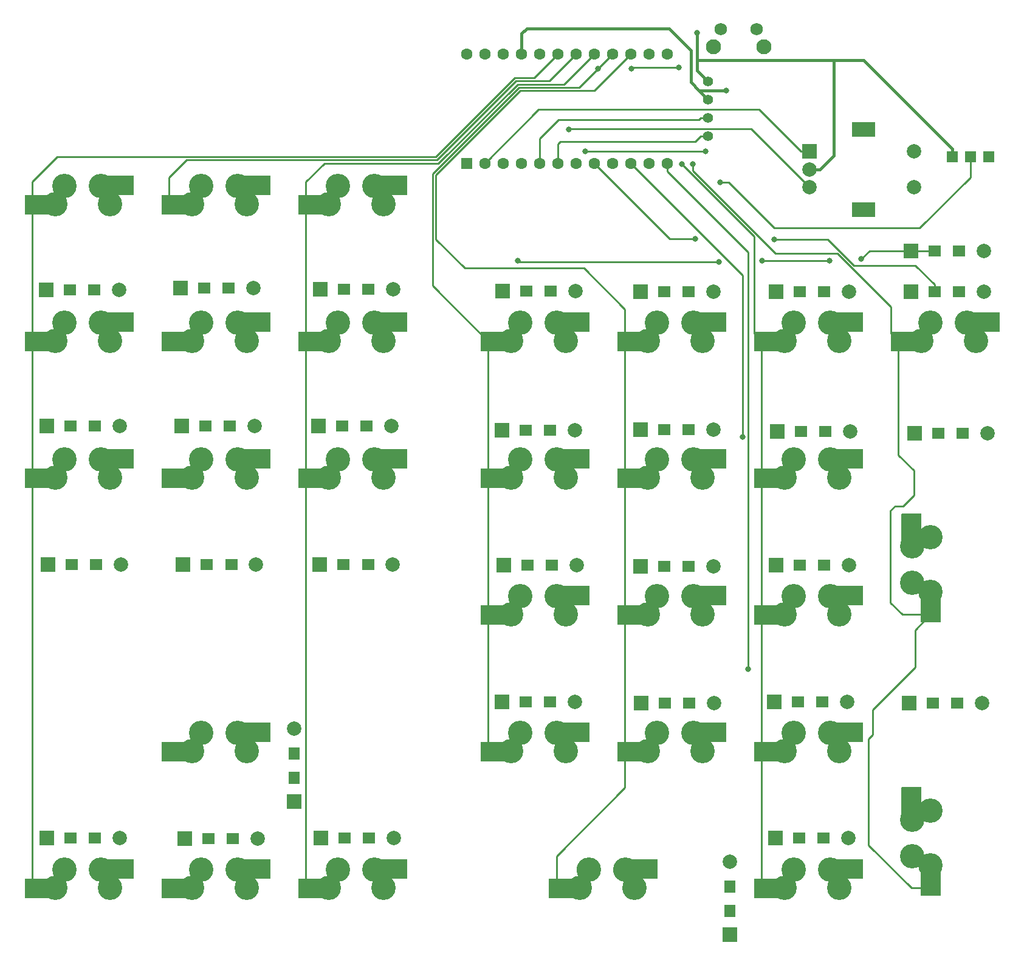
<source format=gbl>
G04 #@! TF.GenerationSoftware,KiCad,Pcbnew,(5.1.5)-3*
G04 #@! TF.CreationDate,2020-03-08T20:15:22-05:00*
G04 #@! TF.ProjectId,MigitePad,4d696769-7465-4506-9164-2e6b69636164,rev?*
G04 #@! TF.SameCoordinates,Original*
G04 #@! TF.FileFunction,Copper,L2,Bot*
G04 #@! TF.FilePolarity,Positive*
%FSLAX46Y46*%
G04 Gerber Fmt 4.6, Leading zero omitted, Abs format (unit mm)*
G04 Created by KiCad (PCBNEW (5.1.5)-3) date 2020-03-08 20:15:22*
%MOMM*%
%LPD*%
G04 APERTURE LIST*
%ADD10R,2.000000X2.000000*%
%ADD11C,2.000000*%
%ADD12R,3.200000X2.000000*%
%ADD13R,1.998980X1.998980*%
%ADD14C,1.998980*%
%ADD15R,1.800000X1.500000*%
%ADD16R,1.524000X1.524000*%
%ADD17C,3.400000*%
%ADD18C,0.100000*%
%ADD19R,1.500000X1.800000*%
%ADD20C,1.397000*%
%ADD21C,2.100000*%
%ADD22C,1.750000*%
%ADD23C,1.600000*%
%ADD24R,1.600000X1.600000*%
%ADD25C,0.800000*%
%ADD26C,0.254000*%
%ADD27C,0.381000*%
G04 APERTURE END LIST*
D10*
X174825000Y-49649000D03*
D11*
X174825000Y-52149000D03*
X174825000Y-54649000D03*
D12*
X182325000Y-46549000D03*
X182325000Y-57749000D03*
D11*
X189325000Y-49649000D03*
X189325000Y-54649000D03*
D13*
X188929000Y-63497460D03*
D14*
X199089000Y-63497460D03*
D15*
X192229000Y-63500000D03*
X195629000Y-63500000D03*
D16*
X194691000Y-50419000D03*
X197191000Y-50419000D03*
X199791000Y-50419000D03*
D17*
X189103000Y-147828000D03*
X191643000Y-149098000D03*
X191643000Y-141478000D03*
X189103000Y-142748000D03*
G04 #@! TA.AperFunction,ComponentPad*
D18*
G36*
X187447639Y-147814441D02*
G01*
X187447664Y-147811342D01*
X187456417Y-147657175D01*
X187456483Y-147656130D01*
X187456861Y-147652980D01*
X187457189Y-147649888D01*
X187480945Y-147497312D01*
X187481113Y-147496278D01*
X187481794Y-147493192D01*
X187482424Y-147490135D01*
X187520956Y-147340605D01*
X187521224Y-147339593D01*
X187522196Y-147336609D01*
X187523128Y-147333607D01*
X187576064Y-147188563D01*
X187576068Y-147188551D01*
X187576073Y-147188538D01*
X187576434Y-147187568D01*
X187577721Y-147184630D01*
X187578914Y-147181798D01*
X187645755Y-147042600D01*
X187646214Y-147041659D01*
X187647782Y-147038858D01*
X187649246Y-147036157D01*
X187729348Y-146904153D01*
X187729351Y-146904147D01*
X187729352Y-146904146D01*
X187729901Y-146903254D01*
X187731707Y-146900661D01*
X187733454Y-146898075D01*
X187826059Y-146774511D01*
X187826693Y-146773678D01*
X187828728Y-146771291D01*
X187830735Y-146768869D01*
X187934956Y-146654931D01*
X187935668Y-146654163D01*
X187937939Y-146651974D01*
X187940160Y-146649772D01*
X188054992Y-146546559D01*
X188055002Y-146546549D01*
X188055014Y-146546539D01*
X188055786Y-146545854D01*
X188058267Y-146543891D01*
X188060685Y-146541922D01*
X188185052Y-146450397D01*
X188185899Y-146449782D01*
X188188595Y-146448048D01*
X188191159Y-146446348D01*
X188323863Y-146367396D01*
X188324766Y-146366867D01*
X188327593Y-146365417D01*
X188330335Y-146363962D01*
X188470095Y-146298345D01*
X188470111Y-146298336D01*
X188470131Y-146298328D01*
X188471062Y-146297898D01*
X188474002Y-146296737D01*
X188476889Y-146295550D01*
X188622402Y-146243878D01*
X188623391Y-146243534D01*
X188626438Y-146242663D01*
X188629418Y-146241766D01*
X188779278Y-146204540D01*
X188780296Y-146204295D01*
X188783385Y-146203731D01*
X188786468Y-146203123D01*
X188939246Y-146180699D01*
X188940283Y-146180554D01*
X188943412Y-146180294D01*
X188946538Y-146179990D01*
X189100776Y-146172581D01*
X189101822Y-146172538D01*
X189104982Y-146172585D01*
X189108103Y-146172588D01*
X189262326Y-146180265D01*
X189263371Y-146180324D01*
X189266502Y-146180678D01*
X189269618Y-146180986D01*
X189422357Y-146203676D01*
X189423391Y-146203837D01*
X189426512Y-146204503D01*
X189429543Y-146205106D01*
X189579338Y-146242592D01*
X189580352Y-146242853D01*
X189583387Y-146243818D01*
X189586351Y-146244716D01*
X189731774Y-146296641D01*
X189732758Y-146296999D01*
X189735675Y-146298252D01*
X189738547Y-146299439D01*
X189878207Y-146365307D01*
X189879151Y-146365760D01*
X189881953Y-146367303D01*
X189884674Y-146368753D01*
X190017242Y-146447936D01*
X190018137Y-146448479D01*
X190020750Y-146450271D01*
X190023340Y-146451995D01*
X190147549Y-146543735D01*
X190148387Y-146544363D01*
X190150809Y-146546399D01*
X190153223Y-146548371D01*
X190267886Y-146651795D01*
X190268659Y-146652501D01*
X190270869Y-146654762D01*
X190273081Y-146656962D01*
X190377094Y-146771071D01*
X190377104Y-146771081D01*
X190377114Y-146771093D01*
X190377804Y-146771860D01*
X190379763Y-146774301D01*
X190381770Y-146776731D01*
X190474161Y-146900456D01*
X190474782Y-146901299D01*
X190476540Y-146903990D01*
X190478253Y-146906535D01*
X190558129Y-147038686D01*
X190558665Y-147039586D01*
X190560131Y-147042396D01*
X190561609Y-147045135D01*
X190628208Y-147184448D01*
X190628653Y-147185396D01*
X190629843Y-147188349D01*
X190631041Y-147191205D01*
X190683725Y-147336347D01*
X190683728Y-147336353D01*
X190683730Y-147336361D01*
X190684079Y-147337340D01*
X190684974Y-147340389D01*
X190685889Y-147343355D01*
X190724159Y-147492947D01*
X190724160Y-147492952D01*
X190724161Y-147492958D01*
X190724413Y-147493969D01*
X190725008Y-147497102D01*
X190725627Y-147500132D01*
X190749118Y-147652748D01*
X190749270Y-147653784D01*
X190749519Y-147656544D01*
X190749835Y-147659317D01*
X190754225Y-147727201D01*
X190782398Y-147707887D01*
X190783265Y-147707301D01*
X190785997Y-147705670D01*
X190788637Y-147704044D01*
X190922148Y-147630547D01*
X190922156Y-147630542D01*
X190922157Y-147630542D01*
X190923077Y-147630043D01*
X190925951Y-147628689D01*
X190928741Y-147627326D01*
X191068795Y-147567203D01*
X191069760Y-147566796D01*
X191072779Y-147565719D01*
X191075662Y-147564645D01*
X191220916Y-147518476D01*
X191221916Y-147518165D01*
X191225032Y-147517386D01*
X191228000Y-147516600D01*
X191377065Y-147484827D01*
X191378091Y-147484615D01*
X191381216Y-147484152D01*
X191384297Y-147483651D01*
X191535753Y-147466575D01*
X191536794Y-147466465D01*
X191539933Y-147466310D01*
X191543065Y-147466111D01*
X191695462Y-147463895D01*
X191696509Y-147463887D01*
X191699651Y-147464039D01*
X191702786Y-147464146D01*
X191854673Y-147476813D01*
X191855716Y-147476907D01*
X191858822Y-147477364D01*
X191861937Y-147477778D01*
X192011864Y-147505206D01*
X192012892Y-147505402D01*
X192015983Y-147506170D01*
X192018999Y-147506876D01*
X192165518Y-147548800D01*
X192165532Y-147548803D01*
X192165547Y-147548808D01*
X192166538Y-147549098D01*
X192169549Y-147550168D01*
X192172470Y-147551161D01*
X192314213Y-147607187D01*
X192315184Y-147607578D01*
X192318059Y-147608929D01*
X192320888Y-147610210D01*
X192456488Y-147679801D01*
X192457417Y-147680285D01*
X192460149Y-147681912D01*
X192462836Y-147683461D01*
X192590997Y-147765952D01*
X192591874Y-147766525D01*
X192594392Y-147768379D01*
X192596958Y-147770214D01*
X192716458Y-147864818D01*
X192717275Y-147865474D01*
X192719608Y-147867572D01*
X192721975Y-147869642D01*
X192831673Y-147975455D01*
X192832421Y-147976187D01*
X192834537Y-147978502D01*
X192836692Y-147980794D01*
X192935541Y-148096806D01*
X192936214Y-148097608D01*
X192938113Y-148100143D01*
X192940014Y-148102609D01*
X193027072Y-148227714D01*
X193027664Y-148228577D01*
X193029304Y-148231282D01*
X193030958Y-148233926D01*
X193105385Y-148366920D01*
X193105390Y-148366928D01*
X193105395Y-148366938D01*
X193105896Y-148367846D01*
X193107260Y-148370690D01*
X193108652Y-148373490D01*
X193169751Y-148513122D01*
X193170164Y-148514084D01*
X193171239Y-148517032D01*
X193172357Y-148519971D01*
X193219539Y-148664899D01*
X193219856Y-148665897D01*
X193220643Y-148668954D01*
X193221464Y-148671969D01*
X193254278Y-148820809D01*
X193254497Y-148821833D01*
X193254989Y-148825001D01*
X193255504Y-148828034D01*
X193273636Y-148979363D01*
X193273636Y-148979368D01*
X193273754Y-148980406D01*
X193273932Y-148983555D01*
X193274152Y-148986675D01*
X193277431Y-149139053D01*
X193277446Y-149140100D01*
X193277315Y-149143268D01*
X193277230Y-149146378D01*
X193265624Y-149298350D01*
X193265538Y-149299393D01*
X193265096Y-149302553D01*
X193264710Y-149305620D01*
X193238330Y-149455731D01*
X193238330Y-149455735D01*
X193238329Y-149455739D01*
X193238142Y-149456764D01*
X193237405Y-149459819D01*
X193236711Y-149462881D01*
X193195807Y-149609705D01*
X193195519Y-149610712D01*
X193194483Y-149613693D01*
X193193498Y-149616659D01*
X193138463Y-149758790D01*
X193138078Y-149759763D01*
X193136758Y-149762624D01*
X193135486Y-149765486D01*
X193066843Y-149901568D01*
X193066365Y-149902499D01*
X193064776Y-149905211D01*
X193063228Y-149907941D01*
X192981634Y-150036675D01*
X192981067Y-150037555D01*
X192979213Y-150040110D01*
X192977414Y-150042664D01*
X192883646Y-150162823D01*
X192882997Y-150163644D01*
X192880888Y-150166022D01*
X192878861Y-150168373D01*
X192773816Y-150278807D01*
X192773090Y-150279560D01*
X192770761Y-150281719D01*
X192768513Y-150283862D01*
X192653193Y-150383520D01*
X192652396Y-150384199D01*
X192649867Y-150386121D01*
X192647421Y-150388034D01*
X192522928Y-150475962D01*
X192522068Y-150476560D01*
X192519403Y-150478202D01*
X192516743Y-150479892D01*
X192384262Y-150555251D01*
X192383348Y-150555763D01*
X192380501Y-150557153D01*
X192377723Y-150558559D01*
X192238521Y-150620630D01*
X192237562Y-150621050D01*
X192234603Y-150622153D01*
X192231692Y-150623284D01*
X192087097Y-150671477D01*
X192086101Y-150671801D01*
X192083085Y-150672600D01*
X192080040Y-150673452D01*
X191931433Y-150707304D01*
X191930411Y-150707529D01*
X191927309Y-150708033D01*
X191924218Y-150708580D01*
X191773015Y-150727769D01*
X191771976Y-150727894D01*
X191768848Y-150728092D01*
X191765710Y-150728336D01*
X191613358Y-150732678D01*
X191612743Y-150732690D01*
X191612743Y-150582634D01*
X191757777Y-150578500D01*
X191901688Y-150560237D01*
X192043150Y-150528012D01*
X192180789Y-150482138D01*
X192313282Y-150423057D01*
X192439384Y-150351327D01*
X192557889Y-150267629D01*
X192667661Y-150172766D01*
X192767650Y-150067648D01*
X192856899Y-149953279D01*
X192934571Y-149830733D01*
X192999905Y-149701212D01*
X193052293Y-149565917D01*
X193091230Y-149426154D01*
X193116339Y-149283269D01*
X193127386Y-149138619D01*
X193124265Y-148993560D01*
X193107006Y-148849522D01*
X193075772Y-148707847D01*
X193030861Y-148569895D01*
X192972703Y-148436982D01*
X192901854Y-148310382D01*
X192818987Y-148191299D01*
X192724898Y-148080871D01*
X192620482Y-147980152D01*
X192506730Y-147890100D01*
X192384735Y-147811577D01*
X192255661Y-147745336D01*
X192120742Y-147692007D01*
X191981272Y-147652100D01*
X191838553Y-147625990D01*
X191693970Y-147613932D01*
X191548916Y-147616042D01*
X191404743Y-147632297D01*
X191262858Y-147662539D01*
X191124595Y-147706486D01*
X190991289Y-147763712D01*
X190864197Y-147833674D01*
X190741504Y-147917786D01*
X190740636Y-147918373D01*
X190734345Y-147922128D01*
X190727716Y-147925251D01*
X190720814Y-147927713D01*
X190713705Y-147929490D01*
X190706457Y-147930565D01*
X190699139Y-147930928D01*
X190691820Y-147930573D01*
X190684571Y-147929507D01*
X190677460Y-147927738D01*
X190670555Y-147925284D01*
X190663924Y-147922168D01*
X190657627Y-147918420D01*
X190651727Y-147914075D01*
X190646279Y-147909176D01*
X190641335Y-147903766D01*
X190636942Y-147897902D01*
X190633143Y-147891636D01*
X190629973Y-147885030D01*
X190627463Y-147878146D01*
X190625636Y-147871050D01*
X190624511Y-147863809D01*
X190624098Y-147856494D01*
X190624401Y-147849172D01*
X190625416Y-147841916D01*
X190626542Y-147837252D01*
X190623340Y-147833449D01*
X190619189Y-147827410D01*
X190615648Y-147820995D01*
X190612750Y-147814265D01*
X190610522Y-147807286D01*
X190608986Y-147800121D01*
X190608156Y-147792840D01*
X190600360Y-147672295D01*
X190577931Y-147526575D01*
X190541478Y-147384084D01*
X190491297Y-147245842D01*
X190427860Y-147113140D01*
X190351781Y-146987271D01*
X190263772Y-146869414D01*
X190164697Y-146760723D01*
X190055488Y-146662219D01*
X189937174Y-146574832D01*
X189810902Y-146499409D01*
X189677879Y-146436671D01*
X189539357Y-146387211D01*
X189396693Y-146351510D01*
X189251202Y-146329897D01*
X189104315Y-146322585D01*
X188957396Y-146329642D01*
X188811881Y-146351000D01*
X188669136Y-146386459D01*
X188530543Y-146435673D01*
X188397397Y-146498187D01*
X188271011Y-146573379D01*
X188152547Y-146660560D01*
X188043160Y-146758880D01*
X187943892Y-146867403D01*
X187855688Y-146985095D01*
X187779385Y-147110837D01*
X187715723Y-147243415D01*
X187665295Y-147381589D01*
X187628594Y-147524018D01*
X187605967Y-147669342D01*
X187597630Y-147816177D01*
X187603662Y-147963140D01*
X187624004Y-148108804D01*
X187658462Y-148251780D01*
X187706713Y-148390727D01*
X187768294Y-148524303D01*
X187842604Y-148651215D01*
X187928953Y-148770280D01*
X188026509Y-148880352D01*
X188134334Y-148980374D01*
X188251415Y-149069403D01*
X188376611Y-149146574D01*
X188508753Y-149211166D01*
X188646558Y-149262553D01*
X188788722Y-149300246D01*
X188933895Y-149323889D01*
X189080669Y-149333250D01*
X189227668Y-149328245D01*
X189373473Y-149308920D01*
X189516687Y-149275461D01*
X189655970Y-149228179D01*
X189789961Y-149167538D01*
X189917395Y-149094111D01*
X190040045Y-149006464D01*
X190040901Y-149005861D01*
X190047118Y-149001984D01*
X190053685Y-148998732D01*
X190060537Y-148996136D01*
X190067610Y-148994220D01*
X190074836Y-148993004D01*
X190082146Y-148992499D01*
X190089470Y-148992711D01*
X190096739Y-148993636D01*
X190103883Y-148995266D01*
X190110834Y-148997585D01*
X190117525Y-149000571D01*
X190123894Y-149004196D01*
X190129877Y-149008424D01*
X190135420Y-149013216D01*
X190140468Y-149018528D01*
X190144975Y-149024306D01*
X190148896Y-149030496D01*
X190152194Y-149037040D01*
X190154838Y-149043873D01*
X190156802Y-149050933D01*
X190158068Y-149058150D01*
X190158624Y-149065456D01*
X190158464Y-149072782D01*
X190157590Y-149080057D01*
X190157526Y-149080346D01*
X190157943Y-149085079D01*
X190163319Y-149222968D01*
X190182605Y-149366888D01*
X190215817Y-149508125D01*
X190262646Y-149645428D01*
X190322652Y-149777511D01*
X190395268Y-149903119D01*
X190479789Y-150021035D01*
X190575411Y-150130137D01*
X190681226Y-150229391D01*
X190796222Y-150317845D01*
X190919293Y-150394650D01*
X191049279Y-150459084D01*
X191184938Y-150510527D01*
X191324954Y-150548483D01*
X191468023Y-150572597D01*
X191612743Y-150582634D01*
X191612743Y-150732690D01*
X191612311Y-150732700D01*
X191609163Y-150732592D01*
X191606032Y-150732528D01*
X191453982Y-150721983D01*
X191452938Y-150721904D01*
X191449728Y-150721478D01*
X191446706Y-150721120D01*
X191296412Y-150695788D01*
X191295380Y-150695607D01*
X191292219Y-150694868D01*
X191289254Y-150694218D01*
X191142149Y-150654342D01*
X191141141Y-150654061D01*
X191138142Y-150653042D01*
X191135179Y-150652081D01*
X190992667Y-150598039D01*
X190991690Y-150597661D01*
X190988786Y-150596346D01*
X190985951Y-150595109D01*
X190849393Y-150527419D01*
X190848458Y-150526947D01*
X190845719Y-150525368D01*
X190842995Y-150523847D01*
X190713694Y-150443155D01*
X190712809Y-150442594D01*
X190710238Y-150440755D01*
X190707674Y-150438976D01*
X190586864Y-150346050D01*
X190586038Y-150345406D01*
X190583643Y-150343312D01*
X190581281Y-150341304D01*
X190470116Y-150237032D01*
X190469357Y-150236310D01*
X190467197Y-150234012D01*
X190465023Y-150231764D01*
X190364564Y-150117143D01*
X190363879Y-150116351D01*
X190361949Y-150113848D01*
X190360009Y-150111403D01*
X190271214Y-149987525D01*
X190270610Y-149986670D01*
X190268937Y-149983997D01*
X190267241Y-149981368D01*
X190190959Y-149849417D01*
X190190441Y-149848507D01*
X190189019Y-149845646D01*
X190187607Y-149842902D01*
X190124564Y-149704138D01*
X190124137Y-149703181D01*
X190123007Y-149700213D01*
X190121862Y-149697325D01*
X190072662Y-149553071D01*
X190072331Y-149552077D01*
X190071513Y-149549074D01*
X190070638Y-149546028D01*
X190035749Y-149397661D01*
X190035517Y-149396640D01*
X190034988Y-149393525D01*
X190034423Y-149390455D01*
X190014179Y-149239391D01*
X190014046Y-149238352D01*
X190013832Y-149235309D01*
X190013571Y-149232351D01*
X190012714Y-149210360D01*
X190001624Y-149218285D01*
X190000768Y-149218888D01*
X189998072Y-149220569D01*
X189995462Y-149222248D01*
X189861668Y-149299339D01*
X189860757Y-149299856D01*
X189857876Y-149301283D01*
X189855147Y-149302683D01*
X189714469Y-149366350D01*
X189713513Y-149366775D01*
X189710562Y-149367893D01*
X189707654Y-149369042D01*
X189561434Y-149418678D01*
X189560441Y-149419008D01*
X189557354Y-149419844D01*
X189554389Y-149420691D01*
X189404023Y-149455821D01*
X189403002Y-149456053D01*
X189399883Y-149456577D01*
X189396815Y-149457138D01*
X189243740Y-149477427D01*
X189242701Y-149477557D01*
X189239591Y-149477772D01*
X189236437Y-149478034D01*
X189082111Y-149483289D01*
X189081065Y-149483317D01*
X189077937Y-149483227D01*
X189074785Y-149483180D01*
X188920684Y-149473351D01*
X188919640Y-149473277D01*
X188916519Y-149472880D01*
X188913402Y-149472528D01*
X188760995Y-149447707D01*
X188759963Y-149447532D01*
X188756855Y-149446823D01*
X188753830Y-149446177D01*
X188604572Y-149406603D01*
X188603562Y-149406328D01*
X188600554Y-149405324D01*
X188597589Y-149404381D01*
X188452917Y-149350435D01*
X188452906Y-149350431D01*
X188452893Y-149350426D01*
X188451927Y-149350058D01*
X188449029Y-149348765D01*
X188446174Y-149347538D01*
X188307446Y-149279727D01*
X188306509Y-149279261D01*
X188303768Y-149277701D01*
X188301027Y-149276191D01*
X188169594Y-149195174D01*
X188169579Y-149195166D01*
X188169563Y-149195155D01*
X188168691Y-149194610D01*
X188166138Y-149192806D01*
X188163536Y-149191021D01*
X188040622Y-149097556D01*
X188039793Y-149096916D01*
X188037407Y-149094853D01*
X188035012Y-149092840D01*
X187921816Y-148987836D01*
X187921805Y-148987826D01*
X187921793Y-148987814D01*
X187921042Y-148987108D01*
X187918873Y-148984827D01*
X187916683Y-148982586D01*
X187814263Y-148867026D01*
X187813574Y-148866238D01*
X187811623Y-148863736D01*
X187809676Y-148861311D01*
X187719022Y-148736308D01*
X187718413Y-148735456D01*
X187716692Y-148732738D01*
X187715016Y-148730173D01*
X187636999Y-148596931D01*
X187636993Y-148596922D01*
X187636988Y-148596911D01*
X187636470Y-148596014D01*
X187635058Y-148593213D01*
X187633603Y-148590425D01*
X187568956Y-148450194D01*
X187568524Y-148449240D01*
X187567393Y-148446318D01*
X187566216Y-148443397D01*
X187515561Y-148297529D01*
X187515225Y-148296537D01*
X187514380Y-148293502D01*
X187513499Y-148290497D01*
X187477320Y-148140380D01*
X187477081Y-148139361D01*
X187476529Y-148136216D01*
X187475953Y-148133181D01*
X187454597Y-147980254D01*
X187454596Y-147980251D01*
X187454596Y-147980248D01*
X187454458Y-147979212D01*
X187454218Y-147976060D01*
X187453938Y-147972953D01*
X187447606Y-147818670D01*
X187447606Y-147818668D01*
X187447570Y-147817622D01*
X187447639Y-147814441D01*
G37*
G04 #@! TD.AperFunction*
G04 #@! TA.AperFunction,ComponentPad*
G36*
X193273336Y-141600710D02*
G01*
X193273299Y-141601756D01*
X193273009Y-141604926D01*
X193272769Y-141608016D01*
X193253580Y-141759217D01*
X193253441Y-141760255D01*
X193252852Y-141763334D01*
X193252304Y-141766432D01*
X193218452Y-141915040D01*
X193218212Y-141916059D01*
X193217318Y-141919091D01*
X193216477Y-141922096D01*
X193168285Y-142066692D01*
X193167947Y-142067683D01*
X193166748Y-142070647D01*
X193165631Y-142073521D01*
X193103560Y-142212723D01*
X193103127Y-142213676D01*
X193101660Y-142216478D01*
X193100252Y-142219262D01*
X193024892Y-142351742D01*
X193024368Y-142352649D01*
X193022628Y-142355305D01*
X193020962Y-142357926D01*
X192933034Y-142482421D01*
X192932424Y-142483273D01*
X192930435Y-142485744D01*
X192928520Y-142488193D01*
X192828864Y-142603513D01*
X192828174Y-142604300D01*
X192825973Y-142606545D01*
X192823807Y-142608817D01*
X192713372Y-142713862D01*
X192712609Y-142714578D01*
X192710182Y-142716612D01*
X192707823Y-142718646D01*
X192587666Y-142812413D01*
X192586836Y-142813052D01*
X192584236Y-142814830D01*
X192581676Y-142816634D01*
X192452940Y-142898228D01*
X192452052Y-142898782D01*
X192449266Y-142900312D01*
X192446567Y-142901843D01*
X192310494Y-142970480D01*
X192310486Y-142970485D01*
X192310485Y-142970485D01*
X192309547Y-142970951D01*
X192306664Y-142972184D01*
X192303790Y-142973462D01*
X192161659Y-143028498D01*
X192160680Y-143028869D01*
X192157698Y-143029813D01*
X192154705Y-143030807D01*
X192007882Y-143071710D01*
X192006871Y-143071984D01*
X192003802Y-143072634D01*
X192000736Y-143073329D01*
X191850622Y-143099710D01*
X191849590Y-143099884D01*
X191846445Y-143100235D01*
X191843351Y-143100624D01*
X191691379Y-143112230D01*
X191690334Y-143112303D01*
X191687183Y-143112345D01*
X191684054Y-143112431D01*
X191531675Y-143109152D01*
X191530629Y-143109122D01*
X191527472Y-143108855D01*
X191524366Y-143108636D01*
X191373035Y-143090504D01*
X191371996Y-143090373D01*
X191368869Y-143089797D01*
X191365810Y-143089278D01*
X191216970Y-143056464D01*
X191215949Y-143056232D01*
X191212903Y-143055357D01*
X191209900Y-143054539D01*
X191064972Y-143007357D01*
X191063978Y-143007026D01*
X191061027Y-143005856D01*
X191058124Y-143004751D01*
X190918492Y-142943653D01*
X190917535Y-142943227D01*
X190914702Y-142941769D01*
X190911930Y-142940391D01*
X190778926Y-142865958D01*
X190778016Y-142865441D01*
X190775467Y-142863796D01*
X190772930Y-142862221D01*
X190753679Y-142848925D01*
X190746350Y-142947549D01*
X190746265Y-142948592D01*
X190745834Y-142951719D01*
X190745450Y-142954820D01*
X190719034Y-143106958D01*
X190718848Y-143107988D01*
X190718118Y-143111042D01*
X190717430Y-143114108D01*
X190676294Y-143262943D01*
X190676008Y-143263950D01*
X190674977Y-143266937D01*
X190673999Y-143269902D01*
X190618535Y-143414012D01*
X190618152Y-143414987D01*
X190616836Y-143417856D01*
X190615572Y-143420714D01*
X190546310Y-143558724D01*
X190545834Y-143559656D01*
X190544228Y-143562410D01*
X190542707Y-143565104D01*
X190460319Y-143695681D01*
X190460310Y-143695696D01*
X190460299Y-143695712D01*
X190459745Y-143696578D01*
X190457898Y-143699133D01*
X190456101Y-143701695D01*
X190361352Y-143823624D01*
X190360704Y-143824446D01*
X190358621Y-143826805D01*
X190356579Y-143829183D01*
X190250384Y-143941284D01*
X190249659Y-143942040D01*
X190247319Y-143944218D01*
X190245091Y-143946351D01*
X190128464Y-144047555D01*
X190127668Y-144048235D01*
X190125166Y-144050145D01*
X190122701Y-144052081D01*
X189996755Y-144141420D01*
X189995897Y-144142020D01*
X189993195Y-144143692D01*
X189990579Y-144145362D01*
X189856516Y-144221985D01*
X189855604Y-144222498D01*
X189852768Y-144223891D01*
X189849984Y-144225306D01*
X189709084Y-144288480D01*
X189708126Y-144288902D01*
X189705189Y-144290003D01*
X189702260Y-144291148D01*
X189555868Y-144340271D01*
X189554873Y-144340598D01*
X189551822Y-144341413D01*
X189548815Y-144342261D01*
X189398328Y-144376864D01*
X189397306Y-144377092D01*
X189394183Y-144377606D01*
X189391115Y-144378156D01*
X189237968Y-144397910D01*
X189236929Y-144398037D01*
X189233772Y-144398244D01*
X189230664Y-144398491D01*
X189076321Y-144403206D01*
X189075274Y-144403231D01*
X189072105Y-144403129D01*
X189068995Y-144403072D01*
X188914929Y-144392703D01*
X188913885Y-144392625D01*
X188910775Y-144392218D01*
X188907651Y-144391854D01*
X188755332Y-144366501D01*
X188754300Y-144366322D01*
X188751205Y-144365605D01*
X188748171Y-144364946D01*
X188599068Y-144324853D01*
X188599054Y-144324850D01*
X188599039Y-144324845D01*
X188598043Y-144324571D01*
X188595031Y-144323554D01*
X188592079Y-144322603D01*
X188447584Y-144268147D01*
X188446607Y-144267772D01*
X188443689Y-144266457D01*
X188440862Y-144265231D01*
X188302372Y-144196935D01*
X188301436Y-144196466D01*
X188298681Y-144194885D01*
X188295966Y-144193377D01*
X188164802Y-144111892D01*
X188163917Y-144111334D01*
X188161303Y-144109473D01*
X188158775Y-144107726D01*
X188036187Y-144013831D01*
X188035360Y-144013189D01*
X188032981Y-144011118D01*
X188030594Y-144009097D01*
X187917766Y-143903697D01*
X187917755Y-143903687D01*
X187917743Y-143903675D01*
X187916995Y-143902967D01*
X187914845Y-143900689D01*
X187912651Y-143898429D01*
X187810636Y-143782512D01*
X187809950Y-143781722D01*
X187808000Y-143779204D01*
X187806070Y-143776781D01*
X187715861Y-143651471D01*
X187715854Y-143651462D01*
X187715847Y-143651450D01*
X187715248Y-143650607D01*
X187713580Y-143647954D01*
X187711868Y-143645313D01*
X187634312Y-143511789D01*
X187633792Y-143510880D01*
X187632371Y-143508037D01*
X187630945Y-143505280D01*
X187566792Y-143364833D01*
X187566788Y-143364825D01*
X187566784Y-143364816D01*
X187566359Y-143363869D01*
X187565222Y-143360899D01*
X187564073Y-143358019D01*
X187513931Y-143211979D01*
X187513929Y-143211973D01*
X187513927Y-143211966D01*
X187513595Y-143210980D01*
X187512754Y-143207915D01*
X187511891Y-143204935D01*
X187476237Y-143054692D01*
X187476002Y-143053672D01*
X187475467Y-143050558D01*
X187474895Y-143047488D01*
X187454074Y-142894487D01*
X187454073Y-142894484D01*
X187454073Y-142894481D01*
X187453939Y-142893445D01*
X187453709Y-142890280D01*
X187453441Y-142887184D01*
X187447649Y-142732879D01*
X187447649Y-142732877D01*
X187447617Y-142731831D01*
X187447697Y-142728682D01*
X187447732Y-142725551D01*
X187457024Y-142571416D01*
X187457024Y-142571413D01*
X187457094Y-142570371D01*
X187457484Y-142567217D01*
X187457822Y-142564131D01*
X187482112Y-142411639D01*
X187482283Y-142410606D01*
X187482978Y-142407510D01*
X187483616Y-142404468D01*
X187522670Y-142255074D01*
X187522942Y-142254063D01*
X187523929Y-142251070D01*
X187524868Y-142248084D01*
X187578314Y-142103213D01*
X187578683Y-142102233D01*
X187579969Y-142099322D01*
X187581183Y-142096470D01*
X187648511Y-141957507D01*
X187648974Y-141956568D01*
X187650530Y-141953812D01*
X187652024Y-141951077D01*
X187732591Y-141819346D01*
X187733143Y-141818457D01*
X187734959Y-141815868D01*
X187736715Y-141813289D01*
X187829752Y-141690050D01*
X187830388Y-141689219D01*
X187832452Y-141686816D01*
X187834447Y-141684425D01*
X187939066Y-141570852D01*
X187939781Y-141570087D01*
X187942049Y-141567916D01*
X187944288Y-141565712D01*
X188059491Y-141462890D01*
X188060277Y-141462198D01*
X188062793Y-141460222D01*
X188065190Y-141458284D01*
X188189877Y-141367195D01*
X188190726Y-141366583D01*
X188193394Y-141364880D01*
X188195997Y-141363167D01*
X188328977Y-141284680D01*
X188329883Y-141284154D01*
X188332692Y-141282726D01*
X188335462Y-141281268D01*
X188475466Y-141216132D01*
X188476418Y-141215697D01*
X188479349Y-141214551D01*
X188482253Y-141213369D01*
X188627945Y-141162207D01*
X188628935Y-141161866D01*
X188632004Y-141161000D01*
X188634969Y-141160119D01*
X188784959Y-141123417D01*
X188785977Y-141123175D01*
X188789079Y-141122620D01*
X188792153Y-141122025D01*
X188945008Y-141100135D01*
X188946045Y-141099994D01*
X188949165Y-141099746D01*
X188952304Y-141099452D01*
X189106566Y-141092583D01*
X189107612Y-141092544D01*
X189110741Y-141092601D01*
X189113893Y-141092615D01*
X189268089Y-141100831D01*
X189269134Y-141100894D01*
X189272272Y-141101260D01*
X189275379Y-141101578D01*
X189428037Y-141124803D01*
X189429071Y-141124968D01*
X189432170Y-141125640D01*
X189435218Y-141126258D01*
X189584881Y-141164268D01*
X189585894Y-141164532D01*
X189588916Y-141165505D01*
X189591887Y-141166416D01*
X189737127Y-141218849D01*
X189738110Y-141219211D01*
X189741025Y-141220475D01*
X189743890Y-141221671D01*
X189883320Y-141288028D01*
X189884262Y-141288485D01*
X189886995Y-141290003D01*
X189889774Y-141291496D01*
X190013126Y-141365760D01*
X190014537Y-141332540D01*
X190014588Y-141331494D01*
X190014923Y-141328325D01*
X190015205Y-141325243D01*
X190036504Y-141174323D01*
X190036657Y-141173287D01*
X190037297Y-141170178D01*
X190037881Y-141167127D01*
X190073804Y-141019007D01*
X190074058Y-141017991D01*
X190074991Y-141014982D01*
X190075877Y-141011978D01*
X190126083Y-140868071D01*
X190126434Y-140867084D01*
X190127673Y-140864143D01*
X190128832Y-140861278D01*
X190192837Y-140722966D01*
X190192841Y-140722957D01*
X190192846Y-140722947D01*
X190193288Y-140722009D01*
X190194783Y-140719247D01*
X190196240Y-140716465D01*
X190273442Y-140585049D01*
X190273978Y-140584149D01*
X190275779Y-140581483D01*
X190277458Y-140578920D01*
X190367115Y-140455665D01*
X190367736Y-140454823D01*
X190369766Y-140452372D01*
X190371709Y-140449958D01*
X190472966Y-140336040D01*
X190473667Y-140335262D01*
X190475918Y-140333029D01*
X190478096Y-140330807D01*
X190589976Y-140227325D01*
X190589986Y-140227315D01*
X190589998Y-140227305D01*
X190590760Y-140226609D01*
X190593218Y-140224606D01*
X190595603Y-140222608D01*
X190717058Y-140130527D01*
X190717897Y-140129900D01*
X190720538Y-140128148D01*
X190723107Y-140126391D01*
X190852967Y-140046602D01*
X190853863Y-140046060D01*
X190856656Y-140044577D01*
X190859391Y-140043076D01*
X190996418Y-139976341D01*
X190997362Y-139975888D01*
X191000311Y-139974675D01*
X191003154Y-139973458D01*
X191146040Y-139920412D01*
X191147024Y-139920054D01*
X191150071Y-139919136D01*
X191153025Y-139918201D01*
X191300406Y-139879350D01*
X191301420Y-139879090D01*
X191304519Y-139878478D01*
X191307574Y-139877831D01*
X191458041Y-139853549D01*
X191459076Y-139853389D01*
X191462221Y-139853082D01*
X191465324Y-139852736D01*
X191617443Y-139843253D01*
X191618488Y-139843195D01*
X191621649Y-139843197D01*
X191623116Y-139843178D01*
X191623116Y-139993191D01*
X191478314Y-140002218D01*
X191335098Y-140025330D01*
X191194804Y-140062312D01*
X191058794Y-140112805D01*
X190928366Y-140176327D01*
X190804758Y-140252275D01*
X190689147Y-140339923D01*
X190582645Y-140438431D01*
X190486264Y-140546862D01*
X190400916Y-140664193D01*
X190327431Y-140789282D01*
X190266502Y-140920945D01*
X190218714Y-141057924D01*
X190184519Y-141198916D01*
X190164245Y-141342575D01*
X190157932Y-141491183D01*
X190157881Y-141492229D01*
X190157501Y-141495830D01*
X190157865Y-141497688D01*
X190158567Y-141504982D01*
X190158555Y-141512310D01*
X190157827Y-141519601D01*
X190156391Y-141526787D01*
X190154262Y-141533797D01*
X190151458Y-141540567D01*
X190148005Y-141547031D01*
X190143940Y-141553127D01*
X190139299Y-141558797D01*
X190134127Y-141563988D01*
X190128473Y-141568648D01*
X190122391Y-141572736D01*
X190115939Y-141576209D01*
X190109180Y-141579037D01*
X190102175Y-141581191D01*
X190094996Y-141582653D01*
X190087707Y-141583405D01*
X190080379Y-141583443D01*
X190073083Y-141582767D01*
X190065888Y-141581381D01*
X190058862Y-141579300D01*
X190052073Y-141576544D01*
X190045586Y-141573137D01*
X190039461Y-141569114D01*
X189941863Y-141497944D01*
X189815549Y-141421896D01*
X189682741Y-141358691D01*
X189544400Y-141308748D01*
X189401852Y-141272546D01*
X189256444Y-141250424D01*
X189109574Y-141242598D01*
X188962643Y-141249141D01*
X188817045Y-141269992D01*
X188674177Y-141304951D01*
X188535418Y-141353680D01*
X188402061Y-141415723D01*
X188275401Y-141490479D01*
X188156640Y-141577239D01*
X188046909Y-141675176D01*
X187947258Y-141783355D01*
X187858641Y-141900740D01*
X187781904Y-142026208D01*
X187717773Y-142158570D01*
X187666868Y-142296554D01*
X187629666Y-142438861D01*
X187606531Y-142584101D01*
X187597681Y-142730917D01*
X187603197Y-142877889D01*
X187623031Y-143023632D01*
X187656990Y-143166731D01*
X187704751Y-143305836D01*
X187765862Y-143439623D01*
X187839733Y-143566802D01*
X187925659Y-143686163D01*
X188022835Y-143796581D01*
X188130308Y-143896979D01*
X188247077Y-143986416D01*
X188372003Y-144064026D01*
X188503919Y-144129080D01*
X188641547Y-144180948D01*
X188783577Y-144219139D01*
X188928658Y-144243287D01*
X189075411Y-144253164D01*
X189222414Y-144248673D01*
X189368286Y-144229857D01*
X189511625Y-144196897D01*
X189651068Y-144150105D01*
X189785269Y-144089935D01*
X189912964Y-144016951D01*
X190032926Y-143931857D01*
X190144011Y-143835463D01*
X190245161Y-143728687D01*
X190335410Y-143612549D01*
X190413889Y-143488169D01*
X190479863Y-143356711D01*
X190532691Y-143219450D01*
X190571874Y-143077678D01*
X190597033Y-142932780D01*
X190608206Y-142782442D01*
X190608291Y-142781398D01*
X190609292Y-142774139D01*
X190610996Y-142767013D01*
X190613388Y-142760086D01*
X190616444Y-142753426D01*
X190620136Y-142747096D01*
X190624427Y-142741157D01*
X190626519Y-142738789D01*
X190625183Y-142732797D01*
X190624295Y-142725523D01*
X190624120Y-142718198D01*
X190624661Y-142710890D01*
X190625912Y-142703670D01*
X190627861Y-142696607D01*
X190630491Y-142689768D01*
X190633777Y-142683218D01*
X190637685Y-142677019D01*
X190642179Y-142671232D01*
X190647217Y-142665911D01*
X190652749Y-142661107D01*
X190658724Y-142656865D01*
X190665085Y-142653228D01*
X190671770Y-142650228D01*
X190678717Y-142647895D01*
X190685857Y-142646250D01*
X190693124Y-142645311D01*
X190700448Y-142645085D01*
X190707759Y-142645575D01*
X190714988Y-142646776D01*
X190722064Y-142648677D01*
X190728921Y-142651258D01*
X190735494Y-142654497D01*
X190741720Y-142658362D01*
X190855271Y-142736792D01*
X190981983Y-142807704D01*
X191114892Y-142865860D01*
X191252848Y-142910772D01*
X191394524Y-142942007D01*
X191538561Y-142959265D01*
X191683620Y-142962386D01*
X191828270Y-142951339D01*
X191971157Y-142926228D01*
X192110913Y-142887294D01*
X192246212Y-142834904D01*
X192375729Y-142769573D01*
X192498280Y-142691899D01*
X192612648Y-142602650D01*
X192717767Y-142502661D01*
X192812632Y-142392885D01*
X192896321Y-142274392D01*
X192968058Y-142148282D01*
X193027140Y-142015786D01*
X193073011Y-141878153D01*
X193105237Y-141736687D01*
X193123500Y-141592776D01*
X193127634Y-141447742D01*
X193117597Y-141303023D01*
X193093484Y-141159963D01*
X193055527Y-141019937D01*
X193004087Y-140884286D01*
X192939655Y-140754301D01*
X192862844Y-140631221D01*
X192774390Y-140516226D01*
X192675137Y-140410411D01*
X192566035Y-140314789D01*
X192448116Y-140230265D01*
X192322523Y-140157658D01*
X192190430Y-140097648D01*
X192053125Y-140050817D01*
X191911887Y-140017605D01*
X191768108Y-139998337D01*
X191623116Y-139993191D01*
X191623116Y-139843178D01*
X191624769Y-139843155D01*
X191777088Y-139848561D01*
X191778134Y-139848605D01*
X191781322Y-139848919D01*
X191784390Y-139849179D01*
X191935453Y-139869422D01*
X191936490Y-139869568D01*
X191939604Y-139870187D01*
X191942660Y-139870749D01*
X192091028Y-139905638D01*
X192092046Y-139905885D01*
X192095053Y-139906795D01*
X192098070Y-139907662D01*
X192242324Y-139956862D01*
X192243313Y-139957207D01*
X192246204Y-139958400D01*
X192249136Y-139959563D01*
X192387902Y-140022605D01*
X192388852Y-140023045D01*
X192391656Y-140024538D01*
X192394417Y-140025959D01*
X192526368Y-140102241D01*
X192527271Y-140102771D01*
X192529903Y-140104522D01*
X192532525Y-140106214D01*
X192656403Y-140195009D01*
X192657250Y-140195625D01*
X192659705Y-140197629D01*
X192662143Y-140199564D01*
X192776764Y-140300023D01*
X192777547Y-140300719D01*
X192779769Y-140302928D01*
X192782032Y-140305116D01*
X192886303Y-140416281D01*
X192887014Y-140417050D01*
X192889021Y-140419478D01*
X192891049Y-140421864D01*
X192983975Y-140542673D01*
X192984607Y-140543507D01*
X192986371Y-140546125D01*
X192988153Y-140548692D01*
X193068847Y-140677993D01*
X193069396Y-140678885D01*
X193070915Y-140681699D01*
X193072418Y-140684392D01*
X193140109Y-140820949D01*
X193140568Y-140821890D01*
X193141808Y-140824843D01*
X193143039Y-140827666D01*
X193197081Y-140970178D01*
X193197446Y-140971160D01*
X193198387Y-140974207D01*
X193199341Y-140977148D01*
X193239218Y-141124253D01*
X193239486Y-141125266D01*
X193240125Y-141128386D01*
X193240788Y-141131411D01*
X193266119Y-141281702D01*
X193266120Y-141281705D01*
X193266120Y-141281709D01*
X193266287Y-141282739D01*
X193266618Y-141285900D01*
X193266983Y-141288982D01*
X193277528Y-141441029D01*
X193277528Y-141441031D01*
X193277594Y-141442076D01*
X193277614Y-141445248D01*
X193277678Y-141448357D01*
X193273336Y-141600710D01*
G37*
G04 #@! TD.AperFunction*
G04 #@! TA.AperFunction,SMDPad,CuDef*
G36*
X190309441Y-150073368D02*
G01*
X190313709Y-150059299D01*
X190320640Y-150046332D01*
X190329967Y-150034967D01*
X190341332Y-150025640D01*
X190354299Y-150018709D01*
X190368368Y-150014441D01*
X190383000Y-150013000D01*
X190397632Y-150014441D01*
X190411701Y-150018709D01*
X190424668Y-150025640D01*
X190436033Y-150034967D01*
X190441565Y-150041148D01*
X190822158Y-150516890D01*
X191682481Y-150612481D01*
X192448163Y-150516771D01*
X192721361Y-150243573D01*
X192915918Y-149854459D01*
X192923750Y-149842016D01*
X192933860Y-149831341D01*
X192945858Y-149822843D01*
X192959283Y-149816849D01*
X192973620Y-149813589D01*
X192988317Y-149813189D01*
X193002809Y-149815663D01*
X193016541Y-149820918D01*
X193028984Y-149828750D01*
X193039659Y-149838860D01*
X193048157Y-149850858D01*
X193054151Y-149864283D01*
X193057411Y-149878620D01*
X193058000Y-149888000D01*
X193058000Y-153288000D01*
X193056559Y-153302632D01*
X193052291Y-153316701D01*
X193045360Y-153329668D01*
X193036033Y-153341033D01*
X193024668Y-153350360D01*
X193011701Y-153357291D01*
X192997632Y-153361559D01*
X192983000Y-153363000D01*
X190383000Y-153363000D01*
X190368368Y-153361559D01*
X190354299Y-153357291D01*
X190341332Y-153350360D01*
X190329967Y-153341033D01*
X190320640Y-153329668D01*
X190313709Y-153316701D01*
X190309441Y-153302632D01*
X190308000Y-153288000D01*
X190308000Y-150088000D01*
X190309441Y-150073368D01*
G37*
G04 #@! TD.AperFunction*
G04 #@! TA.AperFunction,SMDPad,CuDef*
G36*
X190356559Y-140602632D02*
G01*
X190351936Y-140617544D01*
X190051936Y-141317544D01*
X190044848Y-141330425D01*
X190035382Y-141341676D01*
X190023904Y-141350864D01*
X190010854Y-141357636D01*
X189996734Y-141361732D01*
X189982086Y-141362994D01*
X189967472Y-141361375D01*
X189956666Y-141358225D01*
X189177523Y-141066047D01*
X188315060Y-141257705D01*
X187942164Y-141537377D01*
X187750082Y-141921541D01*
X187742250Y-141933984D01*
X187732140Y-141944659D01*
X187720142Y-141953157D01*
X187706717Y-141959151D01*
X187692380Y-141962411D01*
X187677683Y-141962811D01*
X187663191Y-141960337D01*
X187649459Y-141955082D01*
X187637016Y-141947250D01*
X187626341Y-141937140D01*
X187617843Y-141925142D01*
X187611849Y-141911717D01*
X187608589Y-141897380D01*
X187608000Y-141888000D01*
X187608000Y-138288000D01*
X187609441Y-138273368D01*
X187613709Y-138259299D01*
X187620640Y-138246332D01*
X187629967Y-138234967D01*
X187641332Y-138225640D01*
X187654299Y-138218709D01*
X187668368Y-138214441D01*
X187683000Y-138213000D01*
X190283000Y-138213000D01*
X190297632Y-138214441D01*
X190311701Y-138218709D01*
X190324668Y-138225640D01*
X190336033Y-138234967D01*
X190345360Y-138246332D01*
X190352291Y-138259299D01*
X190356559Y-138273368D01*
X190358000Y-138288000D01*
X190358000Y-140588000D01*
X190356559Y-140602632D01*
G37*
G04 #@! TD.AperFunction*
D17*
X189103000Y-109728000D03*
X191643000Y-110998000D03*
X191643000Y-103378000D03*
X189103000Y-104648000D03*
G04 #@! TA.AperFunction,ComponentPad*
D18*
G36*
X187447639Y-109714441D02*
G01*
X187447664Y-109711342D01*
X187456417Y-109557175D01*
X187456483Y-109556130D01*
X187456861Y-109552980D01*
X187457189Y-109549888D01*
X187480945Y-109397312D01*
X187481113Y-109396278D01*
X187481794Y-109393192D01*
X187482424Y-109390135D01*
X187520956Y-109240605D01*
X187521224Y-109239593D01*
X187522196Y-109236609D01*
X187523128Y-109233607D01*
X187576064Y-109088563D01*
X187576068Y-109088551D01*
X187576073Y-109088538D01*
X187576434Y-109087568D01*
X187577721Y-109084630D01*
X187578914Y-109081798D01*
X187645755Y-108942600D01*
X187646214Y-108941659D01*
X187647782Y-108938858D01*
X187649246Y-108936157D01*
X187729348Y-108804153D01*
X187729351Y-108804147D01*
X187729352Y-108804146D01*
X187729901Y-108803254D01*
X187731707Y-108800661D01*
X187733454Y-108798075D01*
X187826059Y-108674511D01*
X187826693Y-108673678D01*
X187828728Y-108671291D01*
X187830735Y-108668869D01*
X187934956Y-108554931D01*
X187935668Y-108554163D01*
X187937939Y-108551974D01*
X187940160Y-108549772D01*
X188054992Y-108446559D01*
X188055002Y-108446549D01*
X188055014Y-108446539D01*
X188055786Y-108445854D01*
X188058267Y-108443891D01*
X188060685Y-108441922D01*
X188185052Y-108350397D01*
X188185899Y-108349782D01*
X188188595Y-108348048D01*
X188191159Y-108346348D01*
X188323863Y-108267396D01*
X188324766Y-108266867D01*
X188327593Y-108265417D01*
X188330335Y-108263962D01*
X188470095Y-108198345D01*
X188470111Y-108198336D01*
X188470131Y-108198328D01*
X188471062Y-108197898D01*
X188474002Y-108196737D01*
X188476889Y-108195550D01*
X188622402Y-108143878D01*
X188623391Y-108143534D01*
X188626438Y-108142663D01*
X188629418Y-108141766D01*
X188779278Y-108104540D01*
X188780296Y-108104295D01*
X188783385Y-108103731D01*
X188786468Y-108103123D01*
X188939246Y-108080699D01*
X188940283Y-108080554D01*
X188943412Y-108080294D01*
X188946538Y-108079990D01*
X189100776Y-108072581D01*
X189101822Y-108072538D01*
X189104982Y-108072585D01*
X189108103Y-108072588D01*
X189262326Y-108080265D01*
X189263371Y-108080324D01*
X189266502Y-108080678D01*
X189269618Y-108080986D01*
X189422357Y-108103676D01*
X189423391Y-108103837D01*
X189426512Y-108104503D01*
X189429543Y-108105106D01*
X189579338Y-108142592D01*
X189580352Y-108142853D01*
X189583387Y-108143818D01*
X189586351Y-108144716D01*
X189731774Y-108196641D01*
X189732758Y-108196999D01*
X189735675Y-108198252D01*
X189738547Y-108199439D01*
X189878207Y-108265307D01*
X189879151Y-108265760D01*
X189881953Y-108267303D01*
X189884674Y-108268753D01*
X190017242Y-108347936D01*
X190018137Y-108348479D01*
X190020750Y-108350271D01*
X190023340Y-108351995D01*
X190147549Y-108443735D01*
X190148387Y-108444363D01*
X190150809Y-108446399D01*
X190153223Y-108448371D01*
X190267886Y-108551795D01*
X190268659Y-108552501D01*
X190270869Y-108554762D01*
X190273081Y-108556962D01*
X190377094Y-108671071D01*
X190377104Y-108671081D01*
X190377114Y-108671093D01*
X190377804Y-108671860D01*
X190379763Y-108674301D01*
X190381770Y-108676731D01*
X190474161Y-108800456D01*
X190474782Y-108801299D01*
X190476540Y-108803990D01*
X190478253Y-108806535D01*
X190558129Y-108938686D01*
X190558665Y-108939586D01*
X190560131Y-108942396D01*
X190561609Y-108945135D01*
X190628208Y-109084448D01*
X190628653Y-109085396D01*
X190629843Y-109088349D01*
X190631041Y-109091205D01*
X190683725Y-109236347D01*
X190683728Y-109236353D01*
X190683730Y-109236361D01*
X190684079Y-109237340D01*
X190684974Y-109240389D01*
X190685889Y-109243355D01*
X190724159Y-109392947D01*
X190724160Y-109392952D01*
X190724161Y-109392958D01*
X190724413Y-109393969D01*
X190725008Y-109397102D01*
X190725627Y-109400132D01*
X190749118Y-109552748D01*
X190749270Y-109553784D01*
X190749519Y-109556544D01*
X190749835Y-109559317D01*
X190754225Y-109627201D01*
X190782398Y-109607887D01*
X190783265Y-109607301D01*
X190785997Y-109605670D01*
X190788637Y-109604044D01*
X190922148Y-109530547D01*
X190922156Y-109530542D01*
X190922157Y-109530542D01*
X190923077Y-109530043D01*
X190925951Y-109528689D01*
X190928741Y-109527326D01*
X191068795Y-109467203D01*
X191069760Y-109466796D01*
X191072779Y-109465719D01*
X191075662Y-109464645D01*
X191220916Y-109418476D01*
X191221916Y-109418165D01*
X191225032Y-109417386D01*
X191228000Y-109416600D01*
X191377065Y-109384827D01*
X191378091Y-109384615D01*
X191381216Y-109384152D01*
X191384297Y-109383651D01*
X191535753Y-109366575D01*
X191536794Y-109366465D01*
X191539933Y-109366310D01*
X191543065Y-109366111D01*
X191695462Y-109363895D01*
X191696509Y-109363887D01*
X191699651Y-109364039D01*
X191702786Y-109364146D01*
X191854673Y-109376813D01*
X191855716Y-109376907D01*
X191858822Y-109377364D01*
X191861937Y-109377778D01*
X192011864Y-109405206D01*
X192012892Y-109405402D01*
X192015983Y-109406170D01*
X192018999Y-109406876D01*
X192165518Y-109448800D01*
X192165532Y-109448803D01*
X192165547Y-109448808D01*
X192166538Y-109449098D01*
X192169549Y-109450168D01*
X192172470Y-109451161D01*
X192314213Y-109507187D01*
X192315184Y-109507578D01*
X192318059Y-109508929D01*
X192320888Y-109510210D01*
X192456488Y-109579801D01*
X192457417Y-109580285D01*
X192460149Y-109581912D01*
X192462836Y-109583461D01*
X192590997Y-109665952D01*
X192591874Y-109666525D01*
X192594392Y-109668379D01*
X192596958Y-109670214D01*
X192716458Y-109764818D01*
X192717275Y-109765474D01*
X192719608Y-109767572D01*
X192721975Y-109769642D01*
X192831673Y-109875455D01*
X192832421Y-109876187D01*
X192834537Y-109878502D01*
X192836692Y-109880794D01*
X192935541Y-109996806D01*
X192936214Y-109997608D01*
X192938113Y-110000143D01*
X192940014Y-110002609D01*
X193027072Y-110127714D01*
X193027664Y-110128577D01*
X193029304Y-110131282D01*
X193030958Y-110133926D01*
X193105385Y-110266920D01*
X193105390Y-110266928D01*
X193105395Y-110266938D01*
X193105896Y-110267846D01*
X193107260Y-110270690D01*
X193108652Y-110273490D01*
X193169751Y-110413122D01*
X193170164Y-110414084D01*
X193171239Y-110417032D01*
X193172357Y-110419971D01*
X193219539Y-110564899D01*
X193219856Y-110565897D01*
X193220643Y-110568954D01*
X193221464Y-110571969D01*
X193254278Y-110720809D01*
X193254497Y-110721833D01*
X193254989Y-110725001D01*
X193255504Y-110728034D01*
X193273636Y-110879363D01*
X193273636Y-110879368D01*
X193273754Y-110880406D01*
X193273932Y-110883555D01*
X193274152Y-110886675D01*
X193277431Y-111039053D01*
X193277446Y-111040100D01*
X193277315Y-111043268D01*
X193277230Y-111046378D01*
X193265624Y-111198350D01*
X193265538Y-111199393D01*
X193265096Y-111202553D01*
X193264710Y-111205620D01*
X193238330Y-111355731D01*
X193238330Y-111355735D01*
X193238329Y-111355739D01*
X193238142Y-111356764D01*
X193237405Y-111359819D01*
X193236711Y-111362881D01*
X193195807Y-111509705D01*
X193195519Y-111510712D01*
X193194483Y-111513693D01*
X193193498Y-111516659D01*
X193138463Y-111658790D01*
X193138078Y-111659763D01*
X193136758Y-111662624D01*
X193135486Y-111665486D01*
X193066843Y-111801568D01*
X193066365Y-111802499D01*
X193064776Y-111805211D01*
X193063228Y-111807941D01*
X192981634Y-111936675D01*
X192981067Y-111937555D01*
X192979213Y-111940110D01*
X192977414Y-111942664D01*
X192883646Y-112062823D01*
X192882997Y-112063644D01*
X192880888Y-112066022D01*
X192878861Y-112068373D01*
X192773816Y-112178807D01*
X192773090Y-112179560D01*
X192770761Y-112181719D01*
X192768513Y-112183862D01*
X192653193Y-112283520D01*
X192652396Y-112284199D01*
X192649867Y-112286121D01*
X192647421Y-112288034D01*
X192522928Y-112375962D01*
X192522068Y-112376560D01*
X192519403Y-112378202D01*
X192516743Y-112379892D01*
X192384262Y-112455251D01*
X192383348Y-112455763D01*
X192380501Y-112457153D01*
X192377723Y-112458559D01*
X192238521Y-112520630D01*
X192237562Y-112521050D01*
X192234603Y-112522153D01*
X192231692Y-112523284D01*
X192087097Y-112571477D01*
X192086101Y-112571801D01*
X192083085Y-112572600D01*
X192080040Y-112573452D01*
X191931433Y-112607304D01*
X191930411Y-112607529D01*
X191927309Y-112608033D01*
X191924218Y-112608580D01*
X191773015Y-112627769D01*
X191771976Y-112627894D01*
X191768848Y-112628092D01*
X191765710Y-112628336D01*
X191613358Y-112632678D01*
X191612743Y-112632690D01*
X191612743Y-112482634D01*
X191757777Y-112478500D01*
X191901688Y-112460237D01*
X192043150Y-112428012D01*
X192180789Y-112382138D01*
X192313282Y-112323057D01*
X192439384Y-112251327D01*
X192557889Y-112167629D01*
X192667661Y-112072766D01*
X192767650Y-111967648D01*
X192856899Y-111853279D01*
X192934571Y-111730733D01*
X192999905Y-111601212D01*
X193052293Y-111465917D01*
X193091230Y-111326154D01*
X193116339Y-111183269D01*
X193127386Y-111038619D01*
X193124265Y-110893560D01*
X193107006Y-110749522D01*
X193075772Y-110607847D01*
X193030861Y-110469895D01*
X192972703Y-110336982D01*
X192901854Y-110210382D01*
X192818987Y-110091299D01*
X192724898Y-109980871D01*
X192620482Y-109880152D01*
X192506730Y-109790100D01*
X192384735Y-109711577D01*
X192255661Y-109645336D01*
X192120742Y-109592007D01*
X191981272Y-109552100D01*
X191838553Y-109525990D01*
X191693970Y-109513932D01*
X191548916Y-109516042D01*
X191404743Y-109532297D01*
X191262858Y-109562539D01*
X191124595Y-109606486D01*
X190991289Y-109663712D01*
X190864197Y-109733674D01*
X190741504Y-109817786D01*
X190740636Y-109818373D01*
X190734345Y-109822128D01*
X190727716Y-109825251D01*
X190720814Y-109827713D01*
X190713705Y-109829490D01*
X190706457Y-109830565D01*
X190699139Y-109830928D01*
X190691820Y-109830573D01*
X190684571Y-109829507D01*
X190677460Y-109827738D01*
X190670555Y-109825284D01*
X190663924Y-109822168D01*
X190657627Y-109818420D01*
X190651727Y-109814075D01*
X190646279Y-109809176D01*
X190641335Y-109803766D01*
X190636942Y-109797902D01*
X190633143Y-109791636D01*
X190629973Y-109785030D01*
X190627463Y-109778146D01*
X190625636Y-109771050D01*
X190624511Y-109763809D01*
X190624098Y-109756494D01*
X190624401Y-109749172D01*
X190625416Y-109741916D01*
X190626542Y-109737252D01*
X190623340Y-109733449D01*
X190619189Y-109727410D01*
X190615648Y-109720995D01*
X190612750Y-109714265D01*
X190610522Y-109707286D01*
X190608986Y-109700121D01*
X190608156Y-109692840D01*
X190600360Y-109572295D01*
X190577931Y-109426575D01*
X190541478Y-109284084D01*
X190491297Y-109145842D01*
X190427860Y-109013140D01*
X190351781Y-108887271D01*
X190263772Y-108769414D01*
X190164697Y-108660723D01*
X190055488Y-108562219D01*
X189937174Y-108474832D01*
X189810902Y-108399409D01*
X189677879Y-108336671D01*
X189539357Y-108287211D01*
X189396693Y-108251510D01*
X189251202Y-108229897D01*
X189104315Y-108222585D01*
X188957396Y-108229642D01*
X188811881Y-108251000D01*
X188669136Y-108286459D01*
X188530543Y-108335673D01*
X188397397Y-108398187D01*
X188271011Y-108473379D01*
X188152547Y-108560560D01*
X188043160Y-108658880D01*
X187943892Y-108767403D01*
X187855688Y-108885095D01*
X187779385Y-109010837D01*
X187715723Y-109143415D01*
X187665295Y-109281589D01*
X187628594Y-109424018D01*
X187605967Y-109569342D01*
X187597630Y-109716177D01*
X187603662Y-109863140D01*
X187624004Y-110008804D01*
X187658462Y-110151780D01*
X187706713Y-110290727D01*
X187768294Y-110424303D01*
X187842604Y-110551215D01*
X187928953Y-110670280D01*
X188026509Y-110780352D01*
X188134334Y-110880374D01*
X188251415Y-110969403D01*
X188376611Y-111046574D01*
X188508753Y-111111166D01*
X188646558Y-111162553D01*
X188788722Y-111200246D01*
X188933895Y-111223889D01*
X189080669Y-111233250D01*
X189227668Y-111228245D01*
X189373473Y-111208920D01*
X189516687Y-111175461D01*
X189655970Y-111128179D01*
X189789961Y-111067538D01*
X189917395Y-110994111D01*
X190040045Y-110906464D01*
X190040901Y-110905861D01*
X190047118Y-110901984D01*
X190053685Y-110898732D01*
X190060537Y-110896136D01*
X190067610Y-110894220D01*
X190074836Y-110893004D01*
X190082146Y-110892499D01*
X190089470Y-110892711D01*
X190096739Y-110893636D01*
X190103883Y-110895266D01*
X190110834Y-110897585D01*
X190117525Y-110900571D01*
X190123894Y-110904196D01*
X190129877Y-110908424D01*
X190135420Y-110913216D01*
X190140468Y-110918528D01*
X190144975Y-110924306D01*
X190148896Y-110930496D01*
X190152194Y-110937040D01*
X190154838Y-110943873D01*
X190156802Y-110950933D01*
X190158068Y-110958150D01*
X190158624Y-110965456D01*
X190158464Y-110972782D01*
X190157590Y-110980057D01*
X190157526Y-110980346D01*
X190157943Y-110985079D01*
X190163319Y-111122968D01*
X190182605Y-111266888D01*
X190215817Y-111408125D01*
X190262646Y-111545428D01*
X190322652Y-111677511D01*
X190395268Y-111803119D01*
X190479789Y-111921035D01*
X190575411Y-112030137D01*
X190681226Y-112129391D01*
X190796222Y-112217845D01*
X190919293Y-112294650D01*
X191049279Y-112359084D01*
X191184938Y-112410527D01*
X191324954Y-112448483D01*
X191468023Y-112472597D01*
X191612743Y-112482634D01*
X191612743Y-112632690D01*
X191612311Y-112632700D01*
X191609163Y-112632592D01*
X191606032Y-112632528D01*
X191453982Y-112621983D01*
X191452938Y-112621904D01*
X191449728Y-112621478D01*
X191446706Y-112621120D01*
X191296412Y-112595788D01*
X191295380Y-112595607D01*
X191292219Y-112594868D01*
X191289254Y-112594218D01*
X191142149Y-112554342D01*
X191141141Y-112554061D01*
X191138142Y-112553042D01*
X191135179Y-112552081D01*
X190992667Y-112498039D01*
X190991690Y-112497661D01*
X190988786Y-112496346D01*
X190985951Y-112495109D01*
X190849393Y-112427419D01*
X190848458Y-112426947D01*
X190845719Y-112425368D01*
X190842995Y-112423847D01*
X190713694Y-112343155D01*
X190712809Y-112342594D01*
X190710238Y-112340755D01*
X190707674Y-112338976D01*
X190586864Y-112246050D01*
X190586038Y-112245406D01*
X190583643Y-112243312D01*
X190581281Y-112241304D01*
X190470116Y-112137032D01*
X190469357Y-112136310D01*
X190467197Y-112134012D01*
X190465023Y-112131764D01*
X190364564Y-112017143D01*
X190363879Y-112016351D01*
X190361949Y-112013848D01*
X190360009Y-112011403D01*
X190271214Y-111887525D01*
X190270610Y-111886670D01*
X190268937Y-111883997D01*
X190267241Y-111881368D01*
X190190959Y-111749417D01*
X190190441Y-111748507D01*
X190189019Y-111745646D01*
X190187607Y-111742902D01*
X190124564Y-111604138D01*
X190124137Y-111603181D01*
X190123007Y-111600213D01*
X190121862Y-111597325D01*
X190072662Y-111453071D01*
X190072331Y-111452077D01*
X190071513Y-111449074D01*
X190070638Y-111446028D01*
X190035749Y-111297661D01*
X190035517Y-111296640D01*
X190034988Y-111293525D01*
X190034423Y-111290455D01*
X190014179Y-111139391D01*
X190014046Y-111138352D01*
X190013832Y-111135309D01*
X190013571Y-111132351D01*
X190012714Y-111110360D01*
X190001624Y-111118285D01*
X190000768Y-111118888D01*
X189998072Y-111120569D01*
X189995462Y-111122248D01*
X189861668Y-111199339D01*
X189860757Y-111199856D01*
X189857876Y-111201283D01*
X189855147Y-111202683D01*
X189714469Y-111266350D01*
X189713513Y-111266775D01*
X189710562Y-111267893D01*
X189707654Y-111269042D01*
X189561434Y-111318678D01*
X189560441Y-111319008D01*
X189557354Y-111319844D01*
X189554389Y-111320691D01*
X189404023Y-111355821D01*
X189403002Y-111356053D01*
X189399883Y-111356577D01*
X189396815Y-111357138D01*
X189243740Y-111377427D01*
X189242701Y-111377557D01*
X189239591Y-111377772D01*
X189236437Y-111378034D01*
X189082111Y-111383289D01*
X189081065Y-111383317D01*
X189077937Y-111383227D01*
X189074785Y-111383180D01*
X188920684Y-111373351D01*
X188919640Y-111373277D01*
X188916519Y-111372880D01*
X188913402Y-111372528D01*
X188760995Y-111347707D01*
X188759963Y-111347532D01*
X188756855Y-111346823D01*
X188753830Y-111346177D01*
X188604572Y-111306603D01*
X188603562Y-111306328D01*
X188600554Y-111305324D01*
X188597589Y-111304381D01*
X188452917Y-111250435D01*
X188452906Y-111250431D01*
X188452893Y-111250426D01*
X188451927Y-111250058D01*
X188449029Y-111248765D01*
X188446174Y-111247538D01*
X188307446Y-111179727D01*
X188306509Y-111179261D01*
X188303768Y-111177701D01*
X188301027Y-111176191D01*
X188169594Y-111095174D01*
X188169579Y-111095166D01*
X188169563Y-111095155D01*
X188168691Y-111094610D01*
X188166138Y-111092806D01*
X188163536Y-111091021D01*
X188040622Y-110997556D01*
X188039793Y-110996916D01*
X188037407Y-110994853D01*
X188035012Y-110992840D01*
X187921816Y-110887836D01*
X187921805Y-110887826D01*
X187921793Y-110887814D01*
X187921042Y-110887108D01*
X187918873Y-110884827D01*
X187916683Y-110882586D01*
X187814263Y-110767026D01*
X187813574Y-110766238D01*
X187811623Y-110763736D01*
X187809676Y-110761311D01*
X187719022Y-110636308D01*
X187718413Y-110635456D01*
X187716692Y-110632738D01*
X187715016Y-110630173D01*
X187636999Y-110496931D01*
X187636993Y-110496922D01*
X187636988Y-110496911D01*
X187636470Y-110496014D01*
X187635058Y-110493213D01*
X187633603Y-110490425D01*
X187568956Y-110350194D01*
X187568524Y-110349240D01*
X187567393Y-110346318D01*
X187566216Y-110343397D01*
X187515561Y-110197529D01*
X187515225Y-110196537D01*
X187514380Y-110193502D01*
X187513499Y-110190497D01*
X187477320Y-110040380D01*
X187477081Y-110039361D01*
X187476529Y-110036216D01*
X187475953Y-110033181D01*
X187454597Y-109880254D01*
X187454596Y-109880251D01*
X187454596Y-109880248D01*
X187454458Y-109879212D01*
X187454218Y-109876060D01*
X187453938Y-109872953D01*
X187447606Y-109718670D01*
X187447606Y-109718668D01*
X187447570Y-109717622D01*
X187447639Y-109714441D01*
G37*
G04 #@! TD.AperFunction*
G04 #@! TA.AperFunction,ComponentPad*
G36*
X193273336Y-103500710D02*
G01*
X193273299Y-103501756D01*
X193273009Y-103504926D01*
X193272769Y-103508016D01*
X193253580Y-103659217D01*
X193253441Y-103660255D01*
X193252852Y-103663334D01*
X193252304Y-103666432D01*
X193218452Y-103815040D01*
X193218212Y-103816059D01*
X193217318Y-103819091D01*
X193216477Y-103822096D01*
X193168285Y-103966692D01*
X193167947Y-103967683D01*
X193166748Y-103970647D01*
X193165631Y-103973521D01*
X193103560Y-104112723D01*
X193103127Y-104113676D01*
X193101660Y-104116478D01*
X193100252Y-104119262D01*
X193024892Y-104251742D01*
X193024368Y-104252649D01*
X193022628Y-104255305D01*
X193020962Y-104257926D01*
X192933034Y-104382421D01*
X192932424Y-104383273D01*
X192930435Y-104385744D01*
X192928520Y-104388193D01*
X192828864Y-104503513D01*
X192828174Y-104504300D01*
X192825973Y-104506545D01*
X192823807Y-104508817D01*
X192713372Y-104613862D01*
X192712609Y-104614578D01*
X192710182Y-104616612D01*
X192707823Y-104618646D01*
X192587666Y-104712413D01*
X192586836Y-104713052D01*
X192584236Y-104714830D01*
X192581676Y-104716634D01*
X192452940Y-104798228D01*
X192452052Y-104798782D01*
X192449266Y-104800312D01*
X192446567Y-104801843D01*
X192310494Y-104870480D01*
X192310486Y-104870485D01*
X192310485Y-104870485D01*
X192309547Y-104870951D01*
X192306664Y-104872184D01*
X192303790Y-104873462D01*
X192161659Y-104928498D01*
X192160680Y-104928869D01*
X192157698Y-104929813D01*
X192154705Y-104930807D01*
X192007882Y-104971710D01*
X192006871Y-104971984D01*
X192003802Y-104972634D01*
X192000736Y-104973329D01*
X191850622Y-104999710D01*
X191849590Y-104999884D01*
X191846445Y-105000235D01*
X191843351Y-105000624D01*
X191691379Y-105012230D01*
X191690334Y-105012303D01*
X191687183Y-105012345D01*
X191684054Y-105012431D01*
X191531675Y-105009152D01*
X191530629Y-105009122D01*
X191527472Y-105008855D01*
X191524366Y-105008636D01*
X191373035Y-104990504D01*
X191371996Y-104990373D01*
X191368869Y-104989797D01*
X191365810Y-104989278D01*
X191216970Y-104956464D01*
X191215949Y-104956232D01*
X191212903Y-104955357D01*
X191209900Y-104954539D01*
X191064972Y-104907357D01*
X191063978Y-104907026D01*
X191061027Y-104905856D01*
X191058124Y-104904751D01*
X190918492Y-104843653D01*
X190917535Y-104843227D01*
X190914702Y-104841769D01*
X190911930Y-104840391D01*
X190778926Y-104765958D01*
X190778016Y-104765441D01*
X190775467Y-104763796D01*
X190772930Y-104762221D01*
X190753679Y-104748925D01*
X190746350Y-104847549D01*
X190746265Y-104848592D01*
X190745834Y-104851719D01*
X190745450Y-104854820D01*
X190719034Y-105006958D01*
X190718848Y-105007988D01*
X190718118Y-105011042D01*
X190717430Y-105014108D01*
X190676294Y-105162943D01*
X190676008Y-105163950D01*
X190674977Y-105166937D01*
X190673999Y-105169902D01*
X190618535Y-105314012D01*
X190618152Y-105314987D01*
X190616836Y-105317856D01*
X190615572Y-105320714D01*
X190546310Y-105458724D01*
X190545834Y-105459656D01*
X190544228Y-105462410D01*
X190542707Y-105465104D01*
X190460319Y-105595681D01*
X190460310Y-105595696D01*
X190460299Y-105595712D01*
X190459745Y-105596578D01*
X190457898Y-105599133D01*
X190456101Y-105601695D01*
X190361352Y-105723624D01*
X190360704Y-105724446D01*
X190358621Y-105726805D01*
X190356579Y-105729183D01*
X190250384Y-105841284D01*
X190249659Y-105842040D01*
X190247319Y-105844218D01*
X190245091Y-105846351D01*
X190128464Y-105947555D01*
X190127668Y-105948235D01*
X190125166Y-105950145D01*
X190122701Y-105952081D01*
X189996755Y-106041420D01*
X189995897Y-106042020D01*
X189993195Y-106043692D01*
X189990579Y-106045362D01*
X189856516Y-106121985D01*
X189855604Y-106122498D01*
X189852768Y-106123891D01*
X189849984Y-106125306D01*
X189709084Y-106188480D01*
X189708126Y-106188902D01*
X189705189Y-106190003D01*
X189702260Y-106191148D01*
X189555868Y-106240271D01*
X189554873Y-106240598D01*
X189551822Y-106241413D01*
X189548815Y-106242261D01*
X189398328Y-106276864D01*
X189397306Y-106277092D01*
X189394183Y-106277606D01*
X189391115Y-106278156D01*
X189237968Y-106297910D01*
X189236929Y-106298037D01*
X189233772Y-106298244D01*
X189230664Y-106298491D01*
X189076321Y-106303206D01*
X189075274Y-106303231D01*
X189072105Y-106303129D01*
X189068995Y-106303072D01*
X188914929Y-106292703D01*
X188913885Y-106292625D01*
X188910775Y-106292218D01*
X188907651Y-106291854D01*
X188755332Y-106266501D01*
X188754300Y-106266322D01*
X188751205Y-106265605D01*
X188748171Y-106264946D01*
X188599068Y-106224853D01*
X188599054Y-106224850D01*
X188599039Y-106224845D01*
X188598043Y-106224571D01*
X188595031Y-106223554D01*
X188592079Y-106222603D01*
X188447584Y-106168147D01*
X188446607Y-106167772D01*
X188443689Y-106166457D01*
X188440862Y-106165231D01*
X188302372Y-106096935D01*
X188301436Y-106096466D01*
X188298681Y-106094885D01*
X188295966Y-106093377D01*
X188164802Y-106011892D01*
X188163917Y-106011334D01*
X188161303Y-106009473D01*
X188158775Y-106007726D01*
X188036187Y-105913831D01*
X188035360Y-105913189D01*
X188032981Y-105911118D01*
X188030594Y-105909097D01*
X187917766Y-105803697D01*
X187917755Y-105803687D01*
X187917743Y-105803675D01*
X187916995Y-105802967D01*
X187914845Y-105800689D01*
X187912651Y-105798429D01*
X187810636Y-105682512D01*
X187809950Y-105681722D01*
X187808000Y-105679204D01*
X187806070Y-105676781D01*
X187715861Y-105551471D01*
X187715854Y-105551462D01*
X187715847Y-105551450D01*
X187715248Y-105550607D01*
X187713580Y-105547954D01*
X187711868Y-105545313D01*
X187634312Y-105411789D01*
X187633792Y-105410880D01*
X187632371Y-105408037D01*
X187630945Y-105405280D01*
X187566792Y-105264833D01*
X187566788Y-105264825D01*
X187566784Y-105264816D01*
X187566359Y-105263869D01*
X187565222Y-105260899D01*
X187564073Y-105258019D01*
X187513931Y-105111979D01*
X187513929Y-105111973D01*
X187513927Y-105111966D01*
X187513595Y-105110980D01*
X187512754Y-105107915D01*
X187511891Y-105104935D01*
X187476237Y-104954692D01*
X187476002Y-104953672D01*
X187475467Y-104950558D01*
X187474895Y-104947488D01*
X187454074Y-104794487D01*
X187454073Y-104794484D01*
X187454073Y-104794481D01*
X187453939Y-104793445D01*
X187453709Y-104790280D01*
X187453441Y-104787184D01*
X187447649Y-104632879D01*
X187447649Y-104632877D01*
X187447617Y-104631831D01*
X187447697Y-104628682D01*
X187447732Y-104625551D01*
X187457024Y-104471416D01*
X187457024Y-104471413D01*
X187457094Y-104470371D01*
X187457484Y-104467217D01*
X187457822Y-104464131D01*
X187482112Y-104311639D01*
X187482283Y-104310606D01*
X187482978Y-104307510D01*
X187483616Y-104304468D01*
X187522670Y-104155074D01*
X187522942Y-104154063D01*
X187523929Y-104151070D01*
X187524868Y-104148084D01*
X187578314Y-104003213D01*
X187578683Y-104002233D01*
X187579969Y-103999322D01*
X187581183Y-103996470D01*
X187648511Y-103857507D01*
X187648974Y-103856568D01*
X187650530Y-103853812D01*
X187652024Y-103851077D01*
X187732591Y-103719346D01*
X187733143Y-103718457D01*
X187734959Y-103715868D01*
X187736715Y-103713289D01*
X187829752Y-103590050D01*
X187830388Y-103589219D01*
X187832452Y-103586816D01*
X187834447Y-103584425D01*
X187939066Y-103470852D01*
X187939781Y-103470087D01*
X187942049Y-103467916D01*
X187944288Y-103465712D01*
X188059491Y-103362890D01*
X188060277Y-103362198D01*
X188062793Y-103360222D01*
X188065190Y-103358284D01*
X188189877Y-103267195D01*
X188190726Y-103266583D01*
X188193394Y-103264880D01*
X188195997Y-103263167D01*
X188328977Y-103184680D01*
X188329883Y-103184154D01*
X188332692Y-103182726D01*
X188335462Y-103181268D01*
X188475466Y-103116132D01*
X188476418Y-103115697D01*
X188479349Y-103114551D01*
X188482253Y-103113369D01*
X188627945Y-103062207D01*
X188628935Y-103061866D01*
X188632004Y-103061000D01*
X188634969Y-103060119D01*
X188784959Y-103023417D01*
X188785977Y-103023175D01*
X188789079Y-103022620D01*
X188792153Y-103022025D01*
X188945008Y-103000135D01*
X188946045Y-102999994D01*
X188949165Y-102999746D01*
X188952304Y-102999452D01*
X189106566Y-102992583D01*
X189107612Y-102992544D01*
X189110741Y-102992601D01*
X189113893Y-102992615D01*
X189268089Y-103000831D01*
X189269134Y-103000894D01*
X189272272Y-103001260D01*
X189275379Y-103001578D01*
X189428037Y-103024803D01*
X189429071Y-103024968D01*
X189432170Y-103025640D01*
X189435218Y-103026258D01*
X189584881Y-103064268D01*
X189585894Y-103064532D01*
X189588916Y-103065505D01*
X189591887Y-103066416D01*
X189737127Y-103118849D01*
X189738110Y-103119211D01*
X189741025Y-103120475D01*
X189743890Y-103121671D01*
X189883320Y-103188028D01*
X189884262Y-103188485D01*
X189886995Y-103190003D01*
X189889774Y-103191496D01*
X190013126Y-103265760D01*
X190014537Y-103232540D01*
X190014588Y-103231494D01*
X190014923Y-103228325D01*
X190015205Y-103225243D01*
X190036504Y-103074323D01*
X190036657Y-103073287D01*
X190037297Y-103070178D01*
X190037881Y-103067127D01*
X190073804Y-102919007D01*
X190074058Y-102917991D01*
X190074991Y-102914982D01*
X190075877Y-102911978D01*
X190126083Y-102768071D01*
X190126434Y-102767084D01*
X190127673Y-102764143D01*
X190128832Y-102761278D01*
X190192837Y-102622966D01*
X190192841Y-102622957D01*
X190192846Y-102622947D01*
X190193288Y-102622009D01*
X190194783Y-102619247D01*
X190196240Y-102616465D01*
X190273442Y-102485049D01*
X190273978Y-102484149D01*
X190275779Y-102481483D01*
X190277458Y-102478920D01*
X190367115Y-102355665D01*
X190367736Y-102354823D01*
X190369766Y-102352372D01*
X190371709Y-102349958D01*
X190472966Y-102236040D01*
X190473667Y-102235262D01*
X190475918Y-102233029D01*
X190478096Y-102230807D01*
X190589976Y-102127325D01*
X190589986Y-102127315D01*
X190589998Y-102127305D01*
X190590760Y-102126609D01*
X190593218Y-102124606D01*
X190595603Y-102122608D01*
X190717058Y-102030527D01*
X190717897Y-102029900D01*
X190720538Y-102028148D01*
X190723107Y-102026391D01*
X190852967Y-101946602D01*
X190853863Y-101946060D01*
X190856656Y-101944577D01*
X190859391Y-101943076D01*
X190996418Y-101876341D01*
X190997362Y-101875888D01*
X191000311Y-101874675D01*
X191003154Y-101873458D01*
X191146040Y-101820412D01*
X191147024Y-101820054D01*
X191150071Y-101819136D01*
X191153025Y-101818201D01*
X191300406Y-101779350D01*
X191301420Y-101779090D01*
X191304519Y-101778478D01*
X191307574Y-101777831D01*
X191458041Y-101753549D01*
X191459076Y-101753389D01*
X191462221Y-101753082D01*
X191465324Y-101752736D01*
X191617443Y-101743253D01*
X191618488Y-101743195D01*
X191621649Y-101743197D01*
X191623116Y-101743178D01*
X191623116Y-101893191D01*
X191478314Y-101902218D01*
X191335098Y-101925330D01*
X191194804Y-101962312D01*
X191058794Y-102012805D01*
X190928366Y-102076327D01*
X190804758Y-102152275D01*
X190689147Y-102239923D01*
X190582645Y-102338431D01*
X190486264Y-102446862D01*
X190400916Y-102564193D01*
X190327431Y-102689282D01*
X190266502Y-102820945D01*
X190218714Y-102957924D01*
X190184519Y-103098916D01*
X190164245Y-103242575D01*
X190157932Y-103391183D01*
X190157881Y-103392229D01*
X190157501Y-103395830D01*
X190157865Y-103397688D01*
X190158567Y-103404982D01*
X190158555Y-103412310D01*
X190157827Y-103419601D01*
X190156391Y-103426787D01*
X190154262Y-103433797D01*
X190151458Y-103440567D01*
X190148005Y-103447031D01*
X190143940Y-103453127D01*
X190139299Y-103458797D01*
X190134127Y-103463988D01*
X190128473Y-103468648D01*
X190122391Y-103472736D01*
X190115939Y-103476209D01*
X190109180Y-103479037D01*
X190102175Y-103481191D01*
X190094996Y-103482653D01*
X190087707Y-103483405D01*
X190080379Y-103483443D01*
X190073083Y-103482767D01*
X190065888Y-103481381D01*
X190058862Y-103479300D01*
X190052073Y-103476544D01*
X190045586Y-103473137D01*
X190039461Y-103469114D01*
X189941863Y-103397944D01*
X189815549Y-103321896D01*
X189682741Y-103258691D01*
X189544400Y-103208748D01*
X189401852Y-103172546D01*
X189256444Y-103150424D01*
X189109574Y-103142598D01*
X188962643Y-103149141D01*
X188817045Y-103169992D01*
X188674177Y-103204951D01*
X188535418Y-103253680D01*
X188402061Y-103315723D01*
X188275401Y-103390479D01*
X188156640Y-103477239D01*
X188046909Y-103575176D01*
X187947258Y-103683355D01*
X187858641Y-103800740D01*
X187781904Y-103926208D01*
X187717773Y-104058570D01*
X187666868Y-104196554D01*
X187629666Y-104338861D01*
X187606531Y-104484101D01*
X187597681Y-104630917D01*
X187603197Y-104777889D01*
X187623031Y-104923632D01*
X187656990Y-105066731D01*
X187704751Y-105205836D01*
X187765862Y-105339623D01*
X187839733Y-105466802D01*
X187925659Y-105586163D01*
X188022835Y-105696581D01*
X188130308Y-105796979D01*
X188247077Y-105886416D01*
X188372003Y-105964026D01*
X188503919Y-106029080D01*
X188641547Y-106080948D01*
X188783577Y-106119139D01*
X188928658Y-106143287D01*
X189075411Y-106153164D01*
X189222414Y-106148673D01*
X189368286Y-106129857D01*
X189511625Y-106096897D01*
X189651068Y-106050105D01*
X189785269Y-105989935D01*
X189912964Y-105916951D01*
X190032926Y-105831857D01*
X190144011Y-105735463D01*
X190245161Y-105628687D01*
X190335410Y-105512549D01*
X190413889Y-105388169D01*
X190479863Y-105256711D01*
X190532691Y-105119450D01*
X190571874Y-104977678D01*
X190597033Y-104832780D01*
X190608206Y-104682442D01*
X190608291Y-104681398D01*
X190609292Y-104674139D01*
X190610996Y-104667013D01*
X190613388Y-104660086D01*
X190616444Y-104653426D01*
X190620136Y-104647096D01*
X190624427Y-104641157D01*
X190626519Y-104638789D01*
X190625183Y-104632797D01*
X190624295Y-104625523D01*
X190624120Y-104618198D01*
X190624661Y-104610890D01*
X190625912Y-104603670D01*
X190627861Y-104596607D01*
X190630491Y-104589768D01*
X190633777Y-104583218D01*
X190637685Y-104577019D01*
X190642179Y-104571232D01*
X190647217Y-104565911D01*
X190652749Y-104561107D01*
X190658724Y-104556865D01*
X190665085Y-104553228D01*
X190671770Y-104550228D01*
X190678717Y-104547895D01*
X190685857Y-104546250D01*
X190693124Y-104545311D01*
X190700448Y-104545085D01*
X190707759Y-104545575D01*
X190714988Y-104546776D01*
X190722064Y-104548677D01*
X190728921Y-104551258D01*
X190735494Y-104554497D01*
X190741720Y-104558362D01*
X190855271Y-104636792D01*
X190981983Y-104707704D01*
X191114892Y-104765860D01*
X191252848Y-104810772D01*
X191394524Y-104842007D01*
X191538561Y-104859265D01*
X191683620Y-104862386D01*
X191828270Y-104851339D01*
X191971157Y-104826228D01*
X192110913Y-104787294D01*
X192246212Y-104734904D01*
X192375729Y-104669573D01*
X192498280Y-104591899D01*
X192612648Y-104502650D01*
X192717767Y-104402661D01*
X192812632Y-104292885D01*
X192896321Y-104174392D01*
X192968058Y-104048282D01*
X193027140Y-103915786D01*
X193073011Y-103778153D01*
X193105237Y-103636687D01*
X193123500Y-103492776D01*
X193127634Y-103347742D01*
X193117597Y-103203023D01*
X193093484Y-103059963D01*
X193055527Y-102919937D01*
X193004087Y-102784286D01*
X192939655Y-102654301D01*
X192862844Y-102531221D01*
X192774390Y-102416226D01*
X192675137Y-102310411D01*
X192566035Y-102214789D01*
X192448116Y-102130265D01*
X192322523Y-102057658D01*
X192190430Y-101997648D01*
X192053125Y-101950817D01*
X191911887Y-101917605D01*
X191768108Y-101898337D01*
X191623116Y-101893191D01*
X191623116Y-101743178D01*
X191624769Y-101743155D01*
X191777088Y-101748561D01*
X191778134Y-101748605D01*
X191781322Y-101748919D01*
X191784390Y-101749179D01*
X191935453Y-101769422D01*
X191936490Y-101769568D01*
X191939604Y-101770187D01*
X191942660Y-101770749D01*
X192091028Y-101805638D01*
X192092046Y-101805885D01*
X192095053Y-101806795D01*
X192098070Y-101807662D01*
X192242324Y-101856862D01*
X192243313Y-101857207D01*
X192246204Y-101858400D01*
X192249136Y-101859563D01*
X192387902Y-101922605D01*
X192388852Y-101923045D01*
X192391656Y-101924538D01*
X192394417Y-101925959D01*
X192526368Y-102002241D01*
X192527271Y-102002771D01*
X192529903Y-102004522D01*
X192532525Y-102006214D01*
X192656403Y-102095009D01*
X192657250Y-102095625D01*
X192659705Y-102097629D01*
X192662143Y-102099564D01*
X192776764Y-102200023D01*
X192777547Y-102200719D01*
X192779769Y-102202928D01*
X192782032Y-102205116D01*
X192886303Y-102316281D01*
X192887014Y-102317050D01*
X192889021Y-102319478D01*
X192891049Y-102321864D01*
X192983975Y-102442673D01*
X192984607Y-102443507D01*
X192986371Y-102446125D01*
X192988153Y-102448692D01*
X193068847Y-102577993D01*
X193069396Y-102578885D01*
X193070915Y-102581699D01*
X193072418Y-102584392D01*
X193140109Y-102720949D01*
X193140568Y-102721890D01*
X193141808Y-102724843D01*
X193143039Y-102727666D01*
X193197081Y-102870178D01*
X193197446Y-102871160D01*
X193198387Y-102874207D01*
X193199341Y-102877148D01*
X193239218Y-103024253D01*
X193239486Y-103025266D01*
X193240125Y-103028386D01*
X193240788Y-103031411D01*
X193266119Y-103181702D01*
X193266120Y-103181705D01*
X193266120Y-103181709D01*
X193266287Y-103182739D01*
X193266618Y-103185900D01*
X193266983Y-103188982D01*
X193277528Y-103341029D01*
X193277528Y-103341031D01*
X193277594Y-103342076D01*
X193277614Y-103345248D01*
X193277678Y-103348357D01*
X193273336Y-103500710D01*
G37*
G04 #@! TD.AperFunction*
G04 #@! TA.AperFunction,SMDPad,CuDef*
G36*
X190309441Y-111973368D02*
G01*
X190313709Y-111959299D01*
X190320640Y-111946332D01*
X190329967Y-111934967D01*
X190341332Y-111925640D01*
X190354299Y-111918709D01*
X190368368Y-111914441D01*
X190383000Y-111913000D01*
X190397632Y-111914441D01*
X190411701Y-111918709D01*
X190424668Y-111925640D01*
X190436033Y-111934967D01*
X190441565Y-111941148D01*
X190822158Y-112416890D01*
X191682481Y-112512481D01*
X192448163Y-112416771D01*
X192721361Y-112143573D01*
X192915918Y-111754459D01*
X192923750Y-111742016D01*
X192933860Y-111731341D01*
X192945858Y-111722843D01*
X192959283Y-111716849D01*
X192973620Y-111713589D01*
X192988317Y-111713189D01*
X193002809Y-111715663D01*
X193016541Y-111720918D01*
X193028984Y-111728750D01*
X193039659Y-111738860D01*
X193048157Y-111750858D01*
X193054151Y-111764283D01*
X193057411Y-111778620D01*
X193058000Y-111788000D01*
X193058000Y-115188000D01*
X193056559Y-115202632D01*
X193052291Y-115216701D01*
X193045360Y-115229668D01*
X193036033Y-115241033D01*
X193024668Y-115250360D01*
X193011701Y-115257291D01*
X192997632Y-115261559D01*
X192983000Y-115263000D01*
X190383000Y-115263000D01*
X190368368Y-115261559D01*
X190354299Y-115257291D01*
X190341332Y-115250360D01*
X190329967Y-115241033D01*
X190320640Y-115229668D01*
X190313709Y-115216701D01*
X190309441Y-115202632D01*
X190308000Y-115188000D01*
X190308000Y-111988000D01*
X190309441Y-111973368D01*
G37*
G04 #@! TD.AperFunction*
G04 #@! TA.AperFunction,SMDPad,CuDef*
G36*
X190356559Y-102502632D02*
G01*
X190351936Y-102517544D01*
X190051936Y-103217544D01*
X190044848Y-103230425D01*
X190035382Y-103241676D01*
X190023904Y-103250864D01*
X190010854Y-103257636D01*
X189996734Y-103261732D01*
X189982086Y-103262994D01*
X189967472Y-103261375D01*
X189956666Y-103258225D01*
X189177523Y-102966047D01*
X188315060Y-103157705D01*
X187942164Y-103437377D01*
X187750082Y-103821541D01*
X187742250Y-103833984D01*
X187732140Y-103844659D01*
X187720142Y-103853157D01*
X187706717Y-103859151D01*
X187692380Y-103862411D01*
X187677683Y-103862811D01*
X187663191Y-103860337D01*
X187649459Y-103855082D01*
X187637016Y-103847250D01*
X187626341Y-103837140D01*
X187617843Y-103825142D01*
X187611849Y-103811717D01*
X187608589Y-103797380D01*
X187608000Y-103788000D01*
X187608000Y-100188000D01*
X187609441Y-100173368D01*
X187613709Y-100159299D01*
X187620640Y-100146332D01*
X187629967Y-100134967D01*
X187641332Y-100125640D01*
X187654299Y-100118709D01*
X187668368Y-100114441D01*
X187683000Y-100113000D01*
X190283000Y-100113000D01*
X190297632Y-100114441D01*
X190311701Y-100118709D01*
X190324668Y-100125640D01*
X190336033Y-100134967D01*
X190345360Y-100146332D01*
X190352291Y-100159299D01*
X190356559Y-100173368D01*
X190358000Y-100188000D01*
X190358000Y-102488000D01*
X190356559Y-102502632D01*
G37*
G04 #@! TD.AperFunction*
D17*
X191643000Y-73533000D03*
X190373000Y-76073000D03*
X197993000Y-76073000D03*
X196723000Y-73533000D03*
G04 #@! TA.AperFunction,ComponentPad*
D18*
G36*
X191656559Y-71877639D02*
G01*
X191659658Y-71877664D01*
X191813825Y-71886417D01*
X191814870Y-71886483D01*
X191818020Y-71886861D01*
X191821112Y-71887189D01*
X191973688Y-71910945D01*
X191974722Y-71911113D01*
X191977808Y-71911794D01*
X191980865Y-71912424D01*
X192130395Y-71950956D01*
X192131407Y-71951224D01*
X192134391Y-71952196D01*
X192137393Y-71953128D01*
X192282437Y-72006064D01*
X192282449Y-72006068D01*
X192282462Y-72006073D01*
X192283432Y-72006434D01*
X192286370Y-72007721D01*
X192289202Y-72008914D01*
X192428400Y-72075755D01*
X192429341Y-72076214D01*
X192432142Y-72077782D01*
X192434843Y-72079246D01*
X192566847Y-72159348D01*
X192566853Y-72159351D01*
X192566854Y-72159352D01*
X192567746Y-72159901D01*
X192570339Y-72161707D01*
X192572925Y-72163454D01*
X192696489Y-72256059D01*
X192697322Y-72256693D01*
X192699709Y-72258728D01*
X192702131Y-72260735D01*
X192816069Y-72364956D01*
X192816837Y-72365668D01*
X192819026Y-72367939D01*
X192821228Y-72370160D01*
X192924441Y-72484992D01*
X192924451Y-72485002D01*
X192924461Y-72485014D01*
X192925146Y-72485786D01*
X192927109Y-72488267D01*
X192929078Y-72490685D01*
X193020603Y-72615052D01*
X193021218Y-72615899D01*
X193022952Y-72618595D01*
X193024652Y-72621159D01*
X193103604Y-72753863D01*
X193104133Y-72754766D01*
X193105583Y-72757593D01*
X193107038Y-72760335D01*
X193172655Y-72900095D01*
X193172664Y-72900111D01*
X193172672Y-72900131D01*
X193173102Y-72901062D01*
X193174263Y-72904002D01*
X193175450Y-72906889D01*
X193227122Y-73052402D01*
X193227466Y-73053391D01*
X193228337Y-73056438D01*
X193229234Y-73059418D01*
X193266460Y-73209278D01*
X193266705Y-73210296D01*
X193267269Y-73213385D01*
X193267877Y-73216468D01*
X193290301Y-73369246D01*
X193290446Y-73370283D01*
X193290706Y-73373412D01*
X193291010Y-73376538D01*
X193298419Y-73530776D01*
X193298462Y-73531822D01*
X193298415Y-73534982D01*
X193298412Y-73538103D01*
X193290735Y-73692326D01*
X193290676Y-73693371D01*
X193290322Y-73696502D01*
X193290014Y-73699618D01*
X193267324Y-73852357D01*
X193267163Y-73853391D01*
X193266497Y-73856512D01*
X193265894Y-73859543D01*
X193228408Y-74009338D01*
X193228147Y-74010352D01*
X193227182Y-74013387D01*
X193226284Y-74016351D01*
X193174359Y-74161774D01*
X193174001Y-74162758D01*
X193172748Y-74165675D01*
X193171561Y-74168547D01*
X193105693Y-74308207D01*
X193105240Y-74309151D01*
X193103697Y-74311953D01*
X193102247Y-74314674D01*
X193023064Y-74447242D01*
X193022521Y-74448137D01*
X193020729Y-74450750D01*
X193019005Y-74453340D01*
X192927265Y-74577549D01*
X192926637Y-74578387D01*
X192924601Y-74580809D01*
X192922629Y-74583223D01*
X192819205Y-74697886D01*
X192818499Y-74698659D01*
X192816238Y-74700869D01*
X192814038Y-74703081D01*
X192699929Y-74807094D01*
X192699919Y-74807104D01*
X192699907Y-74807114D01*
X192699140Y-74807804D01*
X192696699Y-74809763D01*
X192694269Y-74811770D01*
X192570544Y-74904161D01*
X192569701Y-74904782D01*
X192567010Y-74906540D01*
X192564465Y-74908253D01*
X192432314Y-74988129D01*
X192431414Y-74988665D01*
X192428604Y-74990131D01*
X192425865Y-74991609D01*
X192286552Y-75058208D01*
X192285604Y-75058653D01*
X192282651Y-75059843D01*
X192279795Y-75061041D01*
X192134653Y-75113725D01*
X192134647Y-75113728D01*
X192134639Y-75113730D01*
X192133660Y-75114079D01*
X192130611Y-75114974D01*
X192127645Y-75115889D01*
X191978053Y-75154159D01*
X191978048Y-75154160D01*
X191978042Y-75154161D01*
X191977031Y-75154413D01*
X191973898Y-75155008D01*
X191970868Y-75155627D01*
X191818252Y-75179118D01*
X191817216Y-75179270D01*
X191814456Y-75179519D01*
X191811683Y-75179835D01*
X191743799Y-75184225D01*
X191763113Y-75212398D01*
X191763699Y-75213265D01*
X191765330Y-75215997D01*
X191766956Y-75218637D01*
X191840453Y-75352148D01*
X191840458Y-75352156D01*
X191840458Y-75352157D01*
X191840957Y-75353077D01*
X191842311Y-75355951D01*
X191843674Y-75358741D01*
X191903797Y-75498795D01*
X191904204Y-75499760D01*
X191905281Y-75502779D01*
X191906355Y-75505662D01*
X191952524Y-75650916D01*
X191952835Y-75651916D01*
X191953614Y-75655032D01*
X191954400Y-75658000D01*
X191986173Y-75807065D01*
X191986385Y-75808091D01*
X191986848Y-75811216D01*
X191987349Y-75814297D01*
X192004425Y-75965753D01*
X192004535Y-75966794D01*
X192004690Y-75969933D01*
X192004889Y-75973065D01*
X192007105Y-76125462D01*
X192007113Y-76126509D01*
X192006961Y-76129651D01*
X192006854Y-76132786D01*
X191994187Y-76284673D01*
X191994093Y-76285716D01*
X191993636Y-76288822D01*
X191993222Y-76291937D01*
X191965794Y-76441864D01*
X191965598Y-76442892D01*
X191964830Y-76445983D01*
X191964124Y-76448999D01*
X191922200Y-76595518D01*
X191922197Y-76595532D01*
X191922192Y-76595547D01*
X191921902Y-76596538D01*
X191920832Y-76599549D01*
X191919839Y-76602470D01*
X191863813Y-76744213D01*
X191863422Y-76745184D01*
X191862071Y-76748059D01*
X191860790Y-76750888D01*
X191791199Y-76886488D01*
X191790715Y-76887417D01*
X191789088Y-76890149D01*
X191787539Y-76892836D01*
X191705048Y-77020997D01*
X191704475Y-77021874D01*
X191702621Y-77024392D01*
X191700786Y-77026958D01*
X191606182Y-77146458D01*
X191605526Y-77147275D01*
X191603428Y-77149608D01*
X191601358Y-77151975D01*
X191495545Y-77261673D01*
X191494813Y-77262421D01*
X191492498Y-77264537D01*
X191490206Y-77266692D01*
X191374194Y-77365541D01*
X191373392Y-77366214D01*
X191370857Y-77368113D01*
X191368391Y-77370014D01*
X191243286Y-77457072D01*
X191242423Y-77457664D01*
X191239718Y-77459304D01*
X191237074Y-77460958D01*
X191104080Y-77535385D01*
X191104072Y-77535390D01*
X191104062Y-77535395D01*
X191103154Y-77535896D01*
X191100310Y-77537260D01*
X191097510Y-77538652D01*
X190957878Y-77599751D01*
X190956916Y-77600164D01*
X190953968Y-77601239D01*
X190951029Y-77602357D01*
X190806101Y-77649539D01*
X190805103Y-77649856D01*
X190802046Y-77650643D01*
X190799031Y-77651464D01*
X190650191Y-77684278D01*
X190649167Y-77684497D01*
X190645999Y-77684989D01*
X190642966Y-77685504D01*
X190491637Y-77703636D01*
X190491632Y-77703636D01*
X190490594Y-77703754D01*
X190487445Y-77703932D01*
X190484325Y-77704152D01*
X190331947Y-77707431D01*
X190330900Y-77707446D01*
X190327732Y-77707315D01*
X190324622Y-77707230D01*
X190172650Y-77695624D01*
X190171607Y-77695538D01*
X190168447Y-77695096D01*
X190165380Y-77694710D01*
X190015269Y-77668330D01*
X190015265Y-77668330D01*
X190015261Y-77668329D01*
X190014236Y-77668142D01*
X190011181Y-77667405D01*
X190008119Y-77666711D01*
X189861295Y-77625807D01*
X189860288Y-77625519D01*
X189857307Y-77624483D01*
X189854341Y-77623498D01*
X189712210Y-77568463D01*
X189711237Y-77568078D01*
X189708376Y-77566758D01*
X189705514Y-77565486D01*
X189569432Y-77496843D01*
X189568501Y-77496365D01*
X189565789Y-77494776D01*
X189563059Y-77493228D01*
X189434325Y-77411634D01*
X189433445Y-77411067D01*
X189430890Y-77409213D01*
X189428336Y-77407414D01*
X189308177Y-77313646D01*
X189307356Y-77312997D01*
X189304978Y-77310888D01*
X189302627Y-77308861D01*
X189192193Y-77203816D01*
X189191440Y-77203090D01*
X189189281Y-77200761D01*
X189187138Y-77198513D01*
X189087480Y-77083193D01*
X189086801Y-77082396D01*
X189084879Y-77079867D01*
X189082966Y-77077421D01*
X188995038Y-76952928D01*
X188994440Y-76952068D01*
X188992798Y-76949403D01*
X188991108Y-76946743D01*
X188915749Y-76814262D01*
X188915237Y-76813348D01*
X188913847Y-76810501D01*
X188912441Y-76807723D01*
X188850370Y-76668521D01*
X188849950Y-76667562D01*
X188848847Y-76664603D01*
X188847716Y-76661692D01*
X188799523Y-76517097D01*
X188799199Y-76516101D01*
X188798400Y-76513085D01*
X188797548Y-76510040D01*
X188763696Y-76361433D01*
X188763471Y-76360411D01*
X188762967Y-76357309D01*
X188762420Y-76354218D01*
X188743231Y-76203015D01*
X188743106Y-76201976D01*
X188742908Y-76198848D01*
X188742664Y-76195710D01*
X188738322Y-76043358D01*
X188738310Y-76042743D01*
X188888366Y-76042743D01*
X188892500Y-76187777D01*
X188910763Y-76331688D01*
X188942988Y-76473150D01*
X188988862Y-76610789D01*
X189047943Y-76743282D01*
X189119673Y-76869384D01*
X189203371Y-76987889D01*
X189298234Y-77097661D01*
X189403352Y-77197650D01*
X189517721Y-77286899D01*
X189640267Y-77364571D01*
X189769788Y-77429905D01*
X189905083Y-77482293D01*
X190044846Y-77521230D01*
X190187731Y-77546339D01*
X190332381Y-77557386D01*
X190477440Y-77554265D01*
X190621478Y-77537006D01*
X190763153Y-77505772D01*
X190901105Y-77460861D01*
X191034018Y-77402703D01*
X191160618Y-77331854D01*
X191279701Y-77248987D01*
X191390129Y-77154898D01*
X191490848Y-77050482D01*
X191580900Y-76936730D01*
X191659423Y-76814735D01*
X191725664Y-76685661D01*
X191778993Y-76550742D01*
X191818900Y-76411272D01*
X191845010Y-76268553D01*
X191857068Y-76123970D01*
X191854958Y-75978916D01*
X191838703Y-75834743D01*
X191808461Y-75692858D01*
X191764514Y-75554595D01*
X191707288Y-75421289D01*
X191637326Y-75294197D01*
X191553214Y-75171504D01*
X191552627Y-75170636D01*
X191548872Y-75164345D01*
X191545749Y-75157716D01*
X191543287Y-75150814D01*
X191541510Y-75143705D01*
X191540435Y-75136457D01*
X191540072Y-75129139D01*
X191540427Y-75121820D01*
X191541493Y-75114571D01*
X191543262Y-75107460D01*
X191545716Y-75100555D01*
X191548832Y-75093924D01*
X191552580Y-75087627D01*
X191556925Y-75081727D01*
X191561824Y-75076279D01*
X191567234Y-75071335D01*
X191573098Y-75066942D01*
X191579364Y-75063143D01*
X191585970Y-75059973D01*
X191592854Y-75057463D01*
X191599950Y-75055636D01*
X191607191Y-75054511D01*
X191614506Y-75054098D01*
X191621828Y-75054401D01*
X191629084Y-75055416D01*
X191633748Y-75056542D01*
X191637551Y-75053340D01*
X191643590Y-75049189D01*
X191650005Y-75045648D01*
X191656735Y-75042750D01*
X191663714Y-75040522D01*
X191670879Y-75038986D01*
X191678160Y-75038156D01*
X191798705Y-75030360D01*
X191944425Y-75007931D01*
X192086916Y-74971478D01*
X192225158Y-74921297D01*
X192357860Y-74857860D01*
X192483729Y-74781781D01*
X192601586Y-74693772D01*
X192710277Y-74594697D01*
X192808781Y-74485488D01*
X192896168Y-74367174D01*
X192971591Y-74240902D01*
X193034329Y-74107879D01*
X193083789Y-73969357D01*
X193119490Y-73826693D01*
X193141103Y-73681202D01*
X193148415Y-73534315D01*
X193141358Y-73387396D01*
X193120000Y-73241881D01*
X193084541Y-73099136D01*
X193035327Y-72960543D01*
X192972813Y-72827397D01*
X192897621Y-72701011D01*
X192810440Y-72582547D01*
X192712120Y-72473160D01*
X192603597Y-72373892D01*
X192485905Y-72285688D01*
X192360163Y-72209385D01*
X192227585Y-72145723D01*
X192089411Y-72095295D01*
X191946982Y-72058594D01*
X191801658Y-72035967D01*
X191654823Y-72027630D01*
X191507860Y-72033662D01*
X191362196Y-72054004D01*
X191219220Y-72088462D01*
X191080273Y-72136713D01*
X190946697Y-72198294D01*
X190819785Y-72272604D01*
X190700720Y-72358953D01*
X190590648Y-72456509D01*
X190490626Y-72564334D01*
X190401597Y-72681415D01*
X190324426Y-72806611D01*
X190259834Y-72938753D01*
X190208447Y-73076558D01*
X190170754Y-73218722D01*
X190147111Y-73363895D01*
X190137750Y-73510669D01*
X190142755Y-73657668D01*
X190162080Y-73803473D01*
X190195539Y-73946687D01*
X190242821Y-74085970D01*
X190303462Y-74219961D01*
X190376889Y-74347395D01*
X190464536Y-74470045D01*
X190465139Y-74470901D01*
X190469016Y-74477118D01*
X190472268Y-74483685D01*
X190474864Y-74490537D01*
X190476780Y-74497610D01*
X190477996Y-74504836D01*
X190478501Y-74512146D01*
X190478289Y-74519470D01*
X190477364Y-74526739D01*
X190475734Y-74533883D01*
X190473415Y-74540834D01*
X190470429Y-74547525D01*
X190466804Y-74553894D01*
X190462576Y-74559877D01*
X190457784Y-74565420D01*
X190452472Y-74570468D01*
X190446694Y-74574975D01*
X190440504Y-74578896D01*
X190433960Y-74582194D01*
X190427127Y-74584838D01*
X190420067Y-74586802D01*
X190412850Y-74588068D01*
X190405544Y-74588624D01*
X190398218Y-74588464D01*
X190390943Y-74587590D01*
X190390654Y-74587526D01*
X190385921Y-74587943D01*
X190248032Y-74593319D01*
X190104112Y-74612605D01*
X189962875Y-74645817D01*
X189825572Y-74692646D01*
X189693489Y-74752652D01*
X189567881Y-74825268D01*
X189449965Y-74909789D01*
X189340863Y-75005411D01*
X189241609Y-75111226D01*
X189153155Y-75226222D01*
X189076350Y-75349293D01*
X189011916Y-75479279D01*
X188960473Y-75614938D01*
X188922517Y-75754954D01*
X188898403Y-75898023D01*
X188888366Y-76042743D01*
X188738310Y-76042743D01*
X188738300Y-76042311D01*
X188738408Y-76039163D01*
X188738472Y-76036032D01*
X188749017Y-75883982D01*
X188749096Y-75882938D01*
X188749522Y-75879728D01*
X188749880Y-75876706D01*
X188775212Y-75726412D01*
X188775393Y-75725380D01*
X188776132Y-75722219D01*
X188776782Y-75719254D01*
X188816658Y-75572149D01*
X188816939Y-75571141D01*
X188817958Y-75568142D01*
X188818919Y-75565179D01*
X188872961Y-75422667D01*
X188873339Y-75421690D01*
X188874654Y-75418786D01*
X188875891Y-75415951D01*
X188943581Y-75279393D01*
X188944053Y-75278458D01*
X188945632Y-75275719D01*
X188947153Y-75272995D01*
X189027845Y-75143694D01*
X189028406Y-75142809D01*
X189030245Y-75140238D01*
X189032024Y-75137674D01*
X189124950Y-75016864D01*
X189125594Y-75016038D01*
X189127688Y-75013643D01*
X189129696Y-75011281D01*
X189233968Y-74900116D01*
X189234690Y-74899357D01*
X189236988Y-74897197D01*
X189239236Y-74895023D01*
X189353857Y-74794564D01*
X189354649Y-74793879D01*
X189357152Y-74791949D01*
X189359597Y-74790009D01*
X189483475Y-74701214D01*
X189484330Y-74700610D01*
X189487003Y-74698937D01*
X189489632Y-74697241D01*
X189621583Y-74620959D01*
X189622493Y-74620441D01*
X189625354Y-74619019D01*
X189628098Y-74617607D01*
X189766862Y-74554564D01*
X189767819Y-74554137D01*
X189770787Y-74553007D01*
X189773675Y-74551862D01*
X189917929Y-74502662D01*
X189918923Y-74502331D01*
X189921926Y-74501513D01*
X189924972Y-74500638D01*
X190073339Y-74465749D01*
X190074360Y-74465517D01*
X190077475Y-74464988D01*
X190080545Y-74464423D01*
X190231609Y-74444179D01*
X190232648Y-74444046D01*
X190235691Y-74443832D01*
X190238649Y-74443571D01*
X190260640Y-74442714D01*
X190252715Y-74431624D01*
X190252112Y-74430768D01*
X190250431Y-74428072D01*
X190248752Y-74425462D01*
X190171661Y-74291668D01*
X190171144Y-74290757D01*
X190169717Y-74287876D01*
X190168317Y-74285147D01*
X190104650Y-74144469D01*
X190104225Y-74143513D01*
X190103107Y-74140562D01*
X190101958Y-74137654D01*
X190052322Y-73991434D01*
X190051992Y-73990441D01*
X190051156Y-73987354D01*
X190050309Y-73984389D01*
X190015179Y-73834023D01*
X190014947Y-73833002D01*
X190014423Y-73829883D01*
X190013862Y-73826815D01*
X189993573Y-73673740D01*
X189993443Y-73672701D01*
X189993228Y-73669591D01*
X189992966Y-73666437D01*
X189987711Y-73512111D01*
X189987683Y-73511065D01*
X189987773Y-73507937D01*
X189987820Y-73504785D01*
X189997649Y-73350684D01*
X189997723Y-73349640D01*
X189998120Y-73346519D01*
X189998472Y-73343402D01*
X190023293Y-73190995D01*
X190023468Y-73189963D01*
X190024177Y-73186855D01*
X190024823Y-73183830D01*
X190064397Y-73034572D01*
X190064672Y-73033562D01*
X190065676Y-73030554D01*
X190066619Y-73027589D01*
X190120565Y-72882917D01*
X190120569Y-72882906D01*
X190120574Y-72882893D01*
X190120942Y-72881927D01*
X190122235Y-72879029D01*
X190123462Y-72876174D01*
X190191273Y-72737446D01*
X190191739Y-72736509D01*
X190193299Y-72733768D01*
X190194809Y-72731027D01*
X190275826Y-72599594D01*
X190275834Y-72599579D01*
X190275845Y-72599563D01*
X190276390Y-72598691D01*
X190278194Y-72596138D01*
X190279979Y-72593536D01*
X190373444Y-72470622D01*
X190374084Y-72469793D01*
X190376147Y-72467407D01*
X190378160Y-72465012D01*
X190483164Y-72351816D01*
X190483174Y-72351805D01*
X190483186Y-72351793D01*
X190483892Y-72351042D01*
X190486173Y-72348873D01*
X190488414Y-72346683D01*
X190603974Y-72244263D01*
X190604762Y-72243574D01*
X190607264Y-72241623D01*
X190609689Y-72239676D01*
X190734692Y-72149022D01*
X190735544Y-72148413D01*
X190738262Y-72146692D01*
X190740827Y-72145016D01*
X190874069Y-72066999D01*
X190874078Y-72066993D01*
X190874089Y-72066988D01*
X190874986Y-72066470D01*
X190877787Y-72065058D01*
X190880575Y-72063603D01*
X191020806Y-71998956D01*
X191021760Y-71998524D01*
X191024682Y-71997393D01*
X191027603Y-71996216D01*
X191173471Y-71945561D01*
X191174463Y-71945225D01*
X191177498Y-71944380D01*
X191180503Y-71943499D01*
X191330620Y-71907320D01*
X191331639Y-71907081D01*
X191334784Y-71906529D01*
X191337819Y-71905953D01*
X191490746Y-71884597D01*
X191490749Y-71884596D01*
X191490752Y-71884596D01*
X191491788Y-71884458D01*
X191494940Y-71884218D01*
X191498047Y-71883938D01*
X191652330Y-71877606D01*
X191652332Y-71877606D01*
X191653378Y-71877570D01*
X191656559Y-71877639D01*
G37*
G04 #@! TD.AperFunction*
G04 #@! TA.AperFunction,ComponentPad*
G36*
X197870290Y-77703336D02*
G01*
X197869244Y-77703299D01*
X197866074Y-77703009D01*
X197862984Y-77702769D01*
X197711783Y-77683580D01*
X197710745Y-77683441D01*
X197707666Y-77682852D01*
X197704568Y-77682304D01*
X197555960Y-77648452D01*
X197554941Y-77648212D01*
X197551909Y-77647318D01*
X197548904Y-77646477D01*
X197404308Y-77598285D01*
X197403317Y-77597947D01*
X197400353Y-77596748D01*
X197397479Y-77595631D01*
X197258277Y-77533560D01*
X197257324Y-77533127D01*
X197254522Y-77531660D01*
X197251738Y-77530252D01*
X197119258Y-77454892D01*
X197118351Y-77454368D01*
X197115695Y-77452628D01*
X197113074Y-77450962D01*
X196988579Y-77363034D01*
X196987727Y-77362424D01*
X196985256Y-77360435D01*
X196982807Y-77358520D01*
X196867487Y-77258864D01*
X196866700Y-77258174D01*
X196864455Y-77255973D01*
X196862183Y-77253807D01*
X196757138Y-77143372D01*
X196756422Y-77142609D01*
X196754388Y-77140182D01*
X196752354Y-77137823D01*
X196658587Y-77017666D01*
X196657948Y-77016836D01*
X196656170Y-77014236D01*
X196654366Y-77011676D01*
X196572772Y-76882940D01*
X196572218Y-76882052D01*
X196570688Y-76879266D01*
X196569157Y-76876567D01*
X196500520Y-76740494D01*
X196500515Y-76740486D01*
X196500515Y-76740485D01*
X196500049Y-76739547D01*
X196498816Y-76736664D01*
X196497538Y-76733790D01*
X196442502Y-76591659D01*
X196442131Y-76590680D01*
X196441187Y-76587698D01*
X196440193Y-76584705D01*
X196399290Y-76437882D01*
X196399016Y-76436871D01*
X196398366Y-76433802D01*
X196397671Y-76430736D01*
X196371290Y-76280622D01*
X196371116Y-76279590D01*
X196370765Y-76276445D01*
X196370376Y-76273351D01*
X196358770Y-76121379D01*
X196358697Y-76120334D01*
X196358655Y-76117183D01*
X196358569Y-76114054D01*
X196361848Y-75961675D01*
X196361878Y-75960629D01*
X196362145Y-75957472D01*
X196362364Y-75954366D01*
X196380496Y-75803035D01*
X196380627Y-75801996D01*
X196381203Y-75798869D01*
X196381722Y-75795810D01*
X196414536Y-75646970D01*
X196414768Y-75645949D01*
X196415643Y-75642903D01*
X196416461Y-75639900D01*
X196463643Y-75494972D01*
X196463974Y-75493978D01*
X196465144Y-75491027D01*
X196466249Y-75488124D01*
X196527347Y-75348492D01*
X196527773Y-75347535D01*
X196529231Y-75344702D01*
X196530609Y-75341930D01*
X196605042Y-75208926D01*
X196605559Y-75208016D01*
X196607204Y-75205467D01*
X196608779Y-75202930D01*
X196622075Y-75183679D01*
X196523451Y-75176350D01*
X196522408Y-75176265D01*
X196519281Y-75175834D01*
X196516180Y-75175450D01*
X196364042Y-75149034D01*
X196363012Y-75148848D01*
X196359958Y-75148118D01*
X196356892Y-75147430D01*
X196208057Y-75106294D01*
X196207050Y-75106008D01*
X196204063Y-75104977D01*
X196201098Y-75103999D01*
X196056988Y-75048535D01*
X196056013Y-75048152D01*
X196053144Y-75046836D01*
X196050286Y-75045572D01*
X195912276Y-74976310D01*
X195911344Y-74975834D01*
X195908590Y-74974228D01*
X195905896Y-74972707D01*
X195775319Y-74890319D01*
X195775304Y-74890310D01*
X195775288Y-74890299D01*
X195774422Y-74889745D01*
X195771867Y-74887898D01*
X195769305Y-74886101D01*
X195647376Y-74791352D01*
X195646554Y-74790704D01*
X195644195Y-74788621D01*
X195641817Y-74786579D01*
X195529716Y-74680384D01*
X195528960Y-74679659D01*
X195526782Y-74677319D01*
X195524649Y-74675091D01*
X195423445Y-74558464D01*
X195422765Y-74557668D01*
X195420855Y-74555166D01*
X195418919Y-74552701D01*
X195329580Y-74426755D01*
X195328980Y-74425897D01*
X195327308Y-74423195D01*
X195325638Y-74420579D01*
X195249015Y-74286516D01*
X195248502Y-74285604D01*
X195247109Y-74282768D01*
X195245694Y-74279984D01*
X195182520Y-74139084D01*
X195182098Y-74138126D01*
X195180997Y-74135189D01*
X195179852Y-74132260D01*
X195130729Y-73985868D01*
X195130402Y-73984873D01*
X195129587Y-73981822D01*
X195128739Y-73978815D01*
X195094136Y-73828328D01*
X195093908Y-73827306D01*
X195093394Y-73824183D01*
X195092844Y-73821115D01*
X195073090Y-73667968D01*
X195072963Y-73666929D01*
X195072756Y-73663772D01*
X195072509Y-73660664D01*
X195067794Y-73506321D01*
X195067769Y-73505274D01*
X195067871Y-73502105D01*
X195067928Y-73498995D01*
X195078297Y-73344929D01*
X195078375Y-73343885D01*
X195078782Y-73340775D01*
X195079146Y-73337651D01*
X195104499Y-73185332D01*
X195104678Y-73184300D01*
X195105395Y-73181205D01*
X195106054Y-73178171D01*
X195146147Y-73029068D01*
X195146150Y-73029054D01*
X195146155Y-73029039D01*
X195146429Y-73028043D01*
X195147446Y-73025031D01*
X195148397Y-73022079D01*
X195202853Y-72877584D01*
X195203228Y-72876607D01*
X195204543Y-72873689D01*
X195205769Y-72870862D01*
X195274065Y-72732372D01*
X195274534Y-72731436D01*
X195276115Y-72728681D01*
X195277623Y-72725966D01*
X195359108Y-72594802D01*
X195359666Y-72593917D01*
X195361527Y-72591303D01*
X195363274Y-72588775D01*
X195457169Y-72466187D01*
X195457811Y-72465360D01*
X195459882Y-72462981D01*
X195461903Y-72460594D01*
X195567303Y-72347766D01*
X195567313Y-72347755D01*
X195567325Y-72347743D01*
X195568033Y-72346995D01*
X195570311Y-72344845D01*
X195572571Y-72342651D01*
X195688488Y-72240636D01*
X195689278Y-72239950D01*
X195691796Y-72238000D01*
X195694219Y-72236070D01*
X195819529Y-72145861D01*
X195819538Y-72145854D01*
X195819550Y-72145847D01*
X195820393Y-72145248D01*
X195823046Y-72143580D01*
X195825687Y-72141868D01*
X195959211Y-72064312D01*
X195960120Y-72063792D01*
X195962963Y-72062371D01*
X195965720Y-72060945D01*
X196106167Y-71996792D01*
X196106175Y-71996788D01*
X196106184Y-71996784D01*
X196107131Y-71996359D01*
X196110101Y-71995222D01*
X196112981Y-71994073D01*
X196259021Y-71943931D01*
X196259027Y-71943929D01*
X196259034Y-71943927D01*
X196260020Y-71943595D01*
X196263085Y-71942754D01*
X196266065Y-71941891D01*
X196416308Y-71906237D01*
X196417328Y-71906002D01*
X196420442Y-71905467D01*
X196423512Y-71904895D01*
X196576513Y-71884074D01*
X196576516Y-71884073D01*
X196576519Y-71884073D01*
X196577555Y-71883939D01*
X196580720Y-71883709D01*
X196583816Y-71883441D01*
X196738121Y-71877649D01*
X196738123Y-71877649D01*
X196739169Y-71877617D01*
X196742318Y-71877697D01*
X196745449Y-71877732D01*
X196899584Y-71887024D01*
X196899587Y-71887024D01*
X196900629Y-71887094D01*
X196903783Y-71887484D01*
X196906869Y-71887822D01*
X197059361Y-71912112D01*
X197060394Y-71912283D01*
X197063490Y-71912978D01*
X197066532Y-71913616D01*
X197215926Y-71952670D01*
X197216937Y-71952942D01*
X197219930Y-71953929D01*
X197222916Y-71954868D01*
X197367787Y-72008314D01*
X197368767Y-72008683D01*
X197371678Y-72009969D01*
X197374530Y-72011183D01*
X197513493Y-72078511D01*
X197514432Y-72078974D01*
X197517188Y-72080530D01*
X197519923Y-72082024D01*
X197651654Y-72162591D01*
X197652543Y-72163143D01*
X197655132Y-72164959D01*
X197657711Y-72166715D01*
X197780950Y-72259752D01*
X197781781Y-72260388D01*
X197784184Y-72262452D01*
X197786575Y-72264447D01*
X197900148Y-72369066D01*
X197900913Y-72369781D01*
X197903084Y-72372049D01*
X197905288Y-72374288D01*
X198008110Y-72489491D01*
X198008802Y-72490277D01*
X198010778Y-72492793D01*
X198012716Y-72495190D01*
X198103805Y-72619877D01*
X198104417Y-72620726D01*
X198106120Y-72623394D01*
X198107833Y-72625997D01*
X198186320Y-72758977D01*
X198186846Y-72759883D01*
X198188274Y-72762692D01*
X198189732Y-72765462D01*
X198254868Y-72905466D01*
X198255303Y-72906418D01*
X198256449Y-72909349D01*
X198257631Y-72912253D01*
X198308793Y-73057945D01*
X198309134Y-73058935D01*
X198310000Y-73062004D01*
X198310881Y-73064969D01*
X198347583Y-73214959D01*
X198347825Y-73215977D01*
X198348380Y-73219079D01*
X198348975Y-73222153D01*
X198370865Y-73375008D01*
X198371006Y-73376045D01*
X198371254Y-73379165D01*
X198371548Y-73382304D01*
X198378417Y-73536566D01*
X198378456Y-73537612D01*
X198378399Y-73540741D01*
X198378385Y-73543893D01*
X198370169Y-73698089D01*
X198370106Y-73699134D01*
X198369740Y-73702272D01*
X198369422Y-73705379D01*
X198346197Y-73858037D01*
X198346032Y-73859071D01*
X198345360Y-73862170D01*
X198344742Y-73865218D01*
X198306732Y-74014881D01*
X198306468Y-74015894D01*
X198305495Y-74018916D01*
X198304584Y-74021887D01*
X198252151Y-74167127D01*
X198251789Y-74168110D01*
X198250525Y-74171025D01*
X198249329Y-74173890D01*
X198182972Y-74313320D01*
X198182515Y-74314262D01*
X198180997Y-74316995D01*
X198179504Y-74319774D01*
X198105240Y-74443126D01*
X198138460Y-74444537D01*
X198139506Y-74444588D01*
X198142675Y-74444923D01*
X198145757Y-74445205D01*
X198296677Y-74466504D01*
X198297713Y-74466657D01*
X198300822Y-74467297D01*
X198303873Y-74467881D01*
X198451993Y-74503804D01*
X198453009Y-74504058D01*
X198456018Y-74504991D01*
X198459022Y-74505877D01*
X198602929Y-74556083D01*
X198603916Y-74556434D01*
X198606857Y-74557673D01*
X198609722Y-74558832D01*
X198748034Y-74622837D01*
X198748043Y-74622841D01*
X198748053Y-74622846D01*
X198748991Y-74623288D01*
X198751753Y-74624783D01*
X198754535Y-74626240D01*
X198885951Y-74703442D01*
X198886851Y-74703978D01*
X198889517Y-74705779D01*
X198892080Y-74707458D01*
X199015335Y-74797115D01*
X199016177Y-74797736D01*
X199018628Y-74799766D01*
X199021042Y-74801709D01*
X199134960Y-74902966D01*
X199135738Y-74903667D01*
X199137971Y-74905918D01*
X199140193Y-74908096D01*
X199243675Y-75019976D01*
X199243685Y-75019986D01*
X199243695Y-75019998D01*
X199244391Y-75020760D01*
X199246394Y-75023218D01*
X199248392Y-75025603D01*
X199340473Y-75147058D01*
X199341100Y-75147897D01*
X199342852Y-75150538D01*
X199344609Y-75153107D01*
X199424398Y-75282967D01*
X199424940Y-75283863D01*
X199426423Y-75286656D01*
X199427924Y-75289391D01*
X199494659Y-75426418D01*
X199495112Y-75427362D01*
X199496325Y-75430311D01*
X199497542Y-75433154D01*
X199550588Y-75576040D01*
X199550946Y-75577024D01*
X199551864Y-75580071D01*
X199552799Y-75583025D01*
X199591650Y-75730406D01*
X199591910Y-75731420D01*
X199592522Y-75734519D01*
X199593169Y-75737574D01*
X199617451Y-75888041D01*
X199617611Y-75889076D01*
X199617918Y-75892221D01*
X199618264Y-75895324D01*
X199627747Y-76047443D01*
X199627805Y-76048488D01*
X199627803Y-76051649D01*
X199627822Y-76053116D01*
X199477809Y-76053116D01*
X199468782Y-75908314D01*
X199445670Y-75765098D01*
X199408688Y-75624804D01*
X199358195Y-75488794D01*
X199294673Y-75358366D01*
X199218725Y-75234758D01*
X199131077Y-75119147D01*
X199032569Y-75012645D01*
X198924138Y-74916264D01*
X198806807Y-74830916D01*
X198681718Y-74757431D01*
X198550055Y-74696502D01*
X198413076Y-74648714D01*
X198272084Y-74614519D01*
X198128425Y-74594245D01*
X197979817Y-74587932D01*
X197978771Y-74587881D01*
X197975170Y-74587501D01*
X197973312Y-74587865D01*
X197966018Y-74588567D01*
X197958690Y-74588555D01*
X197951399Y-74587827D01*
X197944213Y-74586391D01*
X197937203Y-74584262D01*
X197930433Y-74581458D01*
X197923969Y-74578005D01*
X197917873Y-74573940D01*
X197912203Y-74569299D01*
X197907012Y-74564127D01*
X197902352Y-74558473D01*
X197898264Y-74552391D01*
X197894791Y-74545939D01*
X197891963Y-74539180D01*
X197889809Y-74532175D01*
X197888347Y-74524996D01*
X197887595Y-74517707D01*
X197887557Y-74510379D01*
X197888233Y-74503083D01*
X197889619Y-74495888D01*
X197891700Y-74488862D01*
X197894456Y-74482073D01*
X197897863Y-74475586D01*
X197901886Y-74469461D01*
X197973056Y-74371863D01*
X198049104Y-74245549D01*
X198112309Y-74112741D01*
X198162252Y-73974400D01*
X198198454Y-73831852D01*
X198220576Y-73686444D01*
X198228402Y-73539574D01*
X198221859Y-73392643D01*
X198201008Y-73247045D01*
X198166049Y-73104177D01*
X198117320Y-72965418D01*
X198055277Y-72832061D01*
X197980521Y-72705401D01*
X197893761Y-72586640D01*
X197795824Y-72476909D01*
X197687645Y-72377258D01*
X197570260Y-72288641D01*
X197444792Y-72211904D01*
X197312430Y-72147773D01*
X197174446Y-72096868D01*
X197032139Y-72059666D01*
X196886899Y-72036531D01*
X196740083Y-72027681D01*
X196593111Y-72033197D01*
X196447368Y-72053031D01*
X196304269Y-72086990D01*
X196165164Y-72134751D01*
X196031377Y-72195862D01*
X195904198Y-72269733D01*
X195784837Y-72355659D01*
X195674419Y-72452835D01*
X195574021Y-72560308D01*
X195484584Y-72677077D01*
X195406974Y-72802003D01*
X195341920Y-72933919D01*
X195290052Y-73071547D01*
X195251861Y-73213577D01*
X195227713Y-73358658D01*
X195217836Y-73505411D01*
X195222327Y-73652414D01*
X195241143Y-73798286D01*
X195274103Y-73941625D01*
X195320895Y-74081068D01*
X195381065Y-74215269D01*
X195454049Y-74342964D01*
X195539143Y-74462926D01*
X195635537Y-74574011D01*
X195742313Y-74675161D01*
X195858451Y-74765410D01*
X195982831Y-74843889D01*
X196114289Y-74909863D01*
X196251550Y-74962691D01*
X196393322Y-75001874D01*
X196538220Y-75027033D01*
X196688558Y-75038206D01*
X196689602Y-75038291D01*
X196696861Y-75039292D01*
X196703987Y-75040996D01*
X196710914Y-75043388D01*
X196717574Y-75046444D01*
X196723904Y-75050136D01*
X196729843Y-75054427D01*
X196732211Y-75056519D01*
X196738203Y-75055183D01*
X196745477Y-75054295D01*
X196752802Y-75054120D01*
X196760110Y-75054661D01*
X196767330Y-75055912D01*
X196774393Y-75057861D01*
X196781232Y-75060491D01*
X196787782Y-75063777D01*
X196793981Y-75067685D01*
X196799768Y-75072179D01*
X196805089Y-75077217D01*
X196809893Y-75082749D01*
X196814135Y-75088724D01*
X196817772Y-75095085D01*
X196820772Y-75101770D01*
X196823105Y-75108717D01*
X196824750Y-75115857D01*
X196825689Y-75123124D01*
X196825915Y-75130448D01*
X196825425Y-75137759D01*
X196824224Y-75144988D01*
X196822323Y-75152064D01*
X196819742Y-75158921D01*
X196816503Y-75165494D01*
X196812638Y-75171720D01*
X196734208Y-75285271D01*
X196663296Y-75411983D01*
X196605140Y-75544892D01*
X196560228Y-75682848D01*
X196528993Y-75824524D01*
X196511735Y-75968561D01*
X196508614Y-76113620D01*
X196519661Y-76258270D01*
X196544772Y-76401157D01*
X196583706Y-76540913D01*
X196636096Y-76676212D01*
X196701427Y-76805729D01*
X196779101Y-76928280D01*
X196868350Y-77042648D01*
X196968339Y-77147767D01*
X197078115Y-77242632D01*
X197196608Y-77326321D01*
X197322718Y-77398058D01*
X197455214Y-77457140D01*
X197592847Y-77503011D01*
X197734313Y-77535237D01*
X197878224Y-77553500D01*
X198023258Y-77557634D01*
X198167977Y-77547597D01*
X198311037Y-77523484D01*
X198451063Y-77485527D01*
X198586714Y-77434087D01*
X198716699Y-77369655D01*
X198839779Y-77292844D01*
X198954774Y-77204390D01*
X199060589Y-77105137D01*
X199156211Y-76996035D01*
X199240735Y-76878116D01*
X199313342Y-76752523D01*
X199373352Y-76620430D01*
X199420183Y-76483125D01*
X199453395Y-76341887D01*
X199472663Y-76198108D01*
X199477809Y-76053116D01*
X199627822Y-76053116D01*
X199627845Y-76054769D01*
X199622439Y-76207088D01*
X199622395Y-76208134D01*
X199622081Y-76211322D01*
X199621821Y-76214390D01*
X199601578Y-76365453D01*
X199601432Y-76366490D01*
X199600813Y-76369604D01*
X199600251Y-76372660D01*
X199565362Y-76521028D01*
X199565115Y-76522046D01*
X199564205Y-76525053D01*
X199563338Y-76528070D01*
X199514138Y-76672324D01*
X199513793Y-76673313D01*
X199512600Y-76676204D01*
X199511437Y-76679136D01*
X199448395Y-76817902D01*
X199447955Y-76818852D01*
X199446462Y-76821656D01*
X199445041Y-76824417D01*
X199368759Y-76956368D01*
X199368229Y-76957271D01*
X199366478Y-76959903D01*
X199364786Y-76962525D01*
X199275991Y-77086403D01*
X199275375Y-77087250D01*
X199273371Y-77089705D01*
X199271436Y-77092143D01*
X199170977Y-77206764D01*
X199170281Y-77207547D01*
X199168072Y-77209769D01*
X199165884Y-77212032D01*
X199054719Y-77316303D01*
X199053950Y-77317014D01*
X199051522Y-77319021D01*
X199049136Y-77321049D01*
X198928327Y-77413975D01*
X198927493Y-77414607D01*
X198924875Y-77416371D01*
X198922308Y-77418153D01*
X198793007Y-77498847D01*
X198792115Y-77499396D01*
X198789301Y-77500915D01*
X198786608Y-77502418D01*
X198650051Y-77570109D01*
X198649110Y-77570568D01*
X198646157Y-77571808D01*
X198643334Y-77573039D01*
X198500822Y-77627081D01*
X198499840Y-77627446D01*
X198496793Y-77628387D01*
X198493852Y-77629341D01*
X198346747Y-77669218D01*
X198345734Y-77669486D01*
X198342614Y-77670125D01*
X198339589Y-77670788D01*
X198189298Y-77696119D01*
X198189295Y-77696120D01*
X198189291Y-77696120D01*
X198188261Y-77696287D01*
X198185100Y-77696618D01*
X198182018Y-77696983D01*
X198029971Y-77707528D01*
X198029969Y-77707528D01*
X198028924Y-77707594D01*
X198025752Y-77707614D01*
X198022643Y-77707678D01*
X197870290Y-77703336D01*
G37*
G04 #@! TD.AperFunction*
G04 #@! TA.AperFunction,SMDPad,CuDef*
G36*
X189397632Y-74739441D02*
G01*
X189411701Y-74743709D01*
X189424668Y-74750640D01*
X189436033Y-74759967D01*
X189445360Y-74771332D01*
X189452291Y-74784299D01*
X189456559Y-74798368D01*
X189458000Y-74813000D01*
X189456559Y-74827632D01*
X189452291Y-74841701D01*
X189445360Y-74854668D01*
X189436033Y-74866033D01*
X189429852Y-74871565D01*
X188954110Y-75252158D01*
X188858519Y-76112481D01*
X188954229Y-76878163D01*
X189227427Y-77151361D01*
X189616541Y-77345918D01*
X189628984Y-77353750D01*
X189639659Y-77363860D01*
X189648157Y-77375858D01*
X189654151Y-77389283D01*
X189657411Y-77403620D01*
X189657811Y-77418317D01*
X189655337Y-77432809D01*
X189650082Y-77446541D01*
X189642250Y-77458984D01*
X189632140Y-77469659D01*
X189620142Y-77478157D01*
X189606717Y-77484151D01*
X189592380Y-77487411D01*
X189583000Y-77488000D01*
X186183000Y-77488000D01*
X186168368Y-77486559D01*
X186154299Y-77482291D01*
X186141332Y-77475360D01*
X186129967Y-77466033D01*
X186120640Y-77454668D01*
X186113709Y-77441701D01*
X186109441Y-77427632D01*
X186108000Y-77413000D01*
X186108000Y-74813000D01*
X186109441Y-74798368D01*
X186113709Y-74784299D01*
X186120640Y-74771332D01*
X186129967Y-74759967D01*
X186141332Y-74750640D01*
X186154299Y-74743709D01*
X186168368Y-74739441D01*
X186183000Y-74738000D01*
X189383000Y-74738000D01*
X189397632Y-74739441D01*
G37*
G04 #@! TD.AperFunction*
G04 #@! TA.AperFunction,SMDPad,CuDef*
G36*
X198868368Y-74786559D02*
G01*
X198853456Y-74781936D01*
X198153456Y-74481936D01*
X198140575Y-74474848D01*
X198129324Y-74465382D01*
X198120136Y-74453904D01*
X198113364Y-74440854D01*
X198109268Y-74426734D01*
X198108006Y-74412086D01*
X198109625Y-74397472D01*
X198112775Y-74386666D01*
X198404953Y-73607523D01*
X198213295Y-72745060D01*
X197933623Y-72372164D01*
X197549459Y-72180082D01*
X197537016Y-72172250D01*
X197526341Y-72162140D01*
X197517843Y-72150142D01*
X197511849Y-72136717D01*
X197508589Y-72122380D01*
X197508189Y-72107683D01*
X197510663Y-72093191D01*
X197515918Y-72079459D01*
X197523750Y-72067016D01*
X197533860Y-72056341D01*
X197545858Y-72047843D01*
X197559283Y-72041849D01*
X197573620Y-72038589D01*
X197583000Y-72038000D01*
X201183000Y-72038000D01*
X201197632Y-72039441D01*
X201211701Y-72043709D01*
X201224668Y-72050640D01*
X201236033Y-72059967D01*
X201245360Y-72071332D01*
X201252291Y-72084299D01*
X201256559Y-72098368D01*
X201258000Y-72113000D01*
X201258000Y-74713000D01*
X201256559Y-74727632D01*
X201252291Y-74741701D01*
X201245360Y-74754668D01*
X201236033Y-74766033D01*
X201224668Y-74775360D01*
X201211701Y-74782291D01*
X201197632Y-74786559D01*
X201183000Y-74788000D01*
X198883000Y-74788000D01*
X198868368Y-74786559D01*
G37*
G04 #@! TD.AperFunction*
D17*
X172593000Y-149733000D03*
X171323000Y-152273000D03*
X178943000Y-152273000D03*
X177673000Y-149733000D03*
G04 #@! TA.AperFunction,ComponentPad*
D18*
G36*
X172606559Y-148077639D02*
G01*
X172609658Y-148077664D01*
X172763825Y-148086417D01*
X172764870Y-148086483D01*
X172768020Y-148086861D01*
X172771112Y-148087189D01*
X172923688Y-148110945D01*
X172924722Y-148111113D01*
X172927808Y-148111794D01*
X172930865Y-148112424D01*
X173080395Y-148150956D01*
X173081407Y-148151224D01*
X173084391Y-148152196D01*
X173087393Y-148153128D01*
X173232437Y-148206064D01*
X173232449Y-148206068D01*
X173232462Y-148206073D01*
X173233432Y-148206434D01*
X173236370Y-148207721D01*
X173239202Y-148208914D01*
X173378400Y-148275755D01*
X173379341Y-148276214D01*
X173382142Y-148277782D01*
X173384843Y-148279246D01*
X173516847Y-148359348D01*
X173516853Y-148359351D01*
X173516854Y-148359352D01*
X173517746Y-148359901D01*
X173520339Y-148361707D01*
X173522925Y-148363454D01*
X173646489Y-148456059D01*
X173647322Y-148456693D01*
X173649709Y-148458728D01*
X173652131Y-148460735D01*
X173766069Y-148564956D01*
X173766837Y-148565668D01*
X173769026Y-148567939D01*
X173771228Y-148570160D01*
X173874441Y-148684992D01*
X173874451Y-148685002D01*
X173874461Y-148685014D01*
X173875146Y-148685786D01*
X173877109Y-148688267D01*
X173879078Y-148690685D01*
X173970603Y-148815052D01*
X173971218Y-148815899D01*
X173972952Y-148818595D01*
X173974652Y-148821159D01*
X174053604Y-148953863D01*
X174054133Y-148954766D01*
X174055583Y-148957593D01*
X174057038Y-148960335D01*
X174122655Y-149100095D01*
X174122664Y-149100111D01*
X174122672Y-149100131D01*
X174123102Y-149101062D01*
X174124263Y-149104002D01*
X174125450Y-149106889D01*
X174177122Y-149252402D01*
X174177466Y-149253391D01*
X174178337Y-149256438D01*
X174179234Y-149259418D01*
X174216460Y-149409278D01*
X174216705Y-149410296D01*
X174217269Y-149413385D01*
X174217877Y-149416468D01*
X174240301Y-149569246D01*
X174240446Y-149570283D01*
X174240706Y-149573412D01*
X174241010Y-149576538D01*
X174248419Y-149730776D01*
X174248462Y-149731822D01*
X174248415Y-149734982D01*
X174248412Y-149738103D01*
X174240735Y-149892326D01*
X174240676Y-149893371D01*
X174240322Y-149896502D01*
X174240014Y-149899618D01*
X174217324Y-150052357D01*
X174217163Y-150053391D01*
X174216497Y-150056512D01*
X174215894Y-150059543D01*
X174178408Y-150209338D01*
X174178147Y-150210352D01*
X174177182Y-150213387D01*
X174176284Y-150216351D01*
X174124359Y-150361774D01*
X174124001Y-150362758D01*
X174122748Y-150365675D01*
X174121561Y-150368547D01*
X174055693Y-150508207D01*
X174055240Y-150509151D01*
X174053697Y-150511953D01*
X174052247Y-150514674D01*
X173973064Y-150647242D01*
X173972521Y-150648137D01*
X173970729Y-150650750D01*
X173969005Y-150653340D01*
X173877265Y-150777549D01*
X173876637Y-150778387D01*
X173874601Y-150780809D01*
X173872629Y-150783223D01*
X173769205Y-150897886D01*
X173768499Y-150898659D01*
X173766238Y-150900869D01*
X173764038Y-150903081D01*
X173649929Y-151007094D01*
X173649919Y-151007104D01*
X173649907Y-151007114D01*
X173649140Y-151007804D01*
X173646699Y-151009763D01*
X173644269Y-151011770D01*
X173520544Y-151104161D01*
X173519701Y-151104782D01*
X173517010Y-151106540D01*
X173514465Y-151108253D01*
X173382314Y-151188129D01*
X173381414Y-151188665D01*
X173378604Y-151190131D01*
X173375865Y-151191609D01*
X173236552Y-151258208D01*
X173235604Y-151258653D01*
X173232651Y-151259843D01*
X173229795Y-151261041D01*
X173084653Y-151313725D01*
X173084647Y-151313728D01*
X173084639Y-151313730D01*
X173083660Y-151314079D01*
X173080611Y-151314974D01*
X173077645Y-151315889D01*
X172928053Y-151354159D01*
X172928048Y-151354160D01*
X172928042Y-151354161D01*
X172927031Y-151354413D01*
X172923898Y-151355008D01*
X172920868Y-151355627D01*
X172768252Y-151379118D01*
X172767216Y-151379270D01*
X172764456Y-151379519D01*
X172761683Y-151379835D01*
X172693799Y-151384225D01*
X172713113Y-151412398D01*
X172713699Y-151413265D01*
X172715330Y-151415997D01*
X172716956Y-151418637D01*
X172790453Y-151552148D01*
X172790458Y-151552156D01*
X172790458Y-151552157D01*
X172790957Y-151553077D01*
X172792311Y-151555951D01*
X172793674Y-151558741D01*
X172853797Y-151698795D01*
X172854204Y-151699760D01*
X172855281Y-151702779D01*
X172856355Y-151705662D01*
X172902524Y-151850916D01*
X172902835Y-151851916D01*
X172903614Y-151855032D01*
X172904400Y-151858000D01*
X172936173Y-152007065D01*
X172936385Y-152008091D01*
X172936848Y-152011216D01*
X172937349Y-152014297D01*
X172954425Y-152165753D01*
X172954535Y-152166794D01*
X172954690Y-152169933D01*
X172954889Y-152173065D01*
X172957105Y-152325462D01*
X172957113Y-152326509D01*
X172956961Y-152329651D01*
X172956854Y-152332786D01*
X172944187Y-152484673D01*
X172944093Y-152485716D01*
X172943636Y-152488822D01*
X172943222Y-152491937D01*
X172915794Y-152641864D01*
X172915598Y-152642892D01*
X172914830Y-152645983D01*
X172914124Y-152648999D01*
X172872200Y-152795518D01*
X172872197Y-152795532D01*
X172872192Y-152795547D01*
X172871902Y-152796538D01*
X172870832Y-152799549D01*
X172869839Y-152802470D01*
X172813813Y-152944213D01*
X172813422Y-152945184D01*
X172812071Y-152948059D01*
X172810790Y-152950888D01*
X172741199Y-153086488D01*
X172740715Y-153087417D01*
X172739088Y-153090149D01*
X172737539Y-153092836D01*
X172655048Y-153220997D01*
X172654475Y-153221874D01*
X172652621Y-153224392D01*
X172650786Y-153226958D01*
X172556182Y-153346458D01*
X172555526Y-153347275D01*
X172553428Y-153349608D01*
X172551358Y-153351975D01*
X172445545Y-153461673D01*
X172444813Y-153462421D01*
X172442498Y-153464537D01*
X172440206Y-153466692D01*
X172324194Y-153565541D01*
X172323392Y-153566214D01*
X172320857Y-153568113D01*
X172318391Y-153570014D01*
X172193286Y-153657072D01*
X172192423Y-153657664D01*
X172189718Y-153659304D01*
X172187074Y-153660958D01*
X172054080Y-153735385D01*
X172054072Y-153735390D01*
X172054062Y-153735395D01*
X172053154Y-153735896D01*
X172050310Y-153737260D01*
X172047510Y-153738652D01*
X171907878Y-153799751D01*
X171906916Y-153800164D01*
X171903968Y-153801239D01*
X171901029Y-153802357D01*
X171756101Y-153849539D01*
X171755103Y-153849856D01*
X171752046Y-153850643D01*
X171749031Y-153851464D01*
X171600191Y-153884278D01*
X171599167Y-153884497D01*
X171595999Y-153884989D01*
X171592966Y-153885504D01*
X171441637Y-153903636D01*
X171441632Y-153903636D01*
X171440594Y-153903754D01*
X171437445Y-153903932D01*
X171434325Y-153904152D01*
X171281947Y-153907431D01*
X171280900Y-153907446D01*
X171277732Y-153907315D01*
X171274622Y-153907230D01*
X171122650Y-153895624D01*
X171121607Y-153895538D01*
X171118447Y-153895096D01*
X171115380Y-153894710D01*
X170965269Y-153868330D01*
X170965265Y-153868330D01*
X170965261Y-153868329D01*
X170964236Y-153868142D01*
X170961181Y-153867405D01*
X170958119Y-153866711D01*
X170811295Y-153825807D01*
X170810288Y-153825519D01*
X170807307Y-153824483D01*
X170804341Y-153823498D01*
X170662210Y-153768463D01*
X170661237Y-153768078D01*
X170658376Y-153766758D01*
X170655514Y-153765486D01*
X170519432Y-153696843D01*
X170518501Y-153696365D01*
X170515789Y-153694776D01*
X170513059Y-153693228D01*
X170384325Y-153611634D01*
X170383445Y-153611067D01*
X170380890Y-153609213D01*
X170378336Y-153607414D01*
X170258177Y-153513646D01*
X170257356Y-153512997D01*
X170254978Y-153510888D01*
X170252627Y-153508861D01*
X170142193Y-153403816D01*
X170141440Y-153403090D01*
X170139281Y-153400761D01*
X170137138Y-153398513D01*
X170037480Y-153283193D01*
X170036801Y-153282396D01*
X170034879Y-153279867D01*
X170032966Y-153277421D01*
X169945038Y-153152928D01*
X169944440Y-153152068D01*
X169942798Y-153149403D01*
X169941108Y-153146743D01*
X169865749Y-153014262D01*
X169865237Y-153013348D01*
X169863847Y-153010501D01*
X169862441Y-153007723D01*
X169800370Y-152868521D01*
X169799950Y-152867562D01*
X169798847Y-152864603D01*
X169797716Y-152861692D01*
X169749523Y-152717097D01*
X169749199Y-152716101D01*
X169748400Y-152713085D01*
X169747548Y-152710040D01*
X169713696Y-152561433D01*
X169713471Y-152560411D01*
X169712967Y-152557309D01*
X169712420Y-152554218D01*
X169693231Y-152403015D01*
X169693106Y-152401976D01*
X169692908Y-152398848D01*
X169692664Y-152395710D01*
X169688322Y-152243358D01*
X169688310Y-152242743D01*
X169838366Y-152242743D01*
X169842500Y-152387777D01*
X169860763Y-152531688D01*
X169892988Y-152673150D01*
X169938862Y-152810789D01*
X169997943Y-152943282D01*
X170069673Y-153069384D01*
X170153371Y-153187889D01*
X170248234Y-153297661D01*
X170353352Y-153397650D01*
X170467721Y-153486899D01*
X170590267Y-153564571D01*
X170719788Y-153629905D01*
X170855083Y-153682293D01*
X170994846Y-153721230D01*
X171137731Y-153746339D01*
X171282381Y-153757386D01*
X171427440Y-153754265D01*
X171571478Y-153737006D01*
X171713153Y-153705772D01*
X171851105Y-153660861D01*
X171984018Y-153602703D01*
X172110618Y-153531854D01*
X172229701Y-153448987D01*
X172340129Y-153354898D01*
X172440848Y-153250482D01*
X172530900Y-153136730D01*
X172609423Y-153014735D01*
X172675664Y-152885661D01*
X172728993Y-152750742D01*
X172768900Y-152611272D01*
X172795010Y-152468553D01*
X172807068Y-152323970D01*
X172804958Y-152178916D01*
X172788703Y-152034743D01*
X172758461Y-151892858D01*
X172714514Y-151754595D01*
X172657288Y-151621289D01*
X172587326Y-151494197D01*
X172503214Y-151371504D01*
X172502627Y-151370636D01*
X172498872Y-151364345D01*
X172495749Y-151357716D01*
X172493287Y-151350814D01*
X172491510Y-151343705D01*
X172490435Y-151336457D01*
X172490072Y-151329139D01*
X172490427Y-151321820D01*
X172491493Y-151314571D01*
X172493262Y-151307460D01*
X172495716Y-151300555D01*
X172498832Y-151293924D01*
X172502580Y-151287627D01*
X172506925Y-151281727D01*
X172511824Y-151276279D01*
X172517234Y-151271335D01*
X172523098Y-151266942D01*
X172529364Y-151263143D01*
X172535970Y-151259973D01*
X172542854Y-151257463D01*
X172549950Y-151255636D01*
X172557191Y-151254511D01*
X172564506Y-151254098D01*
X172571828Y-151254401D01*
X172579084Y-151255416D01*
X172583748Y-151256542D01*
X172587551Y-151253340D01*
X172593590Y-151249189D01*
X172600005Y-151245648D01*
X172606735Y-151242750D01*
X172613714Y-151240522D01*
X172620879Y-151238986D01*
X172628160Y-151238156D01*
X172748705Y-151230360D01*
X172894425Y-151207931D01*
X173036916Y-151171478D01*
X173175158Y-151121297D01*
X173307860Y-151057860D01*
X173433729Y-150981781D01*
X173551586Y-150893772D01*
X173660277Y-150794697D01*
X173758781Y-150685488D01*
X173846168Y-150567174D01*
X173921591Y-150440902D01*
X173984329Y-150307879D01*
X174033789Y-150169357D01*
X174069490Y-150026693D01*
X174091103Y-149881202D01*
X174098415Y-149734315D01*
X174091358Y-149587396D01*
X174070000Y-149441881D01*
X174034541Y-149299136D01*
X173985327Y-149160543D01*
X173922813Y-149027397D01*
X173847621Y-148901011D01*
X173760440Y-148782547D01*
X173662120Y-148673160D01*
X173553597Y-148573892D01*
X173435905Y-148485688D01*
X173310163Y-148409385D01*
X173177585Y-148345723D01*
X173039411Y-148295295D01*
X172896982Y-148258594D01*
X172751658Y-148235967D01*
X172604823Y-148227630D01*
X172457860Y-148233662D01*
X172312196Y-148254004D01*
X172169220Y-148288462D01*
X172030273Y-148336713D01*
X171896697Y-148398294D01*
X171769785Y-148472604D01*
X171650720Y-148558953D01*
X171540648Y-148656509D01*
X171440626Y-148764334D01*
X171351597Y-148881415D01*
X171274426Y-149006611D01*
X171209834Y-149138753D01*
X171158447Y-149276558D01*
X171120754Y-149418722D01*
X171097111Y-149563895D01*
X171087750Y-149710669D01*
X171092755Y-149857668D01*
X171112080Y-150003473D01*
X171145539Y-150146687D01*
X171192821Y-150285970D01*
X171253462Y-150419961D01*
X171326889Y-150547395D01*
X171414536Y-150670045D01*
X171415139Y-150670901D01*
X171419016Y-150677118D01*
X171422268Y-150683685D01*
X171424864Y-150690537D01*
X171426780Y-150697610D01*
X171427996Y-150704836D01*
X171428501Y-150712146D01*
X171428289Y-150719470D01*
X171427364Y-150726739D01*
X171425734Y-150733883D01*
X171423415Y-150740834D01*
X171420429Y-150747525D01*
X171416804Y-150753894D01*
X171412576Y-150759877D01*
X171407784Y-150765420D01*
X171402472Y-150770468D01*
X171396694Y-150774975D01*
X171390504Y-150778896D01*
X171383960Y-150782194D01*
X171377127Y-150784838D01*
X171370067Y-150786802D01*
X171362850Y-150788068D01*
X171355544Y-150788624D01*
X171348218Y-150788464D01*
X171340943Y-150787590D01*
X171340654Y-150787526D01*
X171335921Y-150787943D01*
X171198032Y-150793319D01*
X171054112Y-150812605D01*
X170912875Y-150845817D01*
X170775572Y-150892646D01*
X170643489Y-150952652D01*
X170517881Y-151025268D01*
X170399965Y-151109789D01*
X170290863Y-151205411D01*
X170191609Y-151311226D01*
X170103155Y-151426222D01*
X170026350Y-151549293D01*
X169961916Y-151679279D01*
X169910473Y-151814938D01*
X169872517Y-151954954D01*
X169848403Y-152098023D01*
X169838366Y-152242743D01*
X169688310Y-152242743D01*
X169688300Y-152242311D01*
X169688408Y-152239163D01*
X169688472Y-152236032D01*
X169699017Y-152083982D01*
X169699096Y-152082938D01*
X169699522Y-152079728D01*
X169699880Y-152076706D01*
X169725212Y-151926412D01*
X169725393Y-151925380D01*
X169726132Y-151922219D01*
X169726782Y-151919254D01*
X169766658Y-151772149D01*
X169766939Y-151771141D01*
X169767958Y-151768142D01*
X169768919Y-151765179D01*
X169822961Y-151622667D01*
X169823339Y-151621690D01*
X169824654Y-151618786D01*
X169825891Y-151615951D01*
X169893581Y-151479393D01*
X169894053Y-151478458D01*
X169895632Y-151475719D01*
X169897153Y-151472995D01*
X169977845Y-151343694D01*
X169978406Y-151342809D01*
X169980245Y-151340238D01*
X169982024Y-151337674D01*
X170074950Y-151216864D01*
X170075594Y-151216038D01*
X170077688Y-151213643D01*
X170079696Y-151211281D01*
X170183968Y-151100116D01*
X170184690Y-151099357D01*
X170186988Y-151097197D01*
X170189236Y-151095023D01*
X170303857Y-150994564D01*
X170304649Y-150993879D01*
X170307152Y-150991949D01*
X170309597Y-150990009D01*
X170433475Y-150901214D01*
X170434330Y-150900610D01*
X170437003Y-150898937D01*
X170439632Y-150897241D01*
X170571583Y-150820959D01*
X170572493Y-150820441D01*
X170575354Y-150819019D01*
X170578098Y-150817607D01*
X170716862Y-150754564D01*
X170717819Y-150754137D01*
X170720787Y-150753007D01*
X170723675Y-150751862D01*
X170867929Y-150702662D01*
X170868923Y-150702331D01*
X170871926Y-150701513D01*
X170874972Y-150700638D01*
X171023339Y-150665749D01*
X171024360Y-150665517D01*
X171027475Y-150664988D01*
X171030545Y-150664423D01*
X171181609Y-150644179D01*
X171182648Y-150644046D01*
X171185691Y-150643832D01*
X171188649Y-150643571D01*
X171210640Y-150642714D01*
X171202715Y-150631624D01*
X171202112Y-150630768D01*
X171200431Y-150628072D01*
X171198752Y-150625462D01*
X171121661Y-150491668D01*
X171121144Y-150490757D01*
X171119717Y-150487876D01*
X171118317Y-150485147D01*
X171054650Y-150344469D01*
X171054225Y-150343513D01*
X171053107Y-150340562D01*
X171051958Y-150337654D01*
X171002322Y-150191434D01*
X171001992Y-150190441D01*
X171001156Y-150187354D01*
X171000309Y-150184389D01*
X170965179Y-150034023D01*
X170964947Y-150033002D01*
X170964423Y-150029883D01*
X170963862Y-150026815D01*
X170943573Y-149873740D01*
X170943443Y-149872701D01*
X170943228Y-149869591D01*
X170942966Y-149866437D01*
X170937711Y-149712111D01*
X170937683Y-149711065D01*
X170937773Y-149707937D01*
X170937820Y-149704785D01*
X170947649Y-149550684D01*
X170947723Y-149549640D01*
X170948120Y-149546519D01*
X170948472Y-149543402D01*
X170973293Y-149390995D01*
X170973468Y-149389963D01*
X170974177Y-149386855D01*
X170974823Y-149383830D01*
X171014397Y-149234572D01*
X171014672Y-149233562D01*
X171015676Y-149230554D01*
X171016619Y-149227589D01*
X171070565Y-149082917D01*
X171070569Y-149082906D01*
X171070574Y-149082893D01*
X171070942Y-149081927D01*
X171072235Y-149079029D01*
X171073462Y-149076174D01*
X171141273Y-148937446D01*
X171141739Y-148936509D01*
X171143299Y-148933768D01*
X171144809Y-148931027D01*
X171225826Y-148799594D01*
X171225834Y-148799579D01*
X171225845Y-148799563D01*
X171226390Y-148798691D01*
X171228194Y-148796138D01*
X171229979Y-148793536D01*
X171323444Y-148670622D01*
X171324084Y-148669793D01*
X171326147Y-148667407D01*
X171328160Y-148665012D01*
X171433164Y-148551816D01*
X171433174Y-148551805D01*
X171433186Y-148551793D01*
X171433892Y-148551042D01*
X171436173Y-148548873D01*
X171438414Y-148546683D01*
X171553974Y-148444263D01*
X171554762Y-148443574D01*
X171557264Y-148441623D01*
X171559689Y-148439676D01*
X171684692Y-148349022D01*
X171685544Y-148348413D01*
X171688262Y-148346692D01*
X171690827Y-148345016D01*
X171824069Y-148266999D01*
X171824078Y-148266993D01*
X171824089Y-148266988D01*
X171824986Y-148266470D01*
X171827787Y-148265058D01*
X171830575Y-148263603D01*
X171970806Y-148198956D01*
X171971760Y-148198524D01*
X171974682Y-148197393D01*
X171977603Y-148196216D01*
X172123471Y-148145561D01*
X172124463Y-148145225D01*
X172127498Y-148144380D01*
X172130503Y-148143499D01*
X172280620Y-148107320D01*
X172281639Y-148107081D01*
X172284784Y-148106529D01*
X172287819Y-148105953D01*
X172440746Y-148084597D01*
X172440749Y-148084596D01*
X172440752Y-148084596D01*
X172441788Y-148084458D01*
X172444940Y-148084218D01*
X172448047Y-148083938D01*
X172602330Y-148077606D01*
X172602332Y-148077606D01*
X172603378Y-148077570D01*
X172606559Y-148077639D01*
G37*
G04 #@! TD.AperFunction*
G04 #@! TA.AperFunction,ComponentPad*
G36*
X178820290Y-153903336D02*
G01*
X178819244Y-153903299D01*
X178816074Y-153903009D01*
X178812984Y-153902769D01*
X178661783Y-153883580D01*
X178660745Y-153883441D01*
X178657666Y-153882852D01*
X178654568Y-153882304D01*
X178505960Y-153848452D01*
X178504941Y-153848212D01*
X178501909Y-153847318D01*
X178498904Y-153846477D01*
X178354308Y-153798285D01*
X178353317Y-153797947D01*
X178350353Y-153796748D01*
X178347479Y-153795631D01*
X178208277Y-153733560D01*
X178207324Y-153733127D01*
X178204522Y-153731660D01*
X178201738Y-153730252D01*
X178069258Y-153654892D01*
X178068351Y-153654368D01*
X178065695Y-153652628D01*
X178063074Y-153650962D01*
X177938579Y-153563034D01*
X177937727Y-153562424D01*
X177935256Y-153560435D01*
X177932807Y-153558520D01*
X177817487Y-153458864D01*
X177816700Y-153458174D01*
X177814455Y-153455973D01*
X177812183Y-153453807D01*
X177707138Y-153343372D01*
X177706422Y-153342609D01*
X177704388Y-153340182D01*
X177702354Y-153337823D01*
X177608587Y-153217666D01*
X177607948Y-153216836D01*
X177606170Y-153214236D01*
X177604366Y-153211676D01*
X177522772Y-153082940D01*
X177522218Y-153082052D01*
X177520688Y-153079266D01*
X177519157Y-153076567D01*
X177450520Y-152940494D01*
X177450515Y-152940486D01*
X177450515Y-152940485D01*
X177450049Y-152939547D01*
X177448816Y-152936664D01*
X177447538Y-152933790D01*
X177392502Y-152791659D01*
X177392131Y-152790680D01*
X177391187Y-152787698D01*
X177390193Y-152784705D01*
X177349290Y-152637882D01*
X177349016Y-152636871D01*
X177348366Y-152633802D01*
X177347671Y-152630736D01*
X177321290Y-152480622D01*
X177321116Y-152479590D01*
X177320765Y-152476445D01*
X177320376Y-152473351D01*
X177308770Y-152321379D01*
X177308697Y-152320334D01*
X177308655Y-152317183D01*
X177308569Y-152314054D01*
X177311848Y-152161675D01*
X177311878Y-152160629D01*
X177312145Y-152157472D01*
X177312364Y-152154366D01*
X177330496Y-152003035D01*
X177330627Y-152001996D01*
X177331203Y-151998869D01*
X177331722Y-151995810D01*
X177364536Y-151846970D01*
X177364768Y-151845949D01*
X177365643Y-151842903D01*
X177366461Y-151839900D01*
X177413643Y-151694972D01*
X177413974Y-151693978D01*
X177415144Y-151691027D01*
X177416249Y-151688124D01*
X177477347Y-151548492D01*
X177477773Y-151547535D01*
X177479231Y-151544702D01*
X177480609Y-151541930D01*
X177555042Y-151408926D01*
X177555559Y-151408016D01*
X177557204Y-151405467D01*
X177558779Y-151402930D01*
X177572075Y-151383679D01*
X177473451Y-151376350D01*
X177472408Y-151376265D01*
X177469281Y-151375834D01*
X177466180Y-151375450D01*
X177314042Y-151349034D01*
X177313012Y-151348848D01*
X177309958Y-151348118D01*
X177306892Y-151347430D01*
X177158057Y-151306294D01*
X177157050Y-151306008D01*
X177154063Y-151304977D01*
X177151098Y-151303999D01*
X177006988Y-151248535D01*
X177006013Y-151248152D01*
X177003144Y-151246836D01*
X177000286Y-151245572D01*
X176862276Y-151176310D01*
X176861344Y-151175834D01*
X176858590Y-151174228D01*
X176855896Y-151172707D01*
X176725319Y-151090319D01*
X176725304Y-151090310D01*
X176725288Y-151090299D01*
X176724422Y-151089745D01*
X176721867Y-151087898D01*
X176719305Y-151086101D01*
X176597376Y-150991352D01*
X176596554Y-150990704D01*
X176594195Y-150988621D01*
X176591817Y-150986579D01*
X176479716Y-150880384D01*
X176478960Y-150879659D01*
X176476782Y-150877319D01*
X176474649Y-150875091D01*
X176373445Y-150758464D01*
X176372765Y-150757668D01*
X176370855Y-150755166D01*
X176368919Y-150752701D01*
X176279580Y-150626755D01*
X176278980Y-150625897D01*
X176277308Y-150623195D01*
X176275638Y-150620579D01*
X176199015Y-150486516D01*
X176198502Y-150485604D01*
X176197109Y-150482768D01*
X176195694Y-150479984D01*
X176132520Y-150339084D01*
X176132098Y-150338126D01*
X176130997Y-150335189D01*
X176129852Y-150332260D01*
X176080729Y-150185868D01*
X176080402Y-150184873D01*
X176079587Y-150181822D01*
X176078739Y-150178815D01*
X176044136Y-150028328D01*
X176043908Y-150027306D01*
X176043394Y-150024183D01*
X176042844Y-150021115D01*
X176023090Y-149867968D01*
X176022963Y-149866929D01*
X176022756Y-149863772D01*
X176022509Y-149860664D01*
X176017794Y-149706321D01*
X176017769Y-149705274D01*
X176017871Y-149702105D01*
X176017928Y-149698995D01*
X176028297Y-149544929D01*
X176028375Y-149543885D01*
X176028782Y-149540775D01*
X176029146Y-149537651D01*
X176054499Y-149385332D01*
X176054678Y-149384300D01*
X176055395Y-149381205D01*
X176056054Y-149378171D01*
X176096147Y-149229068D01*
X176096150Y-149229054D01*
X176096155Y-149229039D01*
X176096429Y-149228043D01*
X176097446Y-149225031D01*
X176098397Y-149222079D01*
X176152853Y-149077584D01*
X176153228Y-149076607D01*
X176154543Y-149073689D01*
X176155769Y-149070862D01*
X176224065Y-148932372D01*
X176224534Y-148931436D01*
X176226115Y-148928681D01*
X176227623Y-148925966D01*
X176309108Y-148794802D01*
X176309666Y-148793917D01*
X176311527Y-148791303D01*
X176313274Y-148788775D01*
X176407169Y-148666187D01*
X176407811Y-148665360D01*
X176409882Y-148662981D01*
X176411903Y-148660594D01*
X176517303Y-148547766D01*
X176517313Y-148547755D01*
X176517325Y-148547743D01*
X176518033Y-148546995D01*
X176520311Y-148544845D01*
X176522571Y-148542651D01*
X176638488Y-148440636D01*
X176639278Y-148439950D01*
X176641796Y-148438000D01*
X176644219Y-148436070D01*
X176769529Y-148345861D01*
X176769538Y-148345854D01*
X176769550Y-148345847D01*
X176770393Y-148345248D01*
X176773046Y-148343580D01*
X176775687Y-148341868D01*
X176909211Y-148264312D01*
X176910120Y-148263792D01*
X176912963Y-148262371D01*
X176915720Y-148260945D01*
X177056167Y-148196792D01*
X177056175Y-148196788D01*
X177056184Y-148196784D01*
X177057131Y-148196359D01*
X177060101Y-148195222D01*
X177062981Y-148194073D01*
X177209021Y-148143931D01*
X177209027Y-148143929D01*
X177209034Y-148143927D01*
X177210020Y-148143595D01*
X177213085Y-148142754D01*
X177216065Y-148141891D01*
X177366308Y-148106237D01*
X177367328Y-148106002D01*
X177370442Y-148105467D01*
X177373512Y-148104895D01*
X177526513Y-148084074D01*
X177526516Y-148084073D01*
X177526519Y-148084073D01*
X177527555Y-148083939D01*
X177530720Y-148083709D01*
X177533816Y-148083441D01*
X177688121Y-148077649D01*
X177688123Y-148077649D01*
X177689169Y-148077617D01*
X177692318Y-148077697D01*
X177695449Y-148077732D01*
X177849584Y-148087024D01*
X177849587Y-148087024D01*
X177850629Y-148087094D01*
X177853783Y-148087484D01*
X177856869Y-148087822D01*
X178009361Y-148112112D01*
X178010394Y-148112283D01*
X178013490Y-148112978D01*
X178016532Y-148113616D01*
X178165926Y-148152670D01*
X178166937Y-148152942D01*
X178169930Y-148153929D01*
X178172916Y-148154868D01*
X178317787Y-148208314D01*
X178318767Y-148208683D01*
X178321678Y-148209969D01*
X178324530Y-148211183D01*
X178463493Y-148278511D01*
X178464432Y-148278974D01*
X178467188Y-148280530D01*
X178469923Y-148282024D01*
X178601654Y-148362591D01*
X178602543Y-148363143D01*
X178605132Y-148364959D01*
X178607711Y-148366715D01*
X178730950Y-148459752D01*
X178731781Y-148460388D01*
X178734184Y-148462452D01*
X178736575Y-148464447D01*
X178850148Y-148569066D01*
X178850913Y-148569781D01*
X178853084Y-148572049D01*
X178855288Y-148574288D01*
X178958110Y-148689491D01*
X178958802Y-148690277D01*
X178960778Y-148692793D01*
X178962716Y-148695190D01*
X179053805Y-148819877D01*
X179054417Y-148820726D01*
X179056120Y-148823394D01*
X179057833Y-148825997D01*
X179136320Y-148958977D01*
X179136846Y-148959883D01*
X179138274Y-148962692D01*
X179139732Y-148965462D01*
X179204868Y-149105466D01*
X179205303Y-149106418D01*
X179206449Y-149109349D01*
X179207631Y-149112253D01*
X179258793Y-149257945D01*
X179259134Y-149258935D01*
X179260000Y-149262004D01*
X179260881Y-149264969D01*
X179297583Y-149414959D01*
X179297825Y-149415977D01*
X179298380Y-149419079D01*
X179298975Y-149422153D01*
X179320865Y-149575008D01*
X179321006Y-149576045D01*
X179321254Y-149579165D01*
X179321548Y-149582304D01*
X179328417Y-149736566D01*
X179328456Y-149737612D01*
X179328399Y-149740741D01*
X179328385Y-149743893D01*
X179320169Y-149898089D01*
X179320106Y-149899134D01*
X179319740Y-149902272D01*
X179319422Y-149905379D01*
X179296197Y-150058037D01*
X179296032Y-150059071D01*
X179295360Y-150062170D01*
X179294742Y-150065218D01*
X179256732Y-150214881D01*
X179256468Y-150215894D01*
X179255495Y-150218916D01*
X179254584Y-150221887D01*
X179202151Y-150367127D01*
X179201789Y-150368110D01*
X179200525Y-150371025D01*
X179199329Y-150373890D01*
X179132972Y-150513320D01*
X179132515Y-150514262D01*
X179130997Y-150516995D01*
X179129504Y-150519774D01*
X179055240Y-150643126D01*
X179088460Y-150644537D01*
X179089506Y-150644588D01*
X179092675Y-150644923D01*
X179095757Y-150645205D01*
X179246677Y-150666504D01*
X179247713Y-150666657D01*
X179250822Y-150667297D01*
X179253873Y-150667881D01*
X179401993Y-150703804D01*
X179403009Y-150704058D01*
X179406018Y-150704991D01*
X179409022Y-150705877D01*
X179552929Y-150756083D01*
X179553916Y-150756434D01*
X179556857Y-150757673D01*
X179559722Y-150758832D01*
X179698034Y-150822837D01*
X179698043Y-150822841D01*
X179698053Y-150822846D01*
X179698991Y-150823288D01*
X179701753Y-150824783D01*
X179704535Y-150826240D01*
X179835951Y-150903442D01*
X179836851Y-150903978D01*
X179839517Y-150905779D01*
X179842080Y-150907458D01*
X179965335Y-150997115D01*
X179966177Y-150997736D01*
X179968628Y-150999766D01*
X179971042Y-151001709D01*
X180084960Y-151102966D01*
X180085738Y-151103667D01*
X180087971Y-151105918D01*
X180090193Y-151108096D01*
X180193675Y-151219976D01*
X180193685Y-151219986D01*
X180193695Y-151219998D01*
X180194391Y-151220760D01*
X180196394Y-151223218D01*
X180198392Y-151225603D01*
X180290473Y-151347058D01*
X180291100Y-151347897D01*
X180292852Y-151350538D01*
X180294609Y-151353107D01*
X180374398Y-151482967D01*
X180374940Y-151483863D01*
X180376423Y-151486656D01*
X180377924Y-151489391D01*
X180444659Y-151626418D01*
X180445112Y-151627362D01*
X180446325Y-151630311D01*
X180447542Y-151633154D01*
X180500588Y-151776040D01*
X180500946Y-151777024D01*
X180501864Y-151780071D01*
X180502799Y-151783025D01*
X180541650Y-151930406D01*
X180541910Y-151931420D01*
X180542522Y-151934519D01*
X180543169Y-151937574D01*
X180567451Y-152088041D01*
X180567611Y-152089076D01*
X180567918Y-152092221D01*
X180568264Y-152095324D01*
X180577747Y-152247443D01*
X180577805Y-152248488D01*
X180577803Y-152251649D01*
X180577822Y-152253116D01*
X180427809Y-152253116D01*
X180418782Y-152108314D01*
X180395670Y-151965098D01*
X180358688Y-151824804D01*
X180308195Y-151688794D01*
X180244673Y-151558366D01*
X180168725Y-151434758D01*
X180081077Y-151319147D01*
X179982569Y-151212645D01*
X179874138Y-151116264D01*
X179756807Y-151030916D01*
X179631718Y-150957431D01*
X179500055Y-150896502D01*
X179363076Y-150848714D01*
X179222084Y-150814519D01*
X179078425Y-150794245D01*
X178929817Y-150787932D01*
X178928771Y-150787881D01*
X178925170Y-150787501D01*
X178923312Y-150787865D01*
X178916018Y-150788567D01*
X178908690Y-150788555D01*
X178901399Y-150787827D01*
X178894213Y-150786391D01*
X178887203Y-150784262D01*
X178880433Y-150781458D01*
X178873969Y-150778005D01*
X178867873Y-150773940D01*
X178862203Y-150769299D01*
X178857012Y-150764127D01*
X178852352Y-150758473D01*
X178848264Y-150752391D01*
X178844791Y-150745939D01*
X178841963Y-150739180D01*
X178839809Y-150732175D01*
X178838347Y-150724996D01*
X178837595Y-150717707D01*
X178837557Y-150710379D01*
X178838233Y-150703083D01*
X178839619Y-150695888D01*
X178841700Y-150688862D01*
X178844456Y-150682073D01*
X178847863Y-150675586D01*
X178851886Y-150669461D01*
X178923056Y-150571863D01*
X178999104Y-150445549D01*
X179062309Y-150312741D01*
X179112252Y-150174400D01*
X179148454Y-150031852D01*
X179170576Y-149886444D01*
X179178402Y-149739574D01*
X179171859Y-149592643D01*
X179151008Y-149447045D01*
X179116049Y-149304177D01*
X179067320Y-149165418D01*
X179005277Y-149032061D01*
X178930521Y-148905401D01*
X178843761Y-148786640D01*
X178745824Y-148676909D01*
X178637645Y-148577258D01*
X178520260Y-148488641D01*
X178394792Y-148411904D01*
X178262430Y-148347773D01*
X178124446Y-148296868D01*
X177982139Y-148259666D01*
X177836899Y-148236531D01*
X177690083Y-148227681D01*
X177543111Y-148233197D01*
X177397368Y-148253031D01*
X177254269Y-148286990D01*
X177115164Y-148334751D01*
X176981377Y-148395862D01*
X176854198Y-148469733D01*
X176734837Y-148555659D01*
X176624419Y-148652835D01*
X176524021Y-148760308D01*
X176434584Y-148877077D01*
X176356974Y-149002003D01*
X176291920Y-149133919D01*
X176240052Y-149271547D01*
X176201861Y-149413577D01*
X176177713Y-149558658D01*
X176167836Y-149705411D01*
X176172327Y-149852414D01*
X176191143Y-149998286D01*
X176224103Y-150141625D01*
X176270895Y-150281068D01*
X176331065Y-150415269D01*
X176404049Y-150542964D01*
X176489143Y-150662926D01*
X176585537Y-150774011D01*
X176692313Y-150875161D01*
X176808451Y-150965410D01*
X176932831Y-151043889D01*
X177064289Y-151109863D01*
X177201550Y-151162691D01*
X177343322Y-151201874D01*
X177488220Y-151227033D01*
X177638558Y-151238206D01*
X177639602Y-151238291D01*
X177646861Y-151239292D01*
X177653987Y-151240996D01*
X177660914Y-151243388D01*
X177667574Y-151246444D01*
X177673904Y-151250136D01*
X177679843Y-151254427D01*
X177682211Y-151256519D01*
X177688203Y-151255183D01*
X177695477Y-151254295D01*
X177702802Y-151254120D01*
X177710110Y-151254661D01*
X177717330Y-151255912D01*
X177724393Y-151257861D01*
X177731232Y-151260491D01*
X177737782Y-151263777D01*
X177743981Y-151267685D01*
X177749768Y-151272179D01*
X177755089Y-151277217D01*
X177759893Y-151282749D01*
X177764135Y-151288724D01*
X177767772Y-151295085D01*
X177770772Y-151301770D01*
X177773105Y-151308717D01*
X177774750Y-151315857D01*
X177775689Y-151323124D01*
X177775915Y-151330448D01*
X177775425Y-151337759D01*
X177774224Y-151344988D01*
X177772323Y-151352064D01*
X177769742Y-151358921D01*
X177766503Y-151365494D01*
X177762638Y-151371720D01*
X177684208Y-151485271D01*
X177613296Y-151611983D01*
X177555140Y-151744892D01*
X177510228Y-151882848D01*
X177478993Y-152024524D01*
X177461735Y-152168561D01*
X177458614Y-152313620D01*
X177469661Y-152458270D01*
X177494772Y-152601157D01*
X177533706Y-152740913D01*
X177586096Y-152876212D01*
X177651427Y-153005729D01*
X177729101Y-153128280D01*
X177818350Y-153242648D01*
X177918339Y-153347767D01*
X178028115Y-153442632D01*
X178146608Y-153526321D01*
X178272718Y-153598058D01*
X178405214Y-153657140D01*
X178542847Y-153703011D01*
X178684313Y-153735237D01*
X178828224Y-153753500D01*
X178973258Y-153757634D01*
X179117977Y-153747597D01*
X179261037Y-153723484D01*
X179401063Y-153685527D01*
X179536714Y-153634087D01*
X179666699Y-153569655D01*
X179789779Y-153492844D01*
X179904774Y-153404390D01*
X180010589Y-153305137D01*
X180106211Y-153196035D01*
X180190735Y-153078116D01*
X180263342Y-152952523D01*
X180323352Y-152820430D01*
X180370183Y-152683125D01*
X180403395Y-152541887D01*
X180422663Y-152398108D01*
X180427809Y-152253116D01*
X180577822Y-152253116D01*
X180577845Y-152254769D01*
X180572439Y-152407088D01*
X180572395Y-152408134D01*
X180572081Y-152411322D01*
X180571821Y-152414390D01*
X180551578Y-152565453D01*
X180551432Y-152566490D01*
X180550813Y-152569604D01*
X180550251Y-152572660D01*
X180515362Y-152721028D01*
X180515115Y-152722046D01*
X180514205Y-152725053D01*
X180513338Y-152728070D01*
X180464138Y-152872324D01*
X180463793Y-152873313D01*
X180462600Y-152876204D01*
X180461437Y-152879136D01*
X180398395Y-153017902D01*
X180397955Y-153018852D01*
X180396462Y-153021656D01*
X180395041Y-153024417D01*
X180318759Y-153156368D01*
X180318229Y-153157271D01*
X180316478Y-153159903D01*
X180314786Y-153162525D01*
X180225991Y-153286403D01*
X180225375Y-153287250D01*
X180223371Y-153289705D01*
X180221436Y-153292143D01*
X180120977Y-153406764D01*
X180120281Y-153407547D01*
X180118072Y-153409769D01*
X180115884Y-153412032D01*
X180004719Y-153516303D01*
X180003950Y-153517014D01*
X180001522Y-153519021D01*
X179999136Y-153521049D01*
X179878327Y-153613975D01*
X179877493Y-153614607D01*
X179874875Y-153616371D01*
X179872308Y-153618153D01*
X179743007Y-153698847D01*
X179742115Y-153699396D01*
X179739301Y-153700915D01*
X179736608Y-153702418D01*
X179600051Y-153770109D01*
X179599110Y-153770568D01*
X179596157Y-153771808D01*
X179593334Y-153773039D01*
X179450822Y-153827081D01*
X179449840Y-153827446D01*
X179446793Y-153828387D01*
X179443852Y-153829341D01*
X179296747Y-153869218D01*
X179295734Y-153869486D01*
X179292614Y-153870125D01*
X179289589Y-153870788D01*
X179139298Y-153896119D01*
X179139295Y-153896120D01*
X179139291Y-153896120D01*
X179138261Y-153896287D01*
X179135100Y-153896618D01*
X179132018Y-153896983D01*
X178979971Y-153907528D01*
X178979969Y-153907528D01*
X178978924Y-153907594D01*
X178975752Y-153907614D01*
X178972643Y-153907678D01*
X178820290Y-153903336D01*
G37*
G04 #@! TD.AperFunction*
G04 #@! TA.AperFunction,SMDPad,CuDef*
G36*
X170347632Y-150939441D02*
G01*
X170361701Y-150943709D01*
X170374668Y-150950640D01*
X170386033Y-150959967D01*
X170395360Y-150971332D01*
X170402291Y-150984299D01*
X170406559Y-150998368D01*
X170408000Y-151013000D01*
X170406559Y-151027632D01*
X170402291Y-151041701D01*
X170395360Y-151054668D01*
X170386033Y-151066033D01*
X170379852Y-151071565D01*
X169904110Y-151452158D01*
X169808519Y-152312481D01*
X169904229Y-153078163D01*
X170177427Y-153351361D01*
X170566541Y-153545918D01*
X170578984Y-153553750D01*
X170589659Y-153563860D01*
X170598157Y-153575858D01*
X170604151Y-153589283D01*
X170607411Y-153603620D01*
X170607811Y-153618317D01*
X170605337Y-153632809D01*
X170600082Y-153646541D01*
X170592250Y-153658984D01*
X170582140Y-153669659D01*
X170570142Y-153678157D01*
X170556717Y-153684151D01*
X170542380Y-153687411D01*
X170533000Y-153688000D01*
X167133000Y-153688000D01*
X167118368Y-153686559D01*
X167104299Y-153682291D01*
X167091332Y-153675360D01*
X167079967Y-153666033D01*
X167070640Y-153654668D01*
X167063709Y-153641701D01*
X167059441Y-153627632D01*
X167058000Y-153613000D01*
X167058000Y-151013000D01*
X167059441Y-150998368D01*
X167063709Y-150984299D01*
X167070640Y-150971332D01*
X167079967Y-150959967D01*
X167091332Y-150950640D01*
X167104299Y-150943709D01*
X167118368Y-150939441D01*
X167133000Y-150938000D01*
X170333000Y-150938000D01*
X170347632Y-150939441D01*
G37*
G04 #@! TD.AperFunction*
G04 #@! TA.AperFunction,SMDPad,CuDef*
G36*
X179818368Y-150986559D02*
G01*
X179803456Y-150981936D01*
X179103456Y-150681936D01*
X179090575Y-150674848D01*
X179079324Y-150665382D01*
X179070136Y-150653904D01*
X179063364Y-150640854D01*
X179059268Y-150626734D01*
X179058006Y-150612086D01*
X179059625Y-150597472D01*
X179062775Y-150586666D01*
X179354953Y-149807523D01*
X179163295Y-148945060D01*
X178883623Y-148572164D01*
X178499459Y-148380082D01*
X178487016Y-148372250D01*
X178476341Y-148362140D01*
X178467843Y-148350142D01*
X178461849Y-148336717D01*
X178458589Y-148322380D01*
X178458189Y-148307683D01*
X178460663Y-148293191D01*
X178465918Y-148279459D01*
X178473750Y-148267016D01*
X178483860Y-148256341D01*
X178495858Y-148247843D01*
X178509283Y-148241849D01*
X178523620Y-148238589D01*
X178533000Y-148238000D01*
X182133000Y-148238000D01*
X182147632Y-148239441D01*
X182161701Y-148243709D01*
X182174668Y-148250640D01*
X182186033Y-148259967D01*
X182195360Y-148271332D01*
X182202291Y-148284299D01*
X182206559Y-148298368D01*
X182208000Y-148313000D01*
X182208000Y-150913000D01*
X182206559Y-150927632D01*
X182202291Y-150941701D01*
X182195360Y-150954668D01*
X182186033Y-150966033D01*
X182174668Y-150975360D01*
X182161701Y-150982291D01*
X182147632Y-150986559D01*
X182133000Y-150988000D01*
X179833000Y-150988000D01*
X179818368Y-150986559D01*
G37*
G04 #@! TD.AperFunction*
D17*
X172593000Y-130683000D03*
X171323000Y-133223000D03*
X178943000Y-133223000D03*
X177673000Y-130683000D03*
G04 #@! TA.AperFunction,ComponentPad*
D18*
G36*
X172606559Y-129027639D02*
G01*
X172609658Y-129027664D01*
X172763825Y-129036417D01*
X172764870Y-129036483D01*
X172768020Y-129036861D01*
X172771112Y-129037189D01*
X172923688Y-129060945D01*
X172924722Y-129061113D01*
X172927808Y-129061794D01*
X172930865Y-129062424D01*
X173080395Y-129100956D01*
X173081407Y-129101224D01*
X173084391Y-129102196D01*
X173087393Y-129103128D01*
X173232437Y-129156064D01*
X173232449Y-129156068D01*
X173232462Y-129156073D01*
X173233432Y-129156434D01*
X173236370Y-129157721D01*
X173239202Y-129158914D01*
X173378400Y-129225755D01*
X173379341Y-129226214D01*
X173382142Y-129227782D01*
X173384843Y-129229246D01*
X173516847Y-129309348D01*
X173516853Y-129309351D01*
X173516854Y-129309352D01*
X173517746Y-129309901D01*
X173520339Y-129311707D01*
X173522925Y-129313454D01*
X173646489Y-129406059D01*
X173647322Y-129406693D01*
X173649709Y-129408728D01*
X173652131Y-129410735D01*
X173766069Y-129514956D01*
X173766837Y-129515668D01*
X173769026Y-129517939D01*
X173771228Y-129520160D01*
X173874441Y-129634992D01*
X173874451Y-129635002D01*
X173874461Y-129635014D01*
X173875146Y-129635786D01*
X173877109Y-129638267D01*
X173879078Y-129640685D01*
X173970603Y-129765052D01*
X173971218Y-129765899D01*
X173972952Y-129768595D01*
X173974652Y-129771159D01*
X174053604Y-129903863D01*
X174054133Y-129904766D01*
X174055583Y-129907593D01*
X174057038Y-129910335D01*
X174122655Y-130050095D01*
X174122664Y-130050111D01*
X174122672Y-130050131D01*
X174123102Y-130051062D01*
X174124263Y-130054002D01*
X174125450Y-130056889D01*
X174177122Y-130202402D01*
X174177466Y-130203391D01*
X174178337Y-130206438D01*
X174179234Y-130209418D01*
X174216460Y-130359278D01*
X174216705Y-130360296D01*
X174217269Y-130363385D01*
X174217877Y-130366468D01*
X174240301Y-130519246D01*
X174240446Y-130520283D01*
X174240706Y-130523412D01*
X174241010Y-130526538D01*
X174248419Y-130680776D01*
X174248462Y-130681822D01*
X174248415Y-130684982D01*
X174248412Y-130688103D01*
X174240735Y-130842326D01*
X174240676Y-130843371D01*
X174240322Y-130846502D01*
X174240014Y-130849618D01*
X174217324Y-131002357D01*
X174217163Y-131003391D01*
X174216497Y-131006512D01*
X174215894Y-131009543D01*
X174178408Y-131159338D01*
X174178147Y-131160352D01*
X174177182Y-131163387D01*
X174176284Y-131166351D01*
X174124359Y-131311774D01*
X174124001Y-131312758D01*
X174122748Y-131315675D01*
X174121561Y-131318547D01*
X174055693Y-131458207D01*
X174055240Y-131459151D01*
X174053697Y-131461953D01*
X174052247Y-131464674D01*
X173973064Y-131597242D01*
X173972521Y-131598137D01*
X173970729Y-131600750D01*
X173969005Y-131603340D01*
X173877265Y-131727549D01*
X173876637Y-131728387D01*
X173874601Y-131730809D01*
X173872629Y-131733223D01*
X173769205Y-131847886D01*
X173768499Y-131848659D01*
X173766238Y-131850869D01*
X173764038Y-131853081D01*
X173649929Y-131957094D01*
X173649919Y-131957104D01*
X173649907Y-131957114D01*
X173649140Y-131957804D01*
X173646699Y-131959763D01*
X173644269Y-131961770D01*
X173520544Y-132054161D01*
X173519701Y-132054782D01*
X173517010Y-132056540D01*
X173514465Y-132058253D01*
X173382314Y-132138129D01*
X173381414Y-132138665D01*
X173378604Y-132140131D01*
X173375865Y-132141609D01*
X173236552Y-132208208D01*
X173235604Y-132208653D01*
X173232651Y-132209843D01*
X173229795Y-132211041D01*
X173084653Y-132263725D01*
X173084647Y-132263728D01*
X173084639Y-132263730D01*
X173083660Y-132264079D01*
X173080611Y-132264974D01*
X173077645Y-132265889D01*
X172928053Y-132304159D01*
X172928048Y-132304160D01*
X172928042Y-132304161D01*
X172927031Y-132304413D01*
X172923898Y-132305008D01*
X172920868Y-132305627D01*
X172768252Y-132329118D01*
X172767216Y-132329270D01*
X172764456Y-132329519D01*
X172761683Y-132329835D01*
X172693799Y-132334225D01*
X172713113Y-132362398D01*
X172713699Y-132363265D01*
X172715330Y-132365997D01*
X172716956Y-132368637D01*
X172790453Y-132502148D01*
X172790458Y-132502156D01*
X172790458Y-132502157D01*
X172790957Y-132503077D01*
X172792311Y-132505951D01*
X172793674Y-132508741D01*
X172853797Y-132648795D01*
X172854204Y-132649760D01*
X172855281Y-132652779D01*
X172856355Y-132655662D01*
X172902524Y-132800916D01*
X172902835Y-132801916D01*
X172903614Y-132805032D01*
X172904400Y-132808000D01*
X172936173Y-132957065D01*
X172936385Y-132958091D01*
X172936848Y-132961216D01*
X172937349Y-132964297D01*
X172954425Y-133115753D01*
X172954535Y-133116794D01*
X172954690Y-133119933D01*
X172954889Y-133123065D01*
X172957105Y-133275462D01*
X172957113Y-133276509D01*
X172956961Y-133279651D01*
X172956854Y-133282786D01*
X172944187Y-133434673D01*
X172944093Y-133435716D01*
X172943636Y-133438822D01*
X172943222Y-133441937D01*
X172915794Y-133591864D01*
X172915598Y-133592892D01*
X172914830Y-133595983D01*
X172914124Y-133598999D01*
X172872200Y-133745518D01*
X172872197Y-133745532D01*
X172872192Y-133745547D01*
X172871902Y-133746538D01*
X172870832Y-133749549D01*
X172869839Y-133752470D01*
X172813813Y-133894213D01*
X172813422Y-133895184D01*
X172812071Y-133898059D01*
X172810790Y-133900888D01*
X172741199Y-134036488D01*
X172740715Y-134037417D01*
X172739088Y-134040149D01*
X172737539Y-134042836D01*
X172655048Y-134170997D01*
X172654475Y-134171874D01*
X172652621Y-134174392D01*
X172650786Y-134176958D01*
X172556182Y-134296458D01*
X172555526Y-134297275D01*
X172553428Y-134299608D01*
X172551358Y-134301975D01*
X172445545Y-134411673D01*
X172444813Y-134412421D01*
X172442498Y-134414537D01*
X172440206Y-134416692D01*
X172324194Y-134515541D01*
X172323392Y-134516214D01*
X172320857Y-134518113D01*
X172318391Y-134520014D01*
X172193286Y-134607072D01*
X172192423Y-134607664D01*
X172189718Y-134609304D01*
X172187074Y-134610958D01*
X172054080Y-134685385D01*
X172054072Y-134685390D01*
X172054062Y-134685395D01*
X172053154Y-134685896D01*
X172050310Y-134687260D01*
X172047510Y-134688652D01*
X171907878Y-134749751D01*
X171906916Y-134750164D01*
X171903968Y-134751239D01*
X171901029Y-134752357D01*
X171756101Y-134799539D01*
X171755103Y-134799856D01*
X171752046Y-134800643D01*
X171749031Y-134801464D01*
X171600191Y-134834278D01*
X171599167Y-134834497D01*
X171595999Y-134834989D01*
X171592966Y-134835504D01*
X171441637Y-134853636D01*
X171441632Y-134853636D01*
X171440594Y-134853754D01*
X171437445Y-134853932D01*
X171434325Y-134854152D01*
X171281947Y-134857431D01*
X171280900Y-134857446D01*
X171277732Y-134857315D01*
X171274622Y-134857230D01*
X171122650Y-134845624D01*
X171121607Y-134845538D01*
X171118447Y-134845096D01*
X171115380Y-134844710D01*
X170965269Y-134818330D01*
X170965265Y-134818330D01*
X170965261Y-134818329D01*
X170964236Y-134818142D01*
X170961181Y-134817405D01*
X170958119Y-134816711D01*
X170811295Y-134775807D01*
X170810288Y-134775519D01*
X170807307Y-134774483D01*
X170804341Y-134773498D01*
X170662210Y-134718463D01*
X170661237Y-134718078D01*
X170658376Y-134716758D01*
X170655514Y-134715486D01*
X170519432Y-134646843D01*
X170518501Y-134646365D01*
X170515789Y-134644776D01*
X170513059Y-134643228D01*
X170384325Y-134561634D01*
X170383445Y-134561067D01*
X170380890Y-134559213D01*
X170378336Y-134557414D01*
X170258177Y-134463646D01*
X170257356Y-134462997D01*
X170254978Y-134460888D01*
X170252627Y-134458861D01*
X170142193Y-134353816D01*
X170141440Y-134353090D01*
X170139281Y-134350761D01*
X170137138Y-134348513D01*
X170037480Y-134233193D01*
X170036801Y-134232396D01*
X170034879Y-134229867D01*
X170032966Y-134227421D01*
X169945038Y-134102928D01*
X169944440Y-134102068D01*
X169942798Y-134099403D01*
X169941108Y-134096743D01*
X169865749Y-133964262D01*
X169865237Y-133963348D01*
X169863847Y-133960501D01*
X169862441Y-133957723D01*
X169800370Y-133818521D01*
X169799950Y-133817562D01*
X169798847Y-133814603D01*
X169797716Y-133811692D01*
X169749523Y-133667097D01*
X169749199Y-133666101D01*
X169748400Y-133663085D01*
X169747548Y-133660040D01*
X169713696Y-133511433D01*
X169713471Y-133510411D01*
X169712967Y-133507309D01*
X169712420Y-133504218D01*
X169693231Y-133353015D01*
X169693106Y-133351976D01*
X169692908Y-133348848D01*
X169692664Y-133345710D01*
X169688322Y-133193358D01*
X169688310Y-133192743D01*
X169838366Y-133192743D01*
X169842500Y-133337777D01*
X169860763Y-133481688D01*
X169892988Y-133623150D01*
X169938862Y-133760789D01*
X169997943Y-133893282D01*
X170069673Y-134019384D01*
X170153371Y-134137889D01*
X170248234Y-134247661D01*
X170353352Y-134347650D01*
X170467721Y-134436899D01*
X170590267Y-134514571D01*
X170719788Y-134579905D01*
X170855083Y-134632293D01*
X170994846Y-134671230D01*
X171137731Y-134696339D01*
X171282381Y-134707386D01*
X171427440Y-134704265D01*
X171571478Y-134687006D01*
X171713153Y-134655772D01*
X171851105Y-134610861D01*
X171984018Y-134552703D01*
X172110618Y-134481854D01*
X172229701Y-134398987D01*
X172340129Y-134304898D01*
X172440848Y-134200482D01*
X172530900Y-134086730D01*
X172609423Y-133964735D01*
X172675664Y-133835661D01*
X172728993Y-133700742D01*
X172768900Y-133561272D01*
X172795010Y-133418553D01*
X172807068Y-133273970D01*
X172804958Y-133128916D01*
X172788703Y-132984743D01*
X172758461Y-132842858D01*
X172714514Y-132704595D01*
X172657288Y-132571289D01*
X172587326Y-132444197D01*
X172503214Y-132321504D01*
X172502627Y-132320636D01*
X172498872Y-132314345D01*
X172495749Y-132307716D01*
X172493287Y-132300814D01*
X172491510Y-132293705D01*
X172490435Y-132286457D01*
X172490072Y-132279139D01*
X172490427Y-132271820D01*
X172491493Y-132264571D01*
X172493262Y-132257460D01*
X172495716Y-132250555D01*
X172498832Y-132243924D01*
X172502580Y-132237627D01*
X172506925Y-132231727D01*
X172511824Y-132226279D01*
X172517234Y-132221335D01*
X172523098Y-132216942D01*
X172529364Y-132213143D01*
X172535970Y-132209973D01*
X172542854Y-132207463D01*
X172549950Y-132205636D01*
X172557191Y-132204511D01*
X172564506Y-132204098D01*
X172571828Y-132204401D01*
X172579084Y-132205416D01*
X172583748Y-132206542D01*
X172587551Y-132203340D01*
X172593590Y-132199189D01*
X172600005Y-132195648D01*
X172606735Y-132192750D01*
X172613714Y-132190522D01*
X172620879Y-132188986D01*
X172628160Y-132188156D01*
X172748705Y-132180360D01*
X172894425Y-132157931D01*
X173036916Y-132121478D01*
X173175158Y-132071297D01*
X173307860Y-132007860D01*
X173433729Y-131931781D01*
X173551586Y-131843772D01*
X173660277Y-131744697D01*
X173758781Y-131635488D01*
X173846168Y-131517174D01*
X173921591Y-131390902D01*
X173984329Y-131257879D01*
X174033789Y-131119357D01*
X174069490Y-130976693D01*
X174091103Y-130831202D01*
X174098415Y-130684315D01*
X174091358Y-130537396D01*
X174070000Y-130391881D01*
X174034541Y-130249136D01*
X173985327Y-130110543D01*
X173922813Y-129977397D01*
X173847621Y-129851011D01*
X173760440Y-129732547D01*
X173662120Y-129623160D01*
X173553597Y-129523892D01*
X173435905Y-129435688D01*
X173310163Y-129359385D01*
X173177585Y-129295723D01*
X173039411Y-129245295D01*
X172896982Y-129208594D01*
X172751658Y-129185967D01*
X172604823Y-129177630D01*
X172457860Y-129183662D01*
X172312196Y-129204004D01*
X172169220Y-129238462D01*
X172030273Y-129286713D01*
X171896697Y-129348294D01*
X171769785Y-129422604D01*
X171650720Y-129508953D01*
X171540648Y-129606509D01*
X171440626Y-129714334D01*
X171351597Y-129831415D01*
X171274426Y-129956611D01*
X171209834Y-130088753D01*
X171158447Y-130226558D01*
X171120754Y-130368722D01*
X171097111Y-130513895D01*
X171087750Y-130660669D01*
X171092755Y-130807668D01*
X171112080Y-130953473D01*
X171145539Y-131096687D01*
X171192821Y-131235970D01*
X171253462Y-131369961D01*
X171326889Y-131497395D01*
X171414536Y-131620045D01*
X171415139Y-131620901D01*
X171419016Y-131627118D01*
X171422268Y-131633685D01*
X171424864Y-131640537D01*
X171426780Y-131647610D01*
X171427996Y-131654836D01*
X171428501Y-131662146D01*
X171428289Y-131669470D01*
X171427364Y-131676739D01*
X171425734Y-131683883D01*
X171423415Y-131690834D01*
X171420429Y-131697525D01*
X171416804Y-131703894D01*
X171412576Y-131709877D01*
X171407784Y-131715420D01*
X171402472Y-131720468D01*
X171396694Y-131724975D01*
X171390504Y-131728896D01*
X171383960Y-131732194D01*
X171377127Y-131734838D01*
X171370067Y-131736802D01*
X171362850Y-131738068D01*
X171355544Y-131738624D01*
X171348218Y-131738464D01*
X171340943Y-131737590D01*
X171340654Y-131737526D01*
X171335921Y-131737943D01*
X171198032Y-131743319D01*
X171054112Y-131762605D01*
X170912875Y-131795817D01*
X170775572Y-131842646D01*
X170643489Y-131902652D01*
X170517881Y-131975268D01*
X170399965Y-132059789D01*
X170290863Y-132155411D01*
X170191609Y-132261226D01*
X170103155Y-132376222D01*
X170026350Y-132499293D01*
X169961916Y-132629279D01*
X169910473Y-132764938D01*
X169872517Y-132904954D01*
X169848403Y-133048023D01*
X169838366Y-133192743D01*
X169688310Y-133192743D01*
X169688300Y-133192311D01*
X169688408Y-133189163D01*
X169688472Y-133186032D01*
X169699017Y-133033982D01*
X169699096Y-133032938D01*
X169699522Y-133029728D01*
X169699880Y-133026706D01*
X169725212Y-132876412D01*
X169725393Y-132875380D01*
X169726132Y-132872219D01*
X169726782Y-132869254D01*
X169766658Y-132722149D01*
X169766939Y-132721141D01*
X169767958Y-132718142D01*
X169768919Y-132715179D01*
X169822961Y-132572667D01*
X169823339Y-132571690D01*
X169824654Y-132568786D01*
X169825891Y-132565951D01*
X169893581Y-132429393D01*
X169894053Y-132428458D01*
X169895632Y-132425719D01*
X169897153Y-132422995D01*
X169977845Y-132293694D01*
X169978406Y-132292809D01*
X169980245Y-132290238D01*
X169982024Y-132287674D01*
X170074950Y-132166864D01*
X170075594Y-132166038D01*
X170077688Y-132163643D01*
X170079696Y-132161281D01*
X170183968Y-132050116D01*
X170184690Y-132049357D01*
X170186988Y-132047197D01*
X170189236Y-132045023D01*
X170303857Y-131944564D01*
X170304649Y-131943879D01*
X170307152Y-131941949D01*
X170309597Y-131940009D01*
X170433475Y-131851214D01*
X170434330Y-131850610D01*
X170437003Y-131848937D01*
X170439632Y-131847241D01*
X170571583Y-131770959D01*
X170572493Y-131770441D01*
X170575354Y-131769019D01*
X170578098Y-131767607D01*
X170716862Y-131704564D01*
X170717819Y-131704137D01*
X170720787Y-131703007D01*
X170723675Y-131701862D01*
X170867929Y-131652662D01*
X170868923Y-131652331D01*
X170871926Y-131651513D01*
X170874972Y-131650638D01*
X171023339Y-131615749D01*
X171024360Y-131615517D01*
X171027475Y-131614988D01*
X171030545Y-131614423D01*
X171181609Y-131594179D01*
X171182648Y-131594046D01*
X171185691Y-131593832D01*
X171188649Y-131593571D01*
X171210640Y-131592714D01*
X171202715Y-131581624D01*
X171202112Y-131580768D01*
X171200431Y-131578072D01*
X171198752Y-131575462D01*
X171121661Y-131441668D01*
X171121144Y-131440757D01*
X171119717Y-131437876D01*
X171118317Y-131435147D01*
X171054650Y-131294469D01*
X171054225Y-131293513D01*
X171053107Y-131290562D01*
X171051958Y-131287654D01*
X171002322Y-131141434D01*
X171001992Y-131140441D01*
X171001156Y-131137354D01*
X171000309Y-131134389D01*
X170965179Y-130984023D01*
X170964947Y-130983002D01*
X170964423Y-130979883D01*
X170963862Y-130976815D01*
X170943573Y-130823740D01*
X170943443Y-130822701D01*
X170943228Y-130819591D01*
X170942966Y-130816437D01*
X170937711Y-130662111D01*
X170937683Y-130661065D01*
X170937773Y-130657937D01*
X170937820Y-130654785D01*
X170947649Y-130500684D01*
X170947723Y-130499640D01*
X170948120Y-130496519D01*
X170948472Y-130493402D01*
X170973293Y-130340995D01*
X170973468Y-130339963D01*
X170974177Y-130336855D01*
X170974823Y-130333830D01*
X171014397Y-130184572D01*
X171014672Y-130183562D01*
X171015676Y-130180554D01*
X171016619Y-130177589D01*
X171070565Y-130032917D01*
X171070569Y-130032906D01*
X171070574Y-130032893D01*
X171070942Y-130031927D01*
X171072235Y-130029029D01*
X171073462Y-130026174D01*
X171141273Y-129887446D01*
X171141739Y-129886509D01*
X171143299Y-129883768D01*
X171144809Y-129881027D01*
X171225826Y-129749594D01*
X171225834Y-129749579D01*
X171225845Y-129749563D01*
X171226390Y-129748691D01*
X171228194Y-129746138D01*
X171229979Y-129743536D01*
X171323444Y-129620622D01*
X171324084Y-129619793D01*
X171326147Y-129617407D01*
X171328160Y-129615012D01*
X171433164Y-129501816D01*
X171433174Y-129501805D01*
X171433186Y-129501793D01*
X171433892Y-129501042D01*
X171436173Y-129498873D01*
X171438414Y-129496683D01*
X171553974Y-129394263D01*
X171554762Y-129393574D01*
X171557264Y-129391623D01*
X171559689Y-129389676D01*
X171684692Y-129299022D01*
X171685544Y-129298413D01*
X171688262Y-129296692D01*
X171690827Y-129295016D01*
X171824069Y-129216999D01*
X171824078Y-129216993D01*
X171824089Y-129216988D01*
X171824986Y-129216470D01*
X171827787Y-129215058D01*
X171830575Y-129213603D01*
X171970806Y-129148956D01*
X171971760Y-129148524D01*
X171974682Y-129147393D01*
X171977603Y-129146216D01*
X172123471Y-129095561D01*
X172124463Y-129095225D01*
X172127498Y-129094380D01*
X172130503Y-129093499D01*
X172280620Y-129057320D01*
X172281639Y-129057081D01*
X172284784Y-129056529D01*
X172287819Y-129055953D01*
X172440746Y-129034597D01*
X172440749Y-129034596D01*
X172440752Y-129034596D01*
X172441788Y-129034458D01*
X172444940Y-129034218D01*
X172448047Y-129033938D01*
X172602330Y-129027606D01*
X172602332Y-129027606D01*
X172603378Y-129027570D01*
X172606559Y-129027639D01*
G37*
G04 #@! TD.AperFunction*
G04 #@! TA.AperFunction,ComponentPad*
G36*
X178820290Y-134853336D02*
G01*
X178819244Y-134853299D01*
X178816074Y-134853009D01*
X178812984Y-134852769D01*
X178661783Y-134833580D01*
X178660745Y-134833441D01*
X178657666Y-134832852D01*
X178654568Y-134832304D01*
X178505960Y-134798452D01*
X178504941Y-134798212D01*
X178501909Y-134797318D01*
X178498904Y-134796477D01*
X178354308Y-134748285D01*
X178353317Y-134747947D01*
X178350353Y-134746748D01*
X178347479Y-134745631D01*
X178208277Y-134683560D01*
X178207324Y-134683127D01*
X178204522Y-134681660D01*
X178201738Y-134680252D01*
X178069258Y-134604892D01*
X178068351Y-134604368D01*
X178065695Y-134602628D01*
X178063074Y-134600962D01*
X177938579Y-134513034D01*
X177937727Y-134512424D01*
X177935256Y-134510435D01*
X177932807Y-134508520D01*
X177817487Y-134408864D01*
X177816700Y-134408174D01*
X177814455Y-134405973D01*
X177812183Y-134403807D01*
X177707138Y-134293372D01*
X177706422Y-134292609D01*
X177704388Y-134290182D01*
X177702354Y-134287823D01*
X177608587Y-134167666D01*
X177607948Y-134166836D01*
X177606170Y-134164236D01*
X177604366Y-134161676D01*
X177522772Y-134032940D01*
X177522218Y-134032052D01*
X177520688Y-134029266D01*
X177519157Y-134026567D01*
X177450520Y-133890494D01*
X177450515Y-133890486D01*
X177450515Y-133890485D01*
X177450049Y-133889547D01*
X177448816Y-133886664D01*
X177447538Y-133883790D01*
X177392502Y-133741659D01*
X177392131Y-133740680D01*
X177391187Y-133737698D01*
X177390193Y-133734705D01*
X177349290Y-133587882D01*
X177349016Y-133586871D01*
X177348366Y-133583802D01*
X177347671Y-133580736D01*
X177321290Y-133430622D01*
X177321116Y-133429590D01*
X177320765Y-133426445D01*
X177320376Y-133423351D01*
X177308770Y-133271379D01*
X177308697Y-133270334D01*
X177308655Y-133267183D01*
X177308569Y-133264054D01*
X177311848Y-133111675D01*
X177311878Y-133110629D01*
X177312145Y-133107472D01*
X177312364Y-133104366D01*
X177330496Y-132953035D01*
X177330627Y-132951996D01*
X177331203Y-132948869D01*
X177331722Y-132945810D01*
X177364536Y-132796970D01*
X177364768Y-132795949D01*
X177365643Y-132792903D01*
X177366461Y-132789900D01*
X177413643Y-132644972D01*
X177413974Y-132643978D01*
X177415144Y-132641027D01*
X177416249Y-132638124D01*
X177477347Y-132498492D01*
X177477773Y-132497535D01*
X177479231Y-132494702D01*
X177480609Y-132491930D01*
X177555042Y-132358926D01*
X177555559Y-132358016D01*
X177557204Y-132355467D01*
X177558779Y-132352930D01*
X177572075Y-132333679D01*
X177473451Y-132326350D01*
X177472408Y-132326265D01*
X177469281Y-132325834D01*
X177466180Y-132325450D01*
X177314042Y-132299034D01*
X177313012Y-132298848D01*
X177309958Y-132298118D01*
X177306892Y-132297430D01*
X177158057Y-132256294D01*
X177157050Y-132256008D01*
X177154063Y-132254977D01*
X177151098Y-132253999D01*
X177006988Y-132198535D01*
X177006013Y-132198152D01*
X177003144Y-132196836D01*
X177000286Y-132195572D01*
X176862276Y-132126310D01*
X176861344Y-132125834D01*
X176858590Y-132124228D01*
X176855896Y-132122707D01*
X176725319Y-132040319D01*
X176725304Y-132040310D01*
X176725288Y-132040299D01*
X176724422Y-132039745D01*
X176721867Y-132037898D01*
X176719305Y-132036101D01*
X176597376Y-131941352D01*
X176596554Y-131940704D01*
X176594195Y-131938621D01*
X176591817Y-131936579D01*
X176479716Y-131830384D01*
X176478960Y-131829659D01*
X176476782Y-131827319D01*
X176474649Y-131825091D01*
X176373445Y-131708464D01*
X176372765Y-131707668D01*
X176370855Y-131705166D01*
X176368919Y-131702701D01*
X176279580Y-131576755D01*
X176278980Y-131575897D01*
X176277308Y-131573195D01*
X176275638Y-131570579D01*
X176199015Y-131436516D01*
X176198502Y-131435604D01*
X176197109Y-131432768D01*
X176195694Y-131429984D01*
X176132520Y-131289084D01*
X176132098Y-131288126D01*
X176130997Y-131285189D01*
X176129852Y-131282260D01*
X176080729Y-131135868D01*
X176080402Y-131134873D01*
X176079587Y-131131822D01*
X176078739Y-131128815D01*
X176044136Y-130978328D01*
X176043908Y-130977306D01*
X176043394Y-130974183D01*
X176042844Y-130971115D01*
X176023090Y-130817968D01*
X176022963Y-130816929D01*
X176022756Y-130813772D01*
X176022509Y-130810664D01*
X176017794Y-130656321D01*
X176017769Y-130655274D01*
X176017871Y-130652105D01*
X176017928Y-130648995D01*
X176028297Y-130494929D01*
X176028375Y-130493885D01*
X176028782Y-130490775D01*
X176029146Y-130487651D01*
X176054499Y-130335332D01*
X176054678Y-130334300D01*
X176055395Y-130331205D01*
X176056054Y-130328171D01*
X176096147Y-130179068D01*
X176096150Y-130179054D01*
X176096155Y-130179039D01*
X176096429Y-130178043D01*
X176097446Y-130175031D01*
X176098397Y-130172079D01*
X176152853Y-130027584D01*
X176153228Y-130026607D01*
X176154543Y-130023689D01*
X176155769Y-130020862D01*
X176224065Y-129882372D01*
X176224534Y-129881436D01*
X176226115Y-129878681D01*
X176227623Y-129875966D01*
X176309108Y-129744802D01*
X176309666Y-129743917D01*
X176311527Y-129741303D01*
X176313274Y-129738775D01*
X176407169Y-129616187D01*
X176407811Y-129615360D01*
X176409882Y-129612981D01*
X176411903Y-129610594D01*
X176517303Y-129497766D01*
X176517313Y-129497755D01*
X176517325Y-129497743D01*
X176518033Y-129496995D01*
X176520311Y-129494845D01*
X176522571Y-129492651D01*
X176638488Y-129390636D01*
X176639278Y-129389950D01*
X176641796Y-129388000D01*
X176644219Y-129386070D01*
X176769529Y-129295861D01*
X176769538Y-129295854D01*
X176769550Y-129295847D01*
X176770393Y-129295248D01*
X176773046Y-129293580D01*
X176775687Y-129291868D01*
X176909211Y-129214312D01*
X176910120Y-129213792D01*
X176912963Y-129212371D01*
X176915720Y-129210945D01*
X177056167Y-129146792D01*
X177056175Y-129146788D01*
X177056184Y-129146784D01*
X177057131Y-129146359D01*
X177060101Y-129145222D01*
X177062981Y-129144073D01*
X177209021Y-129093931D01*
X177209027Y-129093929D01*
X177209034Y-129093927D01*
X177210020Y-129093595D01*
X177213085Y-129092754D01*
X177216065Y-129091891D01*
X177366308Y-129056237D01*
X177367328Y-129056002D01*
X177370442Y-129055467D01*
X177373512Y-129054895D01*
X177526513Y-129034074D01*
X177526516Y-129034073D01*
X177526519Y-129034073D01*
X177527555Y-129033939D01*
X177530720Y-129033709D01*
X177533816Y-129033441D01*
X177688121Y-129027649D01*
X177688123Y-129027649D01*
X177689169Y-129027617D01*
X177692318Y-129027697D01*
X177695449Y-129027732D01*
X177849584Y-129037024D01*
X177849587Y-129037024D01*
X177850629Y-129037094D01*
X177853783Y-129037484D01*
X177856869Y-129037822D01*
X178009361Y-129062112D01*
X178010394Y-129062283D01*
X178013490Y-129062978D01*
X178016532Y-129063616D01*
X178165926Y-129102670D01*
X178166937Y-129102942D01*
X178169930Y-129103929D01*
X178172916Y-129104868D01*
X178317787Y-129158314D01*
X178318767Y-129158683D01*
X178321678Y-129159969D01*
X178324530Y-129161183D01*
X178463493Y-129228511D01*
X178464432Y-129228974D01*
X178467188Y-129230530D01*
X178469923Y-129232024D01*
X178601654Y-129312591D01*
X178602543Y-129313143D01*
X178605132Y-129314959D01*
X178607711Y-129316715D01*
X178730950Y-129409752D01*
X178731781Y-129410388D01*
X178734184Y-129412452D01*
X178736575Y-129414447D01*
X178850148Y-129519066D01*
X178850913Y-129519781D01*
X178853084Y-129522049D01*
X178855288Y-129524288D01*
X178958110Y-129639491D01*
X178958802Y-129640277D01*
X178960778Y-129642793D01*
X178962716Y-129645190D01*
X179053805Y-129769877D01*
X179054417Y-129770726D01*
X179056120Y-129773394D01*
X179057833Y-129775997D01*
X179136320Y-129908977D01*
X179136846Y-129909883D01*
X179138274Y-129912692D01*
X179139732Y-129915462D01*
X179204868Y-130055466D01*
X179205303Y-130056418D01*
X179206449Y-130059349D01*
X179207631Y-130062253D01*
X179258793Y-130207945D01*
X179259134Y-130208935D01*
X179260000Y-130212004D01*
X179260881Y-130214969D01*
X179297583Y-130364959D01*
X179297825Y-130365977D01*
X179298380Y-130369079D01*
X179298975Y-130372153D01*
X179320865Y-130525008D01*
X179321006Y-130526045D01*
X179321254Y-130529165D01*
X179321548Y-130532304D01*
X179328417Y-130686566D01*
X179328456Y-130687612D01*
X179328399Y-130690741D01*
X179328385Y-130693893D01*
X179320169Y-130848089D01*
X179320106Y-130849134D01*
X179319740Y-130852272D01*
X179319422Y-130855379D01*
X179296197Y-131008037D01*
X179296032Y-131009071D01*
X179295360Y-131012170D01*
X179294742Y-131015218D01*
X179256732Y-131164881D01*
X179256468Y-131165894D01*
X179255495Y-131168916D01*
X179254584Y-131171887D01*
X179202151Y-131317127D01*
X179201789Y-131318110D01*
X179200525Y-131321025D01*
X179199329Y-131323890D01*
X179132972Y-131463320D01*
X179132515Y-131464262D01*
X179130997Y-131466995D01*
X179129504Y-131469774D01*
X179055240Y-131593126D01*
X179088460Y-131594537D01*
X179089506Y-131594588D01*
X179092675Y-131594923D01*
X179095757Y-131595205D01*
X179246677Y-131616504D01*
X179247713Y-131616657D01*
X179250822Y-131617297D01*
X179253873Y-131617881D01*
X179401993Y-131653804D01*
X179403009Y-131654058D01*
X179406018Y-131654991D01*
X179409022Y-131655877D01*
X179552929Y-131706083D01*
X179553916Y-131706434D01*
X179556857Y-131707673D01*
X179559722Y-131708832D01*
X179698034Y-131772837D01*
X179698043Y-131772841D01*
X179698053Y-131772846D01*
X179698991Y-131773288D01*
X179701753Y-131774783D01*
X179704535Y-131776240D01*
X179835951Y-131853442D01*
X179836851Y-131853978D01*
X179839517Y-131855779D01*
X179842080Y-131857458D01*
X179965335Y-131947115D01*
X179966177Y-131947736D01*
X179968628Y-131949766D01*
X179971042Y-131951709D01*
X180084960Y-132052966D01*
X180085738Y-132053667D01*
X180087971Y-132055918D01*
X180090193Y-132058096D01*
X180193675Y-132169976D01*
X180193685Y-132169986D01*
X180193695Y-132169998D01*
X180194391Y-132170760D01*
X180196394Y-132173218D01*
X180198392Y-132175603D01*
X180290473Y-132297058D01*
X180291100Y-132297897D01*
X180292852Y-132300538D01*
X180294609Y-132303107D01*
X180374398Y-132432967D01*
X180374940Y-132433863D01*
X180376423Y-132436656D01*
X180377924Y-132439391D01*
X180444659Y-132576418D01*
X180445112Y-132577362D01*
X180446325Y-132580311D01*
X180447542Y-132583154D01*
X180500588Y-132726040D01*
X180500946Y-132727024D01*
X180501864Y-132730071D01*
X180502799Y-132733025D01*
X180541650Y-132880406D01*
X180541910Y-132881420D01*
X180542522Y-132884519D01*
X180543169Y-132887574D01*
X180567451Y-133038041D01*
X180567611Y-133039076D01*
X180567918Y-133042221D01*
X180568264Y-133045324D01*
X180577747Y-133197443D01*
X180577805Y-133198488D01*
X180577803Y-133201649D01*
X180577822Y-133203116D01*
X180427809Y-133203116D01*
X180418782Y-133058314D01*
X180395670Y-132915098D01*
X180358688Y-132774804D01*
X180308195Y-132638794D01*
X180244673Y-132508366D01*
X180168725Y-132384758D01*
X180081077Y-132269147D01*
X179982569Y-132162645D01*
X179874138Y-132066264D01*
X179756807Y-131980916D01*
X179631718Y-131907431D01*
X179500055Y-131846502D01*
X179363076Y-131798714D01*
X179222084Y-131764519D01*
X179078425Y-131744245D01*
X178929817Y-131737932D01*
X178928771Y-131737881D01*
X178925170Y-131737501D01*
X178923312Y-131737865D01*
X178916018Y-131738567D01*
X178908690Y-131738555D01*
X178901399Y-131737827D01*
X178894213Y-131736391D01*
X178887203Y-131734262D01*
X178880433Y-131731458D01*
X178873969Y-131728005D01*
X178867873Y-131723940D01*
X178862203Y-131719299D01*
X178857012Y-131714127D01*
X178852352Y-131708473D01*
X178848264Y-131702391D01*
X178844791Y-131695939D01*
X178841963Y-131689180D01*
X178839809Y-131682175D01*
X178838347Y-131674996D01*
X178837595Y-131667707D01*
X178837557Y-131660379D01*
X178838233Y-131653083D01*
X178839619Y-131645888D01*
X178841700Y-131638862D01*
X178844456Y-131632073D01*
X178847863Y-131625586D01*
X178851886Y-131619461D01*
X178923056Y-131521863D01*
X178999104Y-131395549D01*
X179062309Y-131262741D01*
X179112252Y-131124400D01*
X179148454Y-130981852D01*
X179170576Y-130836444D01*
X179178402Y-130689574D01*
X179171859Y-130542643D01*
X179151008Y-130397045D01*
X179116049Y-130254177D01*
X179067320Y-130115418D01*
X179005277Y-129982061D01*
X178930521Y-129855401D01*
X178843761Y-129736640D01*
X178745824Y-129626909D01*
X178637645Y-129527258D01*
X178520260Y-129438641D01*
X178394792Y-129361904D01*
X178262430Y-129297773D01*
X178124446Y-129246868D01*
X177982139Y-129209666D01*
X177836899Y-129186531D01*
X177690083Y-129177681D01*
X177543111Y-129183197D01*
X177397368Y-129203031D01*
X177254269Y-129236990D01*
X177115164Y-129284751D01*
X176981377Y-129345862D01*
X176854198Y-129419733D01*
X176734837Y-129505659D01*
X176624419Y-129602835D01*
X176524021Y-129710308D01*
X176434584Y-129827077D01*
X176356974Y-129952003D01*
X176291920Y-130083919D01*
X176240052Y-130221547D01*
X176201861Y-130363577D01*
X176177713Y-130508658D01*
X176167836Y-130655411D01*
X176172327Y-130802414D01*
X176191143Y-130948286D01*
X176224103Y-131091625D01*
X176270895Y-131231068D01*
X176331065Y-131365269D01*
X176404049Y-131492964D01*
X176489143Y-131612926D01*
X176585537Y-131724011D01*
X176692313Y-131825161D01*
X176808451Y-131915410D01*
X176932831Y-131993889D01*
X177064289Y-132059863D01*
X177201550Y-132112691D01*
X177343322Y-132151874D01*
X177488220Y-132177033D01*
X177638558Y-132188206D01*
X177639602Y-132188291D01*
X177646861Y-132189292D01*
X177653987Y-132190996D01*
X177660914Y-132193388D01*
X177667574Y-132196444D01*
X177673904Y-132200136D01*
X177679843Y-132204427D01*
X177682211Y-132206519D01*
X177688203Y-132205183D01*
X177695477Y-132204295D01*
X177702802Y-132204120D01*
X177710110Y-132204661D01*
X177717330Y-132205912D01*
X177724393Y-132207861D01*
X177731232Y-132210491D01*
X177737782Y-132213777D01*
X177743981Y-132217685D01*
X177749768Y-132222179D01*
X177755089Y-132227217D01*
X177759893Y-132232749D01*
X177764135Y-132238724D01*
X177767772Y-132245085D01*
X177770772Y-132251770D01*
X177773105Y-132258717D01*
X177774750Y-132265857D01*
X177775689Y-132273124D01*
X177775915Y-132280448D01*
X177775425Y-132287759D01*
X177774224Y-132294988D01*
X177772323Y-132302064D01*
X177769742Y-132308921D01*
X177766503Y-132315494D01*
X177762638Y-132321720D01*
X177684208Y-132435271D01*
X177613296Y-132561983D01*
X177555140Y-132694892D01*
X177510228Y-132832848D01*
X177478993Y-132974524D01*
X177461735Y-133118561D01*
X177458614Y-133263620D01*
X177469661Y-133408270D01*
X177494772Y-133551157D01*
X177533706Y-133690913D01*
X177586096Y-133826212D01*
X177651427Y-133955729D01*
X177729101Y-134078280D01*
X177818350Y-134192648D01*
X177918339Y-134297767D01*
X178028115Y-134392632D01*
X178146608Y-134476321D01*
X178272718Y-134548058D01*
X178405214Y-134607140D01*
X178542847Y-134653011D01*
X178684313Y-134685237D01*
X178828224Y-134703500D01*
X178973258Y-134707634D01*
X179117977Y-134697597D01*
X179261037Y-134673484D01*
X179401063Y-134635527D01*
X179536714Y-134584087D01*
X179666699Y-134519655D01*
X179789779Y-134442844D01*
X179904774Y-134354390D01*
X180010589Y-134255137D01*
X180106211Y-134146035D01*
X180190735Y-134028116D01*
X180263342Y-133902523D01*
X180323352Y-133770430D01*
X180370183Y-133633125D01*
X180403395Y-133491887D01*
X180422663Y-133348108D01*
X180427809Y-133203116D01*
X180577822Y-133203116D01*
X180577845Y-133204769D01*
X180572439Y-133357088D01*
X180572395Y-133358134D01*
X180572081Y-133361322D01*
X180571821Y-133364390D01*
X180551578Y-133515453D01*
X180551432Y-133516490D01*
X180550813Y-133519604D01*
X180550251Y-133522660D01*
X180515362Y-133671028D01*
X180515115Y-133672046D01*
X180514205Y-133675053D01*
X180513338Y-133678070D01*
X180464138Y-133822324D01*
X180463793Y-133823313D01*
X180462600Y-133826204D01*
X180461437Y-133829136D01*
X180398395Y-133967902D01*
X180397955Y-133968852D01*
X180396462Y-133971656D01*
X180395041Y-133974417D01*
X180318759Y-134106368D01*
X180318229Y-134107271D01*
X180316478Y-134109903D01*
X180314786Y-134112525D01*
X180225991Y-134236403D01*
X180225375Y-134237250D01*
X180223371Y-134239705D01*
X180221436Y-134242143D01*
X180120977Y-134356764D01*
X180120281Y-134357547D01*
X180118072Y-134359769D01*
X180115884Y-134362032D01*
X180004719Y-134466303D01*
X180003950Y-134467014D01*
X180001522Y-134469021D01*
X179999136Y-134471049D01*
X179878327Y-134563975D01*
X179877493Y-134564607D01*
X179874875Y-134566371D01*
X179872308Y-134568153D01*
X179743007Y-134648847D01*
X179742115Y-134649396D01*
X179739301Y-134650915D01*
X179736608Y-134652418D01*
X179600051Y-134720109D01*
X179599110Y-134720568D01*
X179596157Y-134721808D01*
X179593334Y-134723039D01*
X179450822Y-134777081D01*
X179449840Y-134777446D01*
X179446793Y-134778387D01*
X179443852Y-134779341D01*
X179296747Y-134819218D01*
X179295734Y-134819486D01*
X179292614Y-134820125D01*
X179289589Y-134820788D01*
X179139298Y-134846119D01*
X179139295Y-134846120D01*
X179139291Y-134846120D01*
X179138261Y-134846287D01*
X179135100Y-134846618D01*
X179132018Y-134846983D01*
X178979971Y-134857528D01*
X178979969Y-134857528D01*
X178978924Y-134857594D01*
X178975752Y-134857614D01*
X178972643Y-134857678D01*
X178820290Y-134853336D01*
G37*
G04 #@! TD.AperFunction*
G04 #@! TA.AperFunction,SMDPad,CuDef*
G36*
X170347632Y-131889441D02*
G01*
X170361701Y-131893709D01*
X170374668Y-131900640D01*
X170386033Y-131909967D01*
X170395360Y-131921332D01*
X170402291Y-131934299D01*
X170406559Y-131948368D01*
X170408000Y-131963000D01*
X170406559Y-131977632D01*
X170402291Y-131991701D01*
X170395360Y-132004668D01*
X170386033Y-132016033D01*
X170379852Y-132021565D01*
X169904110Y-132402158D01*
X169808519Y-133262481D01*
X169904229Y-134028163D01*
X170177427Y-134301361D01*
X170566541Y-134495918D01*
X170578984Y-134503750D01*
X170589659Y-134513860D01*
X170598157Y-134525858D01*
X170604151Y-134539283D01*
X170607411Y-134553620D01*
X170607811Y-134568317D01*
X170605337Y-134582809D01*
X170600082Y-134596541D01*
X170592250Y-134608984D01*
X170582140Y-134619659D01*
X170570142Y-134628157D01*
X170556717Y-134634151D01*
X170542380Y-134637411D01*
X170533000Y-134638000D01*
X167133000Y-134638000D01*
X167118368Y-134636559D01*
X167104299Y-134632291D01*
X167091332Y-134625360D01*
X167079967Y-134616033D01*
X167070640Y-134604668D01*
X167063709Y-134591701D01*
X167059441Y-134577632D01*
X167058000Y-134563000D01*
X167058000Y-131963000D01*
X167059441Y-131948368D01*
X167063709Y-131934299D01*
X167070640Y-131921332D01*
X167079967Y-131909967D01*
X167091332Y-131900640D01*
X167104299Y-131893709D01*
X167118368Y-131889441D01*
X167133000Y-131888000D01*
X170333000Y-131888000D01*
X170347632Y-131889441D01*
G37*
G04 #@! TD.AperFunction*
G04 #@! TA.AperFunction,SMDPad,CuDef*
G36*
X179818368Y-131936559D02*
G01*
X179803456Y-131931936D01*
X179103456Y-131631936D01*
X179090575Y-131624848D01*
X179079324Y-131615382D01*
X179070136Y-131603904D01*
X179063364Y-131590854D01*
X179059268Y-131576734D01*
X179058006Y-131562086D01*
X179059625Y-131547472D01*
X179062775Y-131536666D01*
X179354953Y-130757523D01*
X179163295Y-129895060D01*
X178883623Y-129522164D01*
X178499459Y-129330082D01*
X178487016Y-129322250D01*
X178476341Y-129312140D01*
X178467843Y-129300142D01*
X178461849Y-129286717D01*
X178458589Y-129272380D01*
X178458189Y-129257683D01*
X178460663Y-129243191D01*
X178465918Y-129229459D01*
X178473750Y-129217016D01*
X178483860Y-129206341D01*
X178495858Y-129197843D01*
X178509283Y-129191849D01*
X178523620Y-129188589D01*
X178533000Y-129188000D01*
X182133000Y-129188000D01*
X182147632Y-129189441D01*
X182161701Y-129193709D01*
X182174668Y-129200640D01*
X182186033Y-129209967D01*
X182195360Y-129221332D01*
X182202291Y-129234299D01*
X182206559Y-129248368D01*
X182208000Y-129263000D01*
X182208000Y-131863000D01*
X182206559Y-131877632D01*
X182202291Y-131891701D01*
X182195360Y-131904668D01*
X182186033Y-131916033D01*
X182174668Y-131925360D01*
X182161701Y-131932291D01*
X182147632Y-131936559D01*
X182133000Y-131938000D01*
X179833000Y-131938000D01*
X179818368Y-131936559D01*
G37*
G04 #@! TD.AperFunction*
D17*
X172593000Y-111633000D03*
X171323000Y-114173000D03*
X178943000Y-114173000D03*
X177673000Y-111633000D03*
G04 #@! TA.AperFunction,ComponentPad*
D18*
G36*
X172606559Y-109977639D02*
G01*
X172609658Y-109977664D01*
X172763825Y-109986417D01*
X172764870Y-109986483D01*
X172768020Y-109986861D01*
X172771112Y-109987189D01*
X172923688Y-110010945D01*
X172924722Y-110011113D01*
X172927808Y-110011794D01*
X172930865Y-110012424D01*
X173080395Y-110050956D01*
X173081407Y-110051224D01*
X173084391Y-110052196D01*
X173087393Y-110053128D01*
X173232437Y-110106064D01*
X173232449Y-110106068D01*
X173232462Y-110106073D01*
X173233432Y-110106434D01*
X173236370Y-110107721D01*
X173239202Y-110108914D01*
X173378400Y-110175755D01*
X173379341Y-110176214D01*
X173382142Y-110177782D01*
X173384843Y-110179246D01*
X173516847Y-110259348D01*
X173516853Y-110259351D01*
X173516854Y-110259352D01*
X173517746Y-110259901D01*
X173520339Y-110261707D01*
X173522925Y-110263454D01*
X173646489Y-110356059D01*
X173647322Y-110356693D01*
X173649709Y-110358728D01*
X173652131Y-110360735D01*
X173766069Y-110464956D01*
X173766837Y-110465668D01*
X173769026Y-110467939D01*
X173771228Y-110470160D01*
X173874441Y-110584992D01*
X173874451Y-110585002D01*
X173874461Y-110585014D01*
X173875146Y-110585786D01*
X173877109Y-110588267D01*
X173879078Y-110590685D01*
X173970603Y-110715052D01*
X173971218Y-110715899D01*
X173972952Y-110718595D01*
X173974652Y-110721159D01*
X174053604Y-110853863D01*
X174054133Y-110854766D01*
X174055583Y-110857593D01*
X174057038Y-110860335D01*
X174122655Y-111000095D01*
X174122664Y-111000111D01*
X174122672Y-111000131D01*
X174123102Y-111001062D01*
X174124263Y-111004002D01*
X174125450Y-111006889D01*
X174177122Y-111152402D01*
X174177466Y-111153391D01*
X174178337Y-111156438D01*
X174179234Y-111159418D01*
X174216460Y-111309278D01*
X174216705Y-111310296D01*
X174217269Y-111313385D01*
X174217877Y-111316468D01*
X174240301Y-111469246D01*
X174240446Y-111470283D01*
X174240706Y-111473412D01*
X174241010Y-111476538D01*
X174248419Y-111630776D01*
X174248462Y-111631822D01*
X174248415Y-111634982D01*
X174248412Y-111638103D01*
X174240735Y-111792326D01*
X174240676Y-111793371D01*
X174240322Y-111796502D01*
X174240014Y-111799618D01*
X174217324Y-111952357D01*
X174217163Y-111953391D01*
X174216497Y-111956512D01*
X174215894Y-111959543D01*
X174178408Y-112109338D01*
X174178147Y-112110352D01*
X174177182Y-112113387D01*
X174176284Y-112116351D01*
X174124359Y-112261774D01*
X174124001Y-112262758D01*
X174122748Y-112265675D01*
X174121561Y-112268547D01*
X174055693Y-112408207D01*
X174055240Y-112409151D01*
X174053697Y-112411953D01*
X174052247Y-112414674D01*
X173973064Y-112547242D01*
X173972521Y-112548137D01*
X173970729Y-112550750D01*
X173969005Y-112553340D01*
X173877265Y-112677549D01*
X173876637Y-112678387D01*
X173874601Y-112680809D01*
X173872629Y-112683223D01*
X173769205Y-112797886D01*
X173768499Y-112798659D01*
X173766238Y-112800869D01*
X173764038Y-112803081D01*
X173649929Y-112907094D01*
X173649919Y-112907104D01*
X173649907Y-112907114D01*
X173649140Y-112907804D01*
X173646699Y-112909763D01*
X173644269Y-112911770D01*
X173520544Y-113004161D01*
X173519701Y-113004782D01*
X173517010Y-113006540D01*
X173514465Y-113008253D01*
X173382314Y-113088129D01*
X173381414Y-113088665D01*
X173378604Y-113090131D01*
X173375865Y-113091609D01*
X173236552Y-113158208D01*
X173235604Y-113158653D01*
X173232651Y-113159843D01*
X173229795Y-113161041D01*
X173084653Y-113213725D01*
X173084647Y-113213728D01*
X173084639Y-113213730D01*
X173083660Y-113214079D01*
X173080611Y-113214974D01*
X173077645Y-113215889D01*
X172928053Y-113254159D01*
X172928048Y-113254160D01*
X172928042Y-113254161D01*
X172927031Y-113254413D01*
X172923898Y-113255008D01*
X172920868Y-113255627D01*
X172768252Y-113279118D01*
X172767216Y-113279270D01*
X172764456Y-113279519D01*
X172761683Y-113279835D01*
X172693799Y-113284225D01*
X172713113Y-113312398D01*
X172713699Y-113313265D01*
X172715330Y-113315997D01*
X172716956Y-113318637D01*
X172790453Y-113452148D01*
X172790458Y-113452156D01*
X172790458Y-113452157D01*
X172790957Y-113453077D01*
X172792311Y-113455951D01*
X172793674Y-113458741D01*
X172853797Y-113598795D01*
X172854204Y-113599760D01*
X172855281Y-113602779D01*
X172856355Y-113605662D01*
X172902524Y-113750916D01*
X172902835Y-113751916D01*
X172903614Y-113755032D01*
X172904400Y-113758000D01*
X172936173Y-113907065D01*
X172936385Y-113908091D01*
X172936848Y-113911216D01*
X172937349Y-113914297D01*
X172954425Y-114065753D01*
X172954535Y-114066794D01*
X172954690Y-114069933D01*
X172954889Y-114073065D01*
X172957105Y-114225462D01*
X172957113Y-114226509D01*
X172956961Y-114229651D01*
X172956854Y-114232786D01*
X172944187Y-114384673D01*
X172944093Y-114385716D01*
X172943636Y-114388822D01*
X172943222Y-114391937D01*
X172915794Y-114541864D01*
X172915598Y-114542892D01*
X172914830Y-114545983D01*
X172914124Y-114548999D01*
X172872200Y-114695518D01*
X172872197Y-114695532D01*
X172872192Y-114695547D01*
X172871902Y-114696538D01*
X172870832Y-114699549D01*
X172869839Y-114702470D01*
X172813813Y-114844213D01*
X172813422Y-114845184D01*
X172812071Y-114848059D01*
X172810790Y-114850888D01*
X172741199Y-114986488D01*
X172740715Y-114987417D01*
X172739088Y-114990149D01*
X172737539Y-114992836D01*
X172655048Y-115120997D01*
X172654475Y-115121874D01*
X172652621Y-115124392D01*
X172650786Y-115126958D01*
X172556182Y-115246458D01*
X172555526Y-115247275D01*
X172553428Y-115249608D01*
X172551358Y-115251975D01*
X172445545Y-115361673D01*
X172444813Y-115362421D01*
X172442498Y-115364537D01*
X172440206Y-115366692D01*
X172324194Y-115465541D01*
X172323392Y-115466214D01*
X172320857Y-115468113D01*
X172318391Y-115470014D01*
X172193286Y-115557072D01*
X172192423Y-115557664D01*
X172189718Y-115559304D01*
X172187074Y-115560958D01*
X172054080Y-115635385D01*
X172054072Y-115635390D01*
X172054062Y-115635395D01*
X172053154Y-115635896D01*
X172050310Y-115637260D01*
X172047510Y-115638652D01*
X171907878Y-115699751D01*
X171906916Y-115700164D01*
X171903968Y-115701239D01*
X171901029Y-115702357D01*
X171756101Y-115749539D01*
X171755103Y-115749856D01*
X171752046Y-115750643D01*
X171749031Y-115751464D01*
X171600191Y-115784278D01*
X171599167Y-115784497D01*
X171595999Y-115784989D01*
X171592966Y-115785504D01*
X171441637Y-115803636D01*
X171441632Y-115803636D01*
X171440594Y-115803754D01*
X171437445Y-115803932D01*
X171434325Y-115804152D01*
X171281947Y-115807431D01*
X171280900Y-115807446D01*
X171277732Y-115807315D01*
X171274622Y-115807230D01*
X171122650Y-115795624D01*
X171121607Y-115795538D01*
X171118447Y-115795096D01*
X171115380Y-115794710D01*
X170965269Y-115768330D01*
X170965265Y-115768330D01*
X170965261Y-115768329D01*
X170964236Y-115768142D01*
X170961181Y-115767405D01*
X170958119Y-115766711D01*
X170811295Y-115725807D01*
X170810288Y-115725519D01*
X170807307Y-115724483D01*
X170804341Y-115723498D01*
X170662210Y-115668463D01*
X170661237Y-115668078D01*
X170658376Y-115666758D01*
X170655514Y-115665486D01*
X170519432Y-115596843D01*
X170518501Y-115596365D01*
X170515789Y-115594776D01*
X170513059Y-115593228D01*
X170384325Y-115511634D01*
X170383445Y-115511067D01*
X170380890Y-115509213D01*
X170378336Y-115507414D01*
X170258177Y-115413646D01*
X170257356Y-115412997D01*
X170254978Y-115410888D01*
X170252627Y-115408861D01*
X170142193Y-115303816D01*
X170141440Y-115303090D01*
X170139281Y-115300761D01*
X170137138Y-115298513D01*
X170037480Y-115183193D01*
X170036801Y-115182396D01*
X170034879Y-115179867D01*
X170032966Y-115177421D01*
X169945038Y-115052928D01*
X169944440Y-115052068D01*
X169942798Y-115049403D01*
X169941108Y-115046743D01*
X169865749Y-114914262D01*
X169865237Y-114913348D01*
X169863847Y-114910501D01*
X169862441Y-114907723D01*
X169800370Y-114768521D01*
X169799950Y-114767562D01*
X169798847Y-114764603D01*
X169797716Y-114761692D01*
X169749523Y-114617097D01*
X169749199Y-114616101D01*
X169748400Y-114613085D01*
X169747548Y-114610040D01*
X169713696Y-114461433D01*
X169713471Y-114460411D01*
X169712967Y-114457309D01*
X169712420Y-114454218D01*
X169693231Y-114303015D01*
X169693106Y-114301976D01*
X169692908Y-114298848D01*
X169692664Y-114295710D01*
X169688322Y-114143358D01*
X169688310Y-114142743D01*
X169838366Y-114142743D01*
X169842500Y-114287777D01*
X169860763Y-114431688D01*
X169892988Y-114573150D01*
X169938862Y-114710789D01*
X169997943Y-114843282D01*
X170069673Y-114969384D01*
X170153371Y-115087889D01*
X170248234Y-115197661D01*
X170353352Y-115297650D01*
X170467721Y-115386899D01*
X170590267Y-115464571D01*
X170719788Y-115529905D01*
X170855083Y-115582293D01*
X170994846Y-115621230D01*
X171137731Y-115646339D01*
X171282381Y-115657386D01*
X171427440Y-115654265D01*
X171571478Y-115637006D01*
X171713153Y-115605772D01*
X171851105Y-115560861D01*
X171984018Y-115502703D01*
X172110618Y-115431854D01*
X172229701Y-115348987D01*
X172340129Y-115254898D01*
X172440848Y-115150482D01*
X172530900Y-115036730D01*
X172609423Y-114914735D01*
X172675664Y-114785661D01*
X172728993Y-114650742D01*
X172768900Y-114511272D01*
X172795010Y-114368553D01*
X172807068Y-114223970D01*
X172804958Y-114078916D01*
X172788703Y-113934743D01*
X172758461Y-113792858D01*
X172714514Y-113654595D01*
X172657288Y-113521289D01*
X172587326Y-113394197D01*
X172503214Y-113271504D01*
X172502627Y-113270636D01*
X172498872Y-113264345D01*
X172495749Y-113257716D01*
X172493287Y-113250814D01*
X172491510Y-113243705D01*
X172490435Y-113236457D01*
X172490072Y-113229139D01*
X172490427Y-113221820D01*
X172491493Y-113214571D01*
X172493262Y-113207460D01*
X172495716Y-113200555D01*
X172498832Y-113193924D01*
X172502580Y-113187627D01*
X172506925Y-113181727D01*
X172511824Y-113176279D01*
X172517234Y-113171335D01*
X172523098Y-113166942D01*
X172529364Y-113163143D01*
X172535970Y-113159973D01*
X172542854Y-113157463D01*
X172549950Y-113155636D01*
X172557191Y-113154511D01*
X172564506Y-113154098D01*
X172571828Y-113154401D01*
X172579084Y-113155416D01*
X172583748Y-113156542D01*
X172587551Y-113153340D01*
X172593590Y-113149189D01*
X172600005Y-113145648D01*
X172606735Y-113142750D01*
X172613714Y-113140522D01*
X172620879Y-113138986D01*
X172628160Y-113138156D01*
X172748705Y-113130360D01*
X172894425Y-113107931D01*
X173036916Y-113071478D01*
X173175158Y-113021297D01*
X173307860Y-112957860D01*
X173433729Y-112881781D01*
X173551586Y-112793772D01*
X173660277Y-112694697D01*
X173758781Y-112585488D01*
X173846168Y-112467174D01*
X173921591Y-112340902D01*
X173984329Y-112207879D01*
X174033789Y-112069357D01*
X174069490Y-111926693D01*
X174091103Y-111781202D01*
X174098415Y-111634315D01*
X174091358Y-111487396D01*
X174070000Y-111341881D01*
X174034541Y-111199136D01*
X173985327Y-111060543D01*
X173922813Y-110927397D01*
X173847621Y-110801011D01*
X173760440Y-110682547D01*
X173662120Y-110573160D01*
X173553597Y-110473892D01*
X173435905Y-110385688D01*
X173310163Y-110309385D01*
X173177585Y-110245723D01*
X173039411Y-110195295D01*
X172896982Y-110158594D01*
X172751658Y-110135967D01*
X172604823Y-110127630D01*
X172457860Y-110133662D01*
X172312196Y-110154004D01*
X172169220Y-110188462D01*
X172030273Y-110236713D01*
X171896697Y-110298294D01*
X171769785Y-110372604D01*
X171650720Y-110458953D01*
X171540648Y-110556509D01*
X171440626Y-110664334D01*
X171351597Y-110781415D01*
X171274426Y-110906611D01*
X171209834Y-111038753D01*
X171158447Y-111176558D01*
X171120754Y-111318722D01*
X171097111Y-111463895D01*
X171087750Y-111610669D01*
X171092755Y-111757668D01*
X171112080Y-111903473D01*
X171145539Y-112046687D01*
X171192821Y-112185970D01*
X171253462Y-112319961D01*
X171326889Y-112447395D01*
X171414536Y-112570045D01*
X171415139Y-112570901D01*
X171419016Y-112577118D01*
X171422268Y-112583685D01*
X171424864Y-112590537D01*
X171426780Y-112597610D01*
X171427996Y-112604836D01*
X171428501Y-112612146D01*
X171428289Y-112619470D01*
X171427364Y-112626739D01*
X171425734Y-112633883D01*
X171423415Y-112640834D01*
X171420429Y-112647525D01*
X171416804Y-112653894D01*
X171412576Y-112659877D01*
X171407784Y-112665420D01*
X171402472Y-112670468D01*
X171396694Y-112674975D01*
X171390504Y-112678896D01*
X171383960Y-112682194D01*
X171377127Y-112684838D01*
X171370067Y-112686802D01*
X171362850Y-112688068D01*
X171355544Y-112688624D01*
X171348218Y-112688464D01*
X171340943Y-112687590D01*
X171340654Y-112687526D01*
X171335921Y-112687943D01*
X171198032Y-112693319D01*
X171054112Y-112712605D01*
X170912875Y-112745817D01*
X170775572Y-112792646D01*
X170643489Y-112852652D01*
X170517881Y-112925268D01*
X170399965Y-113009789D01*
X170290863Y-113105411D01*
X170191609Y-113211226D01*
X170103155Y-113326222D01*
X170026350Y-113449293D01*
X169961916Y-113579279D01*
X169910473Y-113714938D01*
X169872517Y-113854954D01*
X169848403Y-113998023D01*
X169838366Y-114142743D01*
X169688310Y-114142743D01*
X169688300Y-114142311D01*
X169688408Y-114139163D01*
X169688472Y-114136032D01*
X169699017Y-113983982D01*
X169699096Y-113982938D01*
X169699522Y-113979728D01*
X169699880Y-113976706D01*
X169725212Y-113826412D01*
X169725393Y-113825380D01*
X169726132Y-113822219D01*
X169726782Y-113819254D01*
X169766658Y-113672149D01*
X169766939Y-113671141D01*
X169767958Y-113668142D01*
X169768919Y-113665179D01*
X169822961Y-113522667D01*
X169823339Y-113521690D01*
X169824654Y-113518786D01*
X169825891Y-113515951D01*
X169893581Y-113379393D01*
X169894053Y-113378458D01*
X169895632Y-113375719D01*
X169897153Y-113372995D01*
X169977845Y-113243694D01*
X169978406Y-113242809D01*
X169980245Y-113240238D01*
X169982024Y-113237674D01*
X170074950Y-113116864D01*
X170075594Y-113116038D01*
X170077688Y-113113643D01*
X170079696Y-113111281D01*
X170183968Y-113000116D01*
X170184690Y-112999357D01*
X170186988Y-112997197D01*
X170189236Y-112995023D01*
X170303857Y-112894564D01*
X170304649Y-112893879D01*
X170307152Y-112891949D01*
X170309597Y-112890009D01*
X170433475Y-112801214D01*
X170434330Y-112800610D01*
X170437003Y-112798937D01*
X170439632Y-112797241D01*
X170571583Y-112720959D01*
X170572493Y-112720441D01*
X170575354Y-112719019D01*
X170578098Y-112717607D01*
X170716862Y-112654564D01*
X170717819Y-112654137D01*
X170720787Y-112653007D01*
X170723675Y-112651862D01*
X170867929Y-112602662D01*
X170868923Y-112602331D01*
X170871926Y-112601513D01*
X170874972Y-112600638D01*
X171023339Y-112565749D01*
X171024360Y-112565517D01*
X171027475Y-112564988D01*
X171030545Y-112564423D01*
X171181609Y-112544179D01*
X171182648Y-112544046D01*
X171185691Y-112543832D01*
X171188649Y-112543571D01*
X171210640Y-112542714D01*
X171202715Y-112531624D01*
X171202112Y-112530768D01*
X171200431Y-112528072D01*
X171198752Y-112525462D01*
X171121661Y-112391668D01*
X171121144Y-112390757D01*
X171119717Y-112387876D01*
X171118317Y-112385147D01*
X171054650Y-112244469D01*
X171054225Y-112243513D01*
X171053107Y-112240562D01*
X171051958Y-112237654D01*
X171002322Y-112091434D01*
X171001992Y-112090441D01*
X171001156Y-112087354D01*
X171000309Y-112084389D01*
X170965179Y-111934023D01*
X170964947Y-111933002D01*
X170964423Y-111929883D01*
X170963862Y-111926815D01*
X170943573Y-111773740D01*
X170943443Y-111772701D01*
X170943228Y-111769591D01*
X170942966Y-111766437D01*
X170937711Y-111612111D01*
X170937683Y-111611065D01*
X170937773Y-111607937D01*
X170937820Y-111604785D01*
X170947649Y-111450684D01*
X170947723Y-111449640D01*
X170948120Y-111446519D01*
X170948472Y-111443402D01*
X170973293Y-111290995D01*
X170973468Y-111289963D01*
X170974177Y-111286855D01*
X170974823Y-111283830D01*
X171014397Y-111134572D01*
X171014672Y-111133562D01*
X171015676Y-111130554D01*
X171016619Y-111127589D01*
X171070565Y-110982917D01*
X171070569Y-110982906D01*
X171070574Y-110982893D01*
X171070942Y-110981927D01*
X171072235Y-110979029D01*
X171073462Y-110976174D01*
X171141273Y-110837446D01*
X171141739Y-110836509D01*
X171143299Y-110833768D01*
X171144809Y-110831027D01*
X171225826Y-110699594D01*
X171225834Y-110699579D01*
X171225845Y-110699563D01*
X171226390Y-110698691D01*
X171228194Y-110696138D01*
X171229979Y-110693536D01*
X171323444Y-110570622D01*
X171324084Y-110569793D01*
X171326147Y-110567407D01*
X171328160Y-110565012D01*
X171433164Y-110451816D01*
X171433174Y-110451805D01*
X171433186Y-110451793D01*
X171433892Y-110451042D01*
X171436173Y-110448873D01*
X171438414Y-110446683D01*
X171553974Y-110344263D01*
X171554762Y-110343574D01*
X171557264Y-110341623D01*
X171559689Y-110339676D01*
X171684692Y-110249022D01*
X171685544Y-110248413D01*
X171688262Y-110246692D01*
X171690827Y-110245016D01*
X171824069Y-110166999D01*
X171824078Y-110166993D01*
X171824089Y-110166988D01*
X171824986Y-110166470D01*
X171827787Y-110165058D01*
X171830575Y-110163603D01*
X171970806Y-110098956D01*
X171971760Y-110098524D01*
X171974682Y-110097393D01*
X171977603Y-110096216D01*
X172123471Y-110045561D01*
X172124463Y-110045225D01*
X172127498Y-110044380D01*
X172130503Y-110043499D01*
X172280620Y-110007320D01*
X172281639Y-110007081D01*
X172284784Y-110006529D01*
X172287819Y-110005953D01*
X172440746Y-109984597D01*
X172440749Y-109984596D01*
X172440752Y-109984596D01*
X172441788Y-109984458D01*
X172444940Y-109984218D01*
X172448047Y-109983938D01*
X172602330Y-109977606D01*
X172602332Y-109977606D01*
X172603378Y-109977570D01*
X172606559Y-109977639D01*
G37*
G04 #@! TD.AperFunction*
G04 #@! TA.AperFunction,ComponentPad*
G36*
X178820290Y-115803336D02*
G01*
X178819244Y-115803299D01*
X178816074Y-115803009D01*
X178812984Y-115802769D01*
X178661783Y-115783580D01*
X178660745Y-115783441D01*
X178657666Y-115782852D01*
X178654568Y-115782304D01*
X178505960Y-115748452D01*
X178504941Y-115748212D01*
X178501909Y-115747318D01*
X178498904Y-115746477D01*
X178354308Y-115698285D01*
X178353317Y-115697947D01*
X178350353Y-115696748D01*
X178347479Y-115695631D01*
X178208277Y-115633560D01*
X178207324Y-115633127D01*
X178204522Y-115631660D01*
X178201738Y-115630252D01*
X178069258Y-115554892D01*
X178068351Y-115554368D01*
X178065695Y-115552628D01*
X178063074Y-115550962D01*
X177938579Y-115463034D01*
X177937727Y-115462424D01*
X177935256Y-115460435D01*
X177932807Y-115458520D01*
X177817487Y-115358864D01*
X177816700Y-115358174D01*
X177814455Y-115355973D01*
X177812183Y-115353807D01*
X177707138Y-115243372D01*
X177706422Y-115242609D01*
X177704388Y-115240182D01*
X177702354Y-115237823D01*
X177608587Y-115117666D01*
X177607948Y-115116836D01*
X177606170Y-115114236D01*
X177604366Y-115111676D01*
X177522772Y-114982940D01*
X177522218Y-114982052D01*
X177520688Y-114979266D01*
X177519157Y-114976567D01*
X177450520Y-114840494D01*
X177450515Y-114840486D01*
X177450515Y-114840485D01*
X177450049Y-114839547D01*
X177448816Y-114836664D01*
X177447538Y-114833790D01*
X177392502Y-114691659D01*
X177392131Y-114690680D01*
X177391187Y-114687698D01*
X177390193Y-114684705D01*
X177349290Y-114537882D01*
X177349016Y-114536871D01*
X177348366Y-114533802D01*
X177347671Y-114530736D01*
X177321290Y-114380622D01*
X177321116Y-114379590D01*
X177320765Y-114376445D01*
X177320376Y-114373351D01*
X177308770Y-114221379D01*
X177308697Y-114220334D01*
X177308655Y-114217183D01*
X177308569Y-114214054D01*
X177311848Y-114061675D01*
X177311878Y-114060629D01*
X177312145Y-114057472D01*
X177312364Y-114054366D01*
X177330496Y-113903035D01*
X177330627Y-113901996D01*
X177331203Y-113898869D01*
X177331722Y-113895810D01*
X177364536Y-113746970D01*
X177364768Y-113745949D01*
X177365643Y-113742903D01*
X177366461Y-113739900D01*
X177413643Y-113594972D01*
X177413974Y-113593978D01*
X177415144Y-113591027D01*
X177416249Y-113588124D01*
X177477347Y-113448492D01*
X177477773Y-113447535D01*
X177479231Y-113444702D01*
X177480609Y-113441930D01*
X177555042Y-113308926D01*
X177555559Y-113308016D01*
X177557204Y-113305467D01*
X177558779Y-113302930D01*
X177572075Y-113283679D01*
X177473451Y-113276350D01*
X177472408Y-113276265D01*
X177469281Y-113275834D01*
X177466180Y-113275450D01*
X177314042Y-113249034D01*
X177313012Y-113248848D01*
X177309958Y-113248118D01*
X177306892Y-113247430D01*
X177158057Y-113206294D01*
X177157050Y-113206008D01*
X177154063Y-113204977D01*
X177151098Y-11320
... [861684 chars truncated]
</source>
